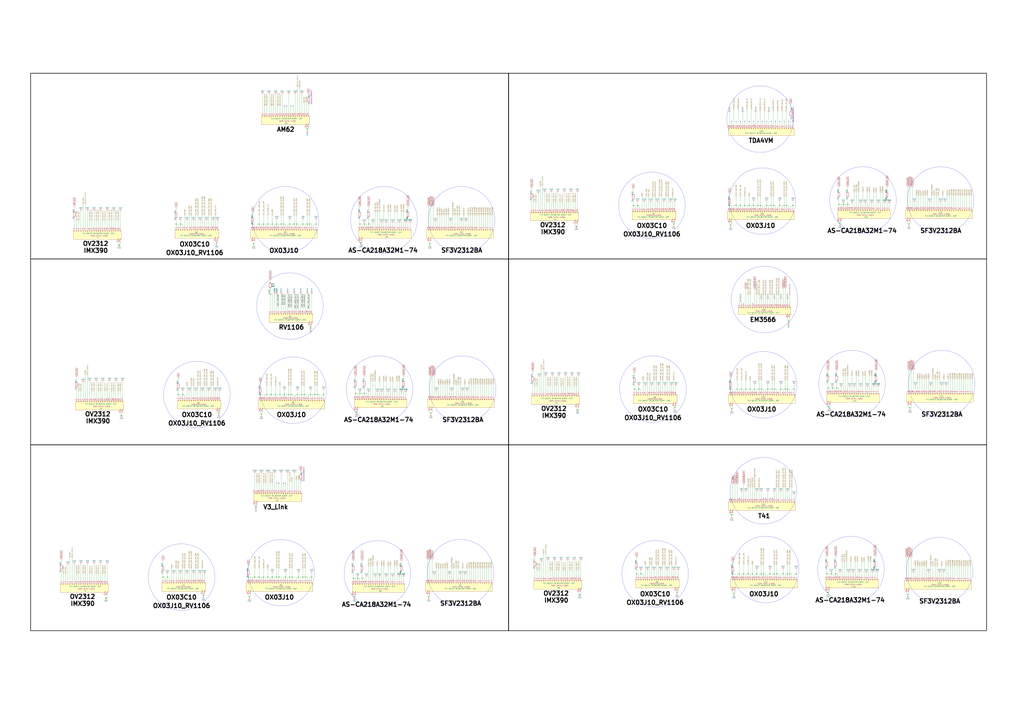
<source format=kicad_sch>
(kicad_sch (version 20250114) (generator "eeschema") (generator_version "9.0")
  (paper "A0")
  (rectangle (start 35.56 516.89) (end 590.55 732.79) (stroke (width 0.635) (color 0 0 0 1)))
  (circle (center 1092.2 232.41) (radius 38.6255))
  (circle (center 340.36 453.39) (radius 38.6255))
  (circle (center 885.19 233.68) (radius 38.6255))
  (circle (center 882.65 138.43) (radius 38.6255))
  (rectangle (start 35.56 85.09) (end 590.55 300.99) (stroke (width 0.635) (color 0 0 0 1)))
  (circle (center 331.47 255.27) (radius 38.6255))
  (circle (center 989.33 445.77) (radius 38.6255))
  (circle (center 988.06 661.67) (radius 38.6255))
  (circle (center 326.39 665.48) (radius 38.6255))
  (circle (center 535.94 255.27) (radius 38.6255))
  (circle (center 758.19 452.12) (radius 38.6255))
  (circle (center 336.55 355.6) (radius 38.6255))
  (rectangle (start 590.55 516.89) (end 1145.54 732.79) (stroke (width 0.635) (color 0 0 0 1)))
  (circle (center 887.73 347.98) (radius 38.6255))
  (circle (center 440.69 452.12) (radius 38.6255))
  (circle (center 1093.47 445.77) (radius 38.6255))
  (circle (center 886.46 570.23) (radius 38.6255))
  (circle (center 445.77 255.27) (radius 38.6255))
  (circle (center 1090.93 662.94) (radius 38.6255))
  (rectangle (start 590.55 85.09) (end 1145.54 300.99) (stroke (width 0.635) (color 0 0 0 1)))
  (circle (center 1002.03 232.41) (radius 38.6255))
  (circle (center 534.67 665.48) (radius 38.6255))
  (rectangle (start 590.55 300.99) (end 1145.54 516.89) (stroke (width 0.635) (color 0 0 0 1)))
  (circle (center 886.46 447.04) (radius 38.6255))
  (circle (center 756.92 238.76) (radius 38.6255))
  (circle (center 889 661.67) (radius 38.6255))
  (circle (center 438.15 666.75) (radius 38.6255))
  (circle (center 760.73 666.75) (radius 38.6255))
  (circle (center 537.21 452.12) (radius 38.6255))
  (rectangle (start 35.56 300.99) (end 590.55 516.89) (stroke (width 0.635) (color 0 0 0 1)))
  (circle (center 210.82 670.56) (radius 38.6255))
  (circle (center 228.6 458.47) (radius 38.6255))
  (text "OX03C10" (at 756.92 262.382 0) (effects (font (size 5.08 5.08) (bold yes))))
  (text "OX03C10" (at 758.19 475.742 0) (effects (font (size 5.08 5.08) (bold yes))))
  (text "AS-CA218A32M1-74" (at 444.754 291.084 0) (effects (font (size 5.08 5.08) (bold yes))))
  (text "SF3V2312BA" (at 537.464 487.934 0) (effects (font (size 5.08 5.08) (bold yes))))
  (text "OX03J10_RV1106\n" (at 760.73 700.278 0) (effects (font (size 5.08 5.08) (bold yes))))
  (text "IMX390\n" (at 645.922 697.738 0) (effects (font (size 5.08 5.08) (bold yes))))
  (text "OV2312" (at 645.668 689.61 0) (effects (font (size 5.08 5.08) (bold yes))))
  (text "OX03J10\n" (at 324.358 694.182 0) (effects (font (size 5.08 5.08) (bold yes))))
  (text "AS-CA218A32M1-74" (at 987.044 697.484 0) (effects (font (size 5.08 5.08) (bold yes))))
  (text "SF3V2312BA" (at 536.194 291.084 0) (effects (font (size 5.08 5.08) (bold yes))))
  (text "SF3V2312BA" (at 1093.724 481.584 0) (effects (font (size 5.08 5.08) (bold yes))))
  (text "OX03J10\n" (at 883.158 262.382 0) (effects (font (size 5.08 5.08) (bold yes))))
  (text "OX03J10_RV1106\n" (at 756.92 272.288 0) (effects (font (size 5.08 5.08) (bold yes))))
  (text "V3_Link" (at 320.04 589.28 0) (effects (font (size 5.08 5.08) (bold yes))))
  (text "OV2312" (at 643.128 474.98 0) (effects (font (size 5.08 5.08) (bold yes))))
  (text "OX03J10_RV1106\n" (at 226.06 293.878 0) (effects (font (size 5.08 5.08) (bold yes))))
  (text "AS-CA218A32M1-74" (at 988.314 481.584 0) (effects (font (size 5.08 5.08) (bold yes))))
  (text "AM62" (at 331.724 150.622 0) (effects (font (size 5.08 5.08) (bold yes))))
  (text "T41" (at 887.222 599.694 0) (effects (font (size 5.08 5.08) (bold yes))))
  (text "OV2312" (at 95.758 693.42 0) (effects (font (size 5.08 5.08) (bold yes))))
  (text "IMX390\n" (at 643.382 483.108 0) (effects (font (size 5.08 5.08) (bold yes))))
  (text "OX03J10_RV1106\n" (at 210.82 704.088 0) (effects (font (size 5.08 5.08) (bold yes))))
  (text "OX03C10" (at 226.06 283.972 0) (effects (font (size 5.08 5.08) (bold yes))))
  (text "OV2312" (at 110.998 283.21 0) (effects (font (size 5.08 5.08) (bold yes))))
  (text "OX03J10_RV1106\n" (at 758.19 485.648 0) (effects (font (size 5.08 5.08) (bold yes))))
  (text "OX03J10\n" (at 329.692 291.338 0) (effects (font (size 5.08 5.08) (bold yes))))
  (text "OX03J10\n" (at 886.968 690.372 0) (effects (font (size 5.08 5.08) (bold yes))))
  (text "OX03C10" (at 228.6 482.092 0) (effects (font (size 5.08 5.08) (bold yes))))
  (text "OX03C10" (at 210.82 694.182 0) (effects (font (size 5.08 5.08) (bold yes))))
  (text "RV1106" (at 338.328 380.492 0) (effects (font (size 5.08 5.08) (bold yes))))
  (text "SF3V2312BA" (at 1091.184 698.754 0) (effects (font (size 5.08 5.08) (bold yes))))
  (text "IMX390\n" (at 113.792 489.458 0) (effects (font (size 5.08 5.08) (bold yes))))
  (text "OX03C10" (at 760.73 690.372 0) (effects (font (size 5.08 5.08) (bold yes))))
  (text "OV2312" (at 641.858 261.62 0) (effects (font (size 5.08 5.08) (bold yes))))
  (text "AS-CA218A32M1-74" (at 437.134 702.564 0) (effects (font (size 5.08 5.08) (bold yes))))
  (text "OV2312" (at 113.538 481.33 0) (effects (font (size 5.08 5.08) (bold yes))))
  (text "AS-CA218A32M1-74" (at 1001.014 268.224 0) (effects (font (size 5.08 5.08) (bold yes))))
  (text "SF3V2312BA" (at 1092.454 268.224 0) (effects (font (size 5.08 5.08) (bold yes))))
  (text "TDA4VM\n" (at 883.666 163.576 0) (effects (font (size 5.08 5.08) (bold yes))))
  (text "OX03J10_RV1106\n" (at 228.6 491.998 0) (effects (font (size 5.08 5.08) (bold yes))))
  (text "IMX390\n" (at 111.252 291.338 0) (effects (font (size 5.08 5.08) (bold yes))))
  (text "AS-CA218A32M1-74" (at 439.674 487.934 0) (effects (font (size 5.08 5.08) (bold yes))))
  (text "EM3566" (at 885.952 371.602 0) (effects (font (size 5.08 5.08) (bold yes))))
  (text "OX03J10\n" (at 338.328 482.092 0) (effects (font (size 5.08 5.08) (bold yes))))
  (text "IMX390\n" (at 96.012 701.548 0) (effects (font (size 5.08 5.08) (bold yes))))
  (text "IMX390\n" (at 642.112 269.748 0) (effects (font (size 5.08 5.08) (bold yes))))
  (text "SF3V2312BA" (at 534.924 701.294 0) (effects (font (size 5.08 5.08) (bold yes))))
  (text "OX03J10\n" (at 884.428 475.742 0) (effects (font (size 5.08 5.08) (bold yes))))
  (junction (at 913.13 238.76))
  (junction (at 293.37 260.35))
  (junction (at 300.99 670.56))
  (junction (at 861.06 452.12))
  (junction (at 739.14 666.75))
  (junction (at 782.32 260.35))
  (junction (at 961.39 688.34))
  (junction (at 911.86 452.12))
  (junction (at 670.56 476.25))
  (junction (at 368.3 458.47))
  (junction (at 855.98 452.12))
  (junction (at 850.9 666.75))
  (junction (at 849.63 474.98))
  (junction (at 910.59 238.76))
  (junction (at 905.51 238.76))
  (junction (at 876.3 452.12))
  (junction (at 302.26 458.47))
  (junction (at 331.47 670.56))
  (junction (at 140.97 482.6))
  (junction (at 297.18 588.01))
  (junction (at 303.53 481.33))
  (junction (at 965.2 666.75))
  (junction (at 323.85 670.56))
  (junction (at 321.31 260.35))
  (junction (at 914.4 452.12))
  (junction (at 419.1 281.94))
  (junction (at 1055.37 260.35))
  (junction (at 966.47 450.85))
  (junction (at 894.08 666.75))
  (junction (at 306.07 670.56))
  (junction (at 325.12 458.47))
  (junction (at 736.6 452.12))
  (junction (at 313.69 341.63))
  (junction (at 320.04 458.47))
  (junction (at 669.29 262.89))
  (junction (at 336.55 260.35))
  (junction (at 288.29 670.56))
  (junction (at 875.03 238.76))
  (junction (at 335.28 458.47))
  (junction (at 351.79 670.56))
  (junction (at 365.76 458.47))
  (junction (at 922.02 452.12))
  (junction (at 847.09 238.76))
  (junction (at 311.15 670.56))
  (junction (at 735.33 238.76))
  (junction (at 881.38 452.12))
  (junction (at 314.96 458.47))
  (junction (at 422.91 457.2))
  (junction (at 899.16 666.75))
  (junction (at 326.39 260.35))
  (junction (at 341.63 260.35))
  (junction (at 356.87 260.35))
  (junction (at 971.55 450.85))
  (junction (at 353.06 458.47))
  (junction (at 344.17 260.35))
  (junction (at 906.78 452.12))
  (junction (at 411.48 693.42))
  (junction (at 895.35 238.76))
  (junction (at 880.11 238.76))
  (junction (at 289.56 693.42))
  (junction (at 859.79 349.25))
  (junction (at 868.68 666.75))
  (junction (at 295.91 670.56))
  (junction (at 345.44 458.47))
  (junction (at 417.83 260.35))
  (junction (at 499.11 283.21))
  (junction (at 897.89 238.76))
  (junction (at 316.23 260.35))
  (junction (at 848.36 452.12))
  (junction (at 321.31 670.56))
  (junction (at 415.29 671.83))
  (junction (at 351.79 260.35))
  (junction (at 254 480.06))
  (junction (at 1054.1 690.88))
  (junction (at 924.56 666.75))
  (junction (at 356.87 149.86))
  (junction (at 420.37 671.83))
  (junction (at 783.59 473.71))
  (junction (at 236.22 692.15))
  (junction (at 896.62 452.12))
  (junction (at 873.76 666.75))
  (junction (at 194.31 670.56))
  (junction (at 740.41 238.76))
  (junction (at 916.94 666.75))
  (junction (at 300.99 260.35))
  (junction (at 422.91 260.35))
  (junction (at 786.13 688.34))
  (junction (at 328.93 260.35))
  (junction (at 207.01 458.47))
  (junction (at 189.23 670.56))
  (junction (at 960.12 666.75))
  (junction (at 209.55 260.35))
  (junction (at 123.19 694.69))
  (junction (at 864.87 238.76))
  (junction (at 744.22 666.75))
  (junction (at 979.17 237.49))
  (junction (at 852.17 689.61))
  (junction (at 354.33 670.56))
  (junction (at 909.32 666.75))
  (junction (at 346.71 670.56))
  (junction (at 367.03 260.35))
  (junction (at 361.95 670.56))
  (junction (at 251.46 281.94))
  (junction (at 974.09 237.49))
  (junction (at 350.52 458.47))
  (junction (at 337.82 458.47))
  (junction (at 866.14 452.12))
  (junction (at 848.36 261.62))
  (junction (at 360.68 379.73))
  (junction (at 914.4 666.75))
  (junction (at 1056.64 473.71))
  (junction (at 410.21 671.83))
  (junction (at 899.16 452.12))
  (junction (at 414.02 478.79))
  (junction (at 863.6 666.75))
  (junction (at 360.68 458.47))
  (junction (at 204.47 260.35))
  (junction (at 915.67 373.38))
  (junction (at 309.88 458.47))
  (junction (at 871.22 452.12))
  (junction (at 920.75 238.76))
  (junction (at 882.65 238.76))
  (junction (at 858.52 666.75))
  (junction (at 886.46 666.75))
  (junction (at 294.64 283.21))
  (junction (at 961.39 450.85))
  (junction (at 859.79 238.76))
  (junction (at 497.84 693.42))
  (junction (at 138.43 284.48))
  (junction (at 962.66 472.44))
  (junction (at 306.07 260.35))
  (junction (at 883.92 666.75))
  (junction (at 311.15 260.35))
  (junction (at 316.23 670.56))
  (junction (at 330.2 458.47))
  (junction (at 673.1 690.88))
  (junction (at 849.63 598.17))
  (junction (at 984.25 237.49))
  (junction (at 417.83 457.2))
  (junction (at 878.84 666.75))
  (junction (at 500.38 480.06))
  (junction (at 854.71 238.76))
  (junction (at 339.09 670.56))
  (junction (at 427.99 260.35))
  (junction (at 975.36 259.08))
  (junction (at 359.41 260.35))
  (junction (at 212.09 458.47))
  (junction (at 890.27 238.76))
  (junction (at 375.92 458.47))
  (junction (at 869.95 238.76))
  (junction (at 412.75 457.2))
  (junction (at 901.7 666.75))
  (junction (at 741.68 452.12))
  (junction (at 970.28 666.75))
  (junction (at 891.54 452.12))
  (junction (at 336.55 670.56))
  (junction (at 883.92 452.12))
  (no_connect (at 886.46 579.12))
  (no_connect (at 880.11 140.97))
  (no_connect (at 896.62 579.12))
  (no_connect (at 873.76 353.06))
  (no_connect (at 858.52 579.12))
  (no_connect (at 900.43 140.97))
  (no_connect (at 905.51 140.97))
  (no_connect (at 889 579.12))
  (no_connect (at 910.59 140.97))
  (no_connect (at 323.85 561.34))
  (no_connect (at 894.08 579.12))
  (no_connect (at 331.47 561.34))
  (no_connect (at 863.6 353.06))
  (no_connect (at 890.27 140.97))
  (no_connect (at 337.82 123.19))
  (no_connect (at 885.19 140.97))
  (no_connect (at 920.75 140.97))
  (no_connect (at 340.36 123.19))
  (no_connect (at 849.63 140.97))
  (no_connect (at 328.93 561.34))
  (no_connect (at 864.87 140.97))
  (no_connect (at 854.71 140.97))
  (no_connect (at 895.35 140.97))
  (no_connect (at 330.2 123.19))
  (no_connect (at 859.79 140.97))
  (no_connect (at 332.74 123.19))
  (no_connect (at 915.67 140.97))
  (no_connect (at 321.31 561.34))
  (no_connect (at 875.03 140.97))
  (no_connect (at 848.36 579.12))
  (no_connect (at 869.95 140.97))
  (wire (pts (xy 853.44 562.61) (xy 853.44 579.12)))
  (wire (pts (xy 960.12 688.34) (xy 961.39 688.34)))
  (wire (pts (xy 883.92 656.59) (xy 883.92 666.75)))
  (wire (pts (xy 641.35 436.88) (xy 641.35 455.93)))
  (wire (pts (xy 863.6 452.12) (xy 863.6 454.66)))
  (wire (pts (xy 554.99 660.4) (xy 554.99 673.1)))
  (wire (pts (xy 365.76 448.31) (xy 365.76 458.47)))
  (wire (pts (xy 468.63 670.56) (xy 468.63 674.37)))
  (wire (pts (xy 648.97 436.88) (xy 648.97 455.93)))
  (wire (pts (xy 417.83 457.2) (xy 417.83 459.74)))
  (wire (pts (xy 309.88 123.19) (xy 309.88 130.81)))
  (wire (pts (xy 971.55 430.53) (xy 971.55 435.61)))
  (wire (pts (xy 500.38 240.03) (xy 500.38 262.89)))
  (wire (pts (xy 430.53 443.23) (xy 430.53 459.74)))
  (wire (pts (xy 636.27 448.31) (xy 636.27 455.93)))
  (wire (pts (xy 1085.85 440.69) (xy 1085.85 453.39)))
  (wire (pts (xy 1017.27 443.23) (xy 1017.27 453.39)))
  (wire (pts (xy 894.08 666.75) (xy 894.08 669.29)))
  (wire (pts (xy 323.85 561.34) (xy 323.85 568.96)))
  (wire (pts (xy 1016 646.43) (xy 1016 651.51)))
  (wire (pts (xy 325.12 448.31) (xy 325.12 458.47)))
  (wire (pts (xy 321.31 561.34) (xy 321.31 568.96)))
  (wire (pts (xy 298.45 260.35) (xy 298.45 262.89)))
  (wire (pts (xy 414.02 478.79) (xy 415.29 478.79)))
  (wire (pts (xy 735.33 219.71) (xy 735.33 224.79)))
  (wire (pts (xy 323.85 670.56) (xy 326.39 670.56)))
  (wire (pts (xy 300.99 250.19) (xy 300.99 260.35)))
  (wire (pts (xy 924.56 666.75) (xy 923.29 666.75)))
  (wire (pts (xy 314.96 123.19) (xy 314.96 130.81)))
  (wire (pts (xy 850.9 666.75) (xy 850.9 669.29)))
  (wire (pts (xy 1054.1 690.88) (xy 1052.83 689.61)))
  (wire (pts (xy 770.89 234.95) (xy 770.89 241.3)))
  (wire (pts (xy 496.57 650.24) (xy 496.57 673.1)))
  (wire (pts (xy 881.38 441.96) (xy 881.38 452.12)))
  (wire (pts (xy 1090.93 665.48) (xy 1090.93 670.56)))
  (wire (pts (xy 961.39 688.34) (xy 962.66 688.34)))
  (wire (pts (xy 104.14 666.75) (xy 104.14 674.37)))
  (wire (pts (xy 104.14 443.23) (xy 104.14 462.28)))
  (wire (pts (xy 139.7 245.11) (xy 139.7 264.16)))
  (wire (pts (xy 189.23 670.56) (xy 189.23 673.1)))
  (wire (pts (xy 450.85 246.38) (xy 450.85 262.89)))
  (wire (pts (xy 642.62 234.95) (xy 642.62 242.57)))
  (wire (pts (xy 316.23 341.63) (xy 316.23 360.68)))
  (wire (pts (xy 504.19 436.88) (xy 504.19 459.74)))
  (wire (pts (xy 1108.71 657.86) (xy 1108.71 670.56)))
  (wire (pts (xy 360.68 379.73) (xy 359.41 378.46)))
  (wire (pts (xy 374.65 458.47) (xy 373.38 459.74)))
  (wire (pts (xy 890.27 238.76) (xy 889 238.76)))
  (wire (pts (xy 358.14 109.22) (xy 358.14 111.76)))
  (wire (pts (xy 1088.39 657.86) (xy 1088.39 670.56)))
  (wire (pts (xy 313.69 671.83) (xy 313.69 673.1)))
  (wire (pts (xy 1098.55 657.86) (xy 1098.55 670.56)))
  (wire (pts (xy 344.17 557.53) (xy 344.17 568.96)))
  (wire (pts (xy 850.9 666.75) (xy 853.44 666.75)))
  (wire (pts (xy 195.58 670.56) (xy 196.85 671.83)))
  (wire (pts (xy 119.38 666.75) (xy 119.38 674.37)))
  (wire (pts (xy 142.24 443.23) (xy 142.24 462.28)))
  (wire (pts (xy 892.81 238.76) (xy 895.35 238.76)))
  (wire (pts (xy 889 342.9) (xy 889 353.06)))
  (wire (pts (xy 327.66 109.22) (xy 327.66 130.81)))
  (wire (pts (xy 109.22 655.32) (xy 109.22 674.37)))
  (wire (pts (xy 355.6 149.86) (xy 355.6 148.59)))
  (wire (pts (xy 323.85 341.63) (xy 323.85 360.68)))
  (wire (pts (xy 500.38 480.06) (xy 501.65 478.79)))
  (wire (pts (xy 214.63 250.19) (xy 214.63 262.89)))
  (wire (pts (xy 883.92 441.96) (xy 883.92 452.12)))
  (wire (pts (xy 412.75 478.79) (xy 414.02 478.79)))
  (wire (pts (xy 335.28 448.31) (xy 335.28 458.47)))
  (wire (pts (xy 224.79 666.75) (xy 224.79 673.1)))
  (wire (pts (xy 986.79 237.49) (xy 986.79 240.03)))
  (wire (pts (xy 354.33 260.35) (xy 354.33 262.89)))
  (wire (pts (xy 1070.61 657.86) (xy 1070.61 670.56)))
  (wire (pts (xy 764.54 448.31) (xy 764.54 454.66)))
  (wire (pts (xy 251.46 283.21) (xy 251.46 281.94)))
  (wire (pts (xy 368.3 458.47) (xy 368.3 461.01)))
  (wire (pts (xy 78.74 656.59) (xy 78.74 674.37)))
  (wire (pts (xy 899.16 441.96) (xy 899.16 452.12)))
  (wire (pts (xy 139.7 482.6) (xy 140.97 482.6)))
  (wire (pts (xy 864.87 238.76) (xy 864.87 241.3)))
  (wire (pts (xy 976.63 449.58) (xy 976.63 453.39)))
  (wire (pts (xy 861.06 666.75) (xy 861.06 669.29)))
  (wire (pts (xy 1089.66 227.33) (xy 1089.66 240.03)))
  (wire (pts (xy 961.39 443.23) (xy 961.39 450.85)))
  (wire (pts (xy 516.89 447.04) (xy 516.89 459.74)))
  (wire (pts (xy 787.4 662.94) (xy 787.4 669.29)))
  (wire (pts (xy 873.76 656.59) (xy 873.76 666.75)))
  (wire (pts (xy 759.46 662.94) (xy 759.46 669.29)))
  (wire (pts (xy 1098.55 448.31) (xy 1098.55 453.39)))
  (wire (pts (xy 670.56 223.52) (xy 670.56 242.57)))
  (wire (pts (xy 307.34 123.19) (xy 307.34 130.81)))
  (wire (pts (xy 504.19 668.02) (xy 504.19 673.1)))
  (wire (pts (xy 1000.76 652.78) (xy 1000.76 669.29)))
  (wire (pts (xy 209.55 260.35) (xy 209.55 262.89)))
  (wire (pts (xy 908.05 238.76) (xy 910.59 238.76)))
  (wire (pts (xy 1032.51 236.22) (xy 1032.51 240.03)))
  (wire (pts (xy 868.68 452.12) (xy 871.22 452.12)))
  (wire (pts (xy 767.08 441.96) (xy 767.08 454.66)))
  (wire (pts (xy 557.53 660.4) (xy 557.53 673.1)))
  (wire (pts (xy 331.47 670.56) (xy 330.2 670.56)))
  (wire (pts (xy 513.08 250.19) (xy 513.08 262.89)))
  (wire (pts (xy 336.55 255.27) (xy 336.55 260.35)))
  (wire (pts (xy 1007.11 449.58) (xy 1007.11 453.39)))
  (wire (pts (xy 905.51 238.76) (xy 904.24 238.76)))
  (wire (pts (xy 877.57 238.76) (xy 877.57 241.3)))
  (wire (pts (xy 651.51 651.51) (xy 651.51 670.56)))
  (wire (pts (xy 502.92 240.03) (xy 502.92 262.89)))
  (wire (pts (xy 995.68 652.78) (xy 995.68 669.29)))
  (wire (pts (xy 345.44 101.6) (xy 345.44 130.81)))
  (wire (pts (xy 961.39 689.61) (xy 961.39 688.34)))
  (wire (pts (xy 754.38 441.96) (xy 754.38 454.66)))
  (wire (pts (xy 350.52 260.35) (xy 349.25 261.62)))
  (wire (pts (xy 656.59 436.88) (xy 656.59 455.93)))
  (wire (pts (xy 425.45 670.56) (xy 425.45 674.37)))
  (wire (pts (xy 448.31 443.23) (xy 448.31 459.74)))
  (wire (pts (xy 890.27 238.76) (xy 890.27 241.3)))
  (wire (pts (xy 542.29 454.66) (xy 542.29 459.74)))
  (wire (pts (xy 433.07 657.86) (xy 433.07 674.37)))
  (wire (pts (xy 331.47 341.63) (xy 331.47 360.68)))
  (wire (pts (xy 210.82 260.35) (xy 212.09 261.62)))
  (wire (pts (xy 520.7 250.19) (xy 520.7 262.89)))
  (wire (pts (xy 242.57 454.66) (xy 242.57 461.01)))
  (wire (pts (xy 889 453.39) (xy 889 454.66)))
  (wire (pts (xy 420.37 457.2) (xy 420.37 459.74)))
  (wire (pts (xy 510.54 250.19) (xy 510.54 262.89)))
  (wire (pts (xy 847.09 238.76) (xy 849.63 238.76)))
  (wire (pts (xy 876.3 447.04) (xy 876.3 452.12)))
  (wire (pts (xy 448.31 259.08) (xy 448.31 262.89)))
  (wire (pts (xy 1118.87 657.86) (xy 1118.87 670.56)))
  (wire (pts (xy 977.9 652.78) (xy 977.9 669.29)))
  (wire (pts (xy 468.63 436.88) (xy 468.63 441.96)))
  (wire (pts (xy 306.07 670.56) (xy 306.07 673.1)))
  (wire (pts (xy 251.46 281.94) (xy 250.19 280.67)))
  (wire (pts (xy 1029.97 217.17) (xy 1029.97 222.25)))
  (wire (pts (xy 288.29 670.56) (xy 288.29 673.1)))
  (wire (pts (xy 859.79 238.76) (xy 859.79 241.3)))
  (wire (pts (xy 876.3 566.42) (xy 876.3 579.12)))
  (wire (pts (xy 427.99 240.03) (xy 427.99 245.11)))
  (wire (pts (xy 435.61 246.38) (xy 435.61 262.89)))
  (wire (pts (xy 303.53 549.91) (xy 303.53 568.96)))
  (wire (pts (xy 1097.28 234.95) (xy 1097.28 240.03)))
  (wire (pts (xy 657.86 234.95) (xy 657.86 242.57)))
  (wire (pts (xy 772.16 448.31) (xy 772.16 454.66)))
  (wire (pts (xy 876.3 452.12) (xy 876.3 454.66)))
  (wire (pts (xy 204.47 660.4) (xy 204.47 673.1)))
  (wire (pts (xy 137.16 284.48) (xy 137.16 281.94)))
  (wire (pts (xy 920.75 233.68) (xy 920.75 238.76)))
  (wire (pts (xy 328.93 260.35) (xy 331.47 260.35)))
  (wire (pts (xy 739.14 647.7) (xy 739.14 652.78)))
  (wire (pts (xy 848.36 452.12) (xy 848.36 454.66)))
  (wire (pts (xy 219.71 250.19) (xy 219.71 262.89)))
  (wire (pts (xy 347.98 458.47) (xy 350.52 458.47)))
  (wire (pts (xy 896.62 452.12) (xy 896.62 454.66)))
  (wire (pts (xy 349.25 557.53) (xy 349.25 568.96)))
  (wire (pts (xy 212.09 458.47) (xy 212.09 461.01)))
  (wire (pts (xy 417.83 457.2) (xy 420.37 457.2)))
  (wire (pts (xy 914.4 452.12) (xy 914.4 454.66)))
  (wire (pts (xy 868.68 452.12) (xy 868.68 454.66)))
  (wire (pts (xy 427.99 260.35) (xy 427.99 262.89)))
  (wire (pts (xy 760.73 228.6) (xy 760.73 241.3)))
  (wire (pts (xy 334.01 670.56) (xy 336.55 670.56)))
  (wire (pts (xy 1113.79 657.86) (xy 1113.79 670.56)))
  (wire (pts (xy 300.99 660.4) (xy 300.99 670.56)))
  (wire (pts (xy 240.03 448.31) (xy 240.03 461.01)))
  (wire (pts (xy 915.67 374.65) (xy 915.67 373.38)))
  (wire (pts (xy 530.86 250.19) (xy 530.86 262.89)))
  (wire (pts (xy 740.41 238.76) (xy 741.68 238.76)))
  (wire (pts (xy 538.48 250.19) (xy 538.48 262.89)))
  (wire (pts (xy 763.27 234.95) (xy 763.27 241.3)))
  (wire (pts (xy 353.06 119.38) (xy 353.06 130.81)))
  (wire (pts (xy 920.75 238.76) (xy 919.48 238.76)))
  (wire (pts (xy 779.78 448.31) (xy 779.78 454.66)))
  (wire (pts (xy 740.41 238.76) (xy 740.41 241.3)))
  (wire (pts (xy 911.86 666.75) (xy 911.86 669.29)))
  (wire (pts (xy 848.36 450.85) (xy 848.36 452.12)))
  (wire (pts (xy 541.02 257.81) (xy 541.02 262.89)))
  (wire (pts (xy 863.6 562.61) (xy 863.6 579.12)))
  (wire (pts (xy 302.26 480.06) (xy 302.26 478.79)))
  (wire (pts (xy 367.03 260.35) (xy 365.76 260.35)))
  (wire (pts (xy 190.5 670.56) (xy 191.77 671.83)))
  (wire (pts (xy 499.11 478.79) (xy 499.11 477.52)))
  (wire (pts (xy 1102.36 227.33) (xy 1102.36 240.03)))
  (wire (pts (xy 295.91 670.56) (xy 295.91 673.1)))
  (wire (pts (xy 302.26 458.47) (xy 304.8 458.47)))
  (wire (pts (xy 337.82 123.19) (xy 337.82 130.81)))
  (wire (pts (xy 989.33 436.88) (xy 989.33 453.39)))
  (wire (pts (xy 850.9 473.71) (xy 850.9 472.44)))
  (wire (pts (xy 91.44 256.54) (xy 91.44 264.16)))
  (wire (pts (xy 646.43 662.94) (xy 646.43 670.56)))
  (wire (pts (xy 894.08 342.9) (xy 894.08 353.06)))
  (wire (pts (xy 420.37 651.51) (xy 420.37 656.59)))
  (wire (pts (xy 358.14 149.86) (xy 358.14 148.59)))
  (wire (pts (xy 881.38 666.75) (xy 883.92 666.75)))
  (wire (pts (xy 669.29 476.25) (xy 670.56 476.25)))
  (wire (pts (xy 237.49 250.19) (xy 237.49 262.89)))
  (wire (pts (xy 556.26 250.19) (xy 556.26 262.89)))
  (wire (pts (xy 909.32 335.28) (xy 909.32 353.06)))
  (wire (pts (xy 671.83 436.88) (xy 671.83 455.93)))
  (wire (pts (xy 344.17 341.63) (xy 344.17 360.68)))
  (wire (pts (xy 849.63 474.98) (xy 848.36 473.71)))
  (wire (pts (xy 897.89 238.76) (xy 900.43 238.76)))
  (wire (pts (xy 878.84 452.12) (xy 881.38 452.12)))
  (wire (pts (xy 204.47 260.35) (xy 205.74 260.35)))
  (wire (pts (xy 1113.79 440.69) (xy 1113.79 453.39)))
  (wire (pts (xy 965.2 665.48) (xy 965.2 666.75)))
  (wire (pts (xy 356.87 151.13) (xy 356.87 149.86)))
  (wire (pts (xy 453.39 246.38) (xy 453.39 262.89)))
  (wire (pts (xy 121.92 666.75) (xy 121.92 674.37)))
  (wire (pts (xy 323.85 660.4) (xy 323.85 670.56)))
  (wire (pts (xy 422.91 449.58) (xy 422.91 457.2)))
  (wire (pts (xy 1111.25 440.69) (xy 1111.25 453.39)))
  (wire (pts (xy 1121.41 657.86) (xy 1121.41 670.56)))
  (wire (pts (xy 288.29 669.29) (xy 288.29 670.56)))
  (wire (pts (xy 524.51 454.66) (xy 524.51 459.74)))
  (wire (pts (xy 229.87 448.31) (xy 229.87 461.01)))
  (wire (pts (xy 915.67 238.76) (xy 915.67 241.3)))
  (wire (pts (xy 746.76 668.02) (xy 746.76 669.29)))
  (wire (pts (xy 638.81 662.94) (xy 638.81 670.56)))
  (wire (pts (xy 471.17 455.93) (xy 471.17 459.74)))
  (wire (pts (xy 974.09 217.17) (xy 974.09 222.25)))
  (wire (pts (xy 204.47 241.3) (xy 204.47 246.38)))
  (wire (pts (xy 207.01 452.12) (xy 207.01 458.47)))
  (wire (pts (xy 288.29 670.56) (xy 290.83 670.56)))
  (wire (pts (xy 887.73 129.54) (xy 887.73 144.78)))
  (wire (pts (xy 326.39 260.35) (xy 326.39 262.89)))
  (wire (pts (xy 1112.52 227.33) (xy 1112.52 240.03)))
  (wire (pts (xy 549.91 447.04) (xy 549.91 459.74)))
  (wire (pts (xy 913.13 228.6) (xy 913.13 238.76)))
  (wire (pts (xy 288.29 692.15) (xy 288.29 690.88)))
  (wire (pts (xy 868.68 342.9) (xy 868.68 353.06)))
  (wire (pts (xy 975.36 260.35) (xy 975.36 259.08)))
  (wire (pts (xy 86.36 252.73) (xy 86.36 264.16)))
  (wire (pts (xy 626.11 438.15) (xy 626.11 455.93)))
  (wire (pts (xy 1052.83 689.61) (xy 1052.83 688.34)))
  (wire (pts (xy 847.09 238.76) (xy 847.09 241.3)))
  (wire (pts (xy 1056.64 473.71) (xy 1055.37 472.44)))
  (wire (pts (xy 635 234.95) (xy 635 242.57)))
  (wire (pts (xy 1012.19 236.22) (xy 1012.19 240.03)))
  (wire (pts (xy 910.59 228.6) (xy 910.59 238.76)))
  (wire (pts (xy 455.93 259.08) (xy 455.93 262.89)))
  (wire (pts (xy 412.75 671.83) (xy 412.75 674.37)))
  (wire (pts (xy 858.52 350.52) (xy 858.52 353.06)))
  (wire (pts (xy 996.95 223.52) (xy 996.95 240.03)))
  (wire (pts (xy 124.46 454.66) (xy 124.46 462.28)))
  (wire (pts (xy 363.22 458.47) (xy 365.76 458.47)))
  (wire (pts (xy 906.78 452.12) (xy 905.51 452.12)))
  (wire (pts (xy 922.02 452.12) (xy 920.75 452.12)))
  (wire (pts (xy 852.17 127) (xy 852.17 144.78)))
  (wire (pts (xy 849.63 140.97) (xy 849.63 144.78)))
  (wire (pts (xy 318.77 670.56) (xy 318.77 673.1)))
  (wire (pts (xy 99.06 462.28) (xy 99.06 435.61)))
  (wire (pts (xy 501.65 650.24) (xy 501.65 673.1)))
  (wire (pts (xy 497.84 281.94) (xy 497.84 280.67)))
  (wire (pts (xy 741.68 452.12) (xy 742.95 452.12)))
  (wire (pts (xy 848.36 473.71) (xy 848.36 472.44)))
  (wire (pts (xy 654.05 662.94) (xy 654.05 670.56)))
  (wire (pts (xy 224.79 256.54) (xy 224.79 262.89)))
  (wire (pts (xy 1127.76 227.33) (xy 1127.76 240.03)))
  (wire (pts (xy 1024.89 223.52) (xy 1024.89 240.03)))
  (wire (pts (xy 521.97 668.02) (xy 521.97 673.1)))
  (wire (pts (xy 194.31 670.56) (xy 195.58 670.56)))
  (wire (pts (xy 847.09 260.35) (xy 847.09 259.08)))
  (wire (pts (xy 311.15 670.56) (xy 311.15 673.1)))
  (wire (pts (xy 303.53 670.56) (xy 306.07 670.56)))
  (wire (pts (xy 741.68 238.76) (xy 742.95 240.03)))
  (wire (pts (xy 422.91 457.2) (xy 422.91 459.74)))
  (wire (pts (xy 234.95 454.66) (xy 234.95 461.01)))
  (wire (pts (xy 880.11 228.6) (xy 880.11 238.76)))
  (wire (pts (xy 1068.07 657.86) (xy 1068.07 670.56)))
  (wire (pts (xy 862.33 238.76) (xy 864.87 238.76)))
  (wire (pts (xy 1096.01 440.69) (xy 1096.01 453.39)))
  (wire (pts (xy 551.18 250.19) (xy 551.18 262.89)))
  (wire (pts (xy 509.27 660.4) (xy 509.27 673.1)))
  (wire (pts (xy 331.47 561.34) (xy 331.47 568.96)))
  (wire (pts (xy 207.01 458.47) (xy 208.28 458.47)))
  (wire (pts (xy 881.38 666.75) (xy 881.38 669.29)))
  (wire (pts (xy 411.48 693.42) (xy 412.75 693.42)))
  (wire (pts (xy 889 666.75) (xy 889 669.29)))
  (wire (pts (xy 855.98 666.75) (xy 858.52 666.75)))
  (wire (pts (xy 1116.33 440.69) (xy 1116.33 453.39)))
  (wire (pts (xy 632.46 223.52) (xy 632.46 242.57)))
  (wire (pts (xy 471.17 259.08) (xy 471.17 262.89)))
  (wire (pts (xy 869.95 228.6) (xy 869.95 238.76)))
  (wire (pts (xy 302.26 444.5) (xy 302.26 449.58)))
  (wire (pts (xy 497.84 693.42) (xy 496.57 692.15)))
  (wire (pts (xy 422.91 457.2) (xy 425.45 457.2)))
  (wire (pts (xy 415.29 671.83) (xy 417.83 671.83)))
  (wire (pts (xy 340.36 458.47) (xy 340.36 461.01)))
  (wire (pts (xy 361.95 670.56) (xy 361.95 673.1)))
  (wire (pts (xy 877.57 238.76) (xy 880.11 238.76)))
  (wire (pts (xy 336.55 660.4) (xy 336.55 670.56)))
  (wire (pts (xy 914.4 666.75) (xy 914.4 669.29)))
  (wire (pts (xy 201.93 666.75) (xy 201.93 673.1)))
  (wire (pts (xy 1018.54 665.48) (xy 1018.54 669.29)))
  (wire (pts (xy 971.55 443.23) (xy 971.55 450.85)))
  (wire (pts (xy 984.25 436.88) (xy 984.25 453.39)))
  (wire (pts (xy 298.45 561.34) (xy 298.45 568.96)))
  (wire (pts (xy 318.77 549.91) (xy 318.77 568.96)))
  (wire (pts (xy 894.08 661.67) (xy 894.08 666.75)))
  (wire (pts (xy 1009.65 223.52) (xy 1009.65 240.03)))
  (wire (pts (xy 217.17 666.75) (xy 217.17 673.1)))
  (wire (pts (xy 875.03 238.76) (xy 875.03 241.3)))
  (wire (pts (xy 506.73 660.4) (xy 506.73 673.1)))
  (wire (pts (xy 93.98 245.11) (xy 93.98 264.16)))
  (wire (pts (xy 140.97 482.6) (xy 142.24 482.6)))
  (wire (pts (xy 196.85 671.83) (xy 196.85 673.1)))
  (wire (pts (xy 887.73 240.03) (xy 887.73 241.3)))
  (wire (pts (xy 1019.81 449.58) (xy 1019.81 453.39)))
  (wire (pts (xy 358.14 459.74) (xy 358.14 461.01)))
  (wire (pts (xy 883.92 666.75) (xy 883.92 669.29)))
  (wire (pts (xy 638.81 448.31) (xy 638.81 455.93)))
  (wire (pts (xy 417.83 281.94) (xy 419.1 281.94)))
  (wire (pts (xy 758.19 228.6) (xy 758.19 241.3)))
  (wire (pts (xy 419.1 281.94) (xy 420.37 281.94)))
  (wire (pts (xy 355.6 149.86) (xy 356.87 149.86)))
  (wire (pts (xy 974.09 229.87) (xy 974.09 237.49)))
  (wire (pts (xy 330.2 123.19) (xy 330.2 130.81)))
  (wire (pts (xy 461.01 657.86) (xy 461.01 674.37)))
  (wire (pts (xy 528.32 250.19) (xy 528.32 262.89)))
  (wire (pts (xy 1083.31 657.86) (xy 1083.31 670.56)))
  (wire (pts (xy 668.02 234.95) (xy 668.02 242.57)))
  (wire (pts (xy 511.81 447.04) (xy 511.81 459.74)))
  (wire (pts (xy 914.4 369.57) (xy 914.4 372.11)))
  (wire (pts (xy 327.66 459.74) (xy 327.66 461.01)))
  (wire (pts (xy 527.05 660.4) (xy 527.05 673.1)))
  (wire (pts (xy 782.32 260.35) (xy 783.59 259.08)))
  (wire (pts (xy 354.33 260.35) (xy 356.87 260.35)))
  (wire (pts (xy 303.53 260.35) (xy 306.07 260.35)))
  (wire (pts (xy 745.49 666.75) (xy 746.76 668.02)))
  (wire (pts (xy 346.71 665.48) (xy 346.71 670.56)))
  (wire (pts (xy 412.75 449.58) (xy 412.75 457.2)))
  (wire (pts (xy 1117.6 227.33) (xy 1117.6 240.03)))
  (wire (pts (xy 96.52 264.16) (xy 96.52 237.49)))
  (wire (pts (xy 351.79 255.27) (xy 351.79 260.35)))
  (wire (pts (xy 847.09 130.81) (xy 847.09 144.78)))
  (wire (pts (xy 294.64 283.21) (xy 293.37 281.94)))
  (wire (pts (xy 339.09 670.56) (xy 339.09 673.1)))
  (wire (pts (xy 336.55 260.35) (xy 335.28 260.35)))
  (wire (pts (xy 872.49 240.03) (xy 872.49 241.3)))
  (wire (pts (xy 209.55 260.35) (xy 210.82 260.35)))
  (wire (pts (xy 289.56 694.69) (xy 289.56 693.42)))
  (wire (pts (xy 960.12 666.75) (xy 962.66 666.75)))
  (wire (pts (xy 659.13 651.51) (xy 659.13 670.56)))
  (wire (pts (xy 330.2 458.47) (xy 330.2 461.01)))
  (wire (pts (xy 873.76 566.42) (xy 873.76 579.12)))
  (wire (pts (xy 316.23 341.63) (xy 313.69 341.63)))
  (wire (pts (xy 317.5 123.19) (xy 317.5 130.81)))
  (wire (pts (xy 862.33 130.81) (xy 862.33 144.78)))
  (wire (pts (xy 1082.04 227.33) (xy 1082.04 240.03)))
  (wire (pts (xy 570.23 447.04) (xy 570.23 459.74)))
  (wire (pts (xy 626.11 662.94) (xy 626.11 670.56)))
  (wire (pts (xy 229.87 250.19) (xy 229.87 262.89)))
  (wire (pts (xy 288.29 656.59) (xy 288.29 661.67)))
  (wire (pts (xy 330.2 453.39) (xy 330.2 458.47)))
  (wire (pts (xy 346.71 670.56) (xy 346.71 673.1)))
  (wire (pts (xy 547.37 447.04) (xy 547.37 459.74)))
  (wire (pts (xy 320.04 260.35) (xy 318.77 261.62)))
  (wire (pts (xy 461.01 443.23) (xy 461.01 459.74)))
  (wire (pts (xy 308.61 670.56) (xy 311.15 670.56)))
  (wire (pts (xy 1073.15 440.69) (xy 1073.15 453.39)))
  (wire (pts (xy 294.64 283.21) (xy 295.91 281.94)))
  (wire (pts (xy 463.55 259.08) (xy 463.55 262.89)))
  (wire (pts (xy 308.61 561.34) (xy 308.61 568.96)))
  (wire (pts (xy 298.45 586.74) (xy 297.18 588.01)))
  (wire (pts (xy 993.14 652.78) (xy 993.14 669.29)))
  (wire (pts (xy 544.83 447.04) (xy 544.83 459.74)))
  (wire (pts (xy 782.32 441.96) (xy 782.32 454.66)))
  (wire (pts (xy 670.56 262.89) (xy 670.56 260.35)))
  (wire (pts (xy 882.65 129.54) (xy 882.65 144.78)))
  (wire (pts (xy 916.94 342.9) (xy 916.94 353.06)))
  (wire (pts (xy 652.78 234.95) (xy 652.78 242.57)))
  (wire (pts (xy 209.55 256.54) (xy 209.55 260.35)))
  (wire (pts (xy 886.46 666.75) (xy 889 666.75)))
  (wire (pts (xy 353.06 448.31) (xy 353.06 458.47)))
  (wire (pts (xy 621.03 659.13) (xy 621.03 670.56)))
  (wire (pts (xy 563.88 250.19) (xy 563.88 262.89)))
  (wire (pts (xy 858.52 452.12) (xy 861.06 452.12)))
  (wire (pts (xy 876.3 668.02) (xy 876.3 669.29)))
  (wire (pts (xy 124.46 245.11) (xy 124.46 264.16)))
  (wire (pts (xy 295.91 260.35) (xy 295.91 262.89)))
  (wire (pts (xy 440.69 443.23) (xy 440.69 459.74)))
  (wire (pts (xy 759.46 441.96) (xy 759.46 454.66)))
  (wire (pts (xy 880.11 238.76) (xy 880.11 241.3)))
  (wire (pts (xy 900.43 238.76) (xy 900.43 241.3)))
  (wire (pts (xy 303.53 481.33) (xy 302.26 480.06)))
  (wire (pts (xy 852.17 238.76) (xy 852.17 241.3)))
  (wire (pts (xy 784.86 656.59) (xy 784.86 669.29)))
  (wire (pts (xy 1126.49 657.86) (xy 1126.49 670.56)))
  (wire (pts (xy 217.17 256.54) (xy 217.17 262.89)))
  (wire (pts (xy 779.78 656.59) (xy 779.78 669.29)))
  (wire (pts (xy 901.7 666.75) (xy 901.7 669.29)))
  (wire (pts (xy 909.32 566.42) (xy 909.32 579.12)))
  (wire (pts (xy 360.68 458.47) (xy 360.68 461.01)))
  (wire (pts (xy 121.92 694.69) (xy 121.92 692.15)))
  (wire (pts (xy 742.95 452.12) (xy 744.22 453.39)))
  (wire (pts (xy 355.6 458.47) (xy 355.6 461.01)))
  (wire (pts (xy 455.93 443.23) (xy 455.93 459.74)))
  (wire (pts (xy 543.56 250.19) (xy 543.56 262.89)))
  (wire (pts (xy 213.36 458.47) (xy 214.63 459.74)))
  (wire (pts (xy 227.33 250.19) (xy 227.33 262.89)))
  (wire (pts (xy 252.73 256.54) (xy 252.73 262.89)))
  (wire (pts (xy 864.87 228.6) (xy 864.87 238.76)))
  (wire (pts (xy 924.56 666.75) (xy 924.56 669.29)))
  (wire (pts (xy 889 238.76) (xy 887.73 240.03)))
  (wire (pts (xy 1054.1 690.88) (xy 1055.37 689.61)))
  (wire (pts (xy 321.31 660.4) (xy 321.31 670.56)))
  (wire (pts (xy 293.37 670.56) (xy 295.91 670.56)))
  (wire (pts (xy 891.54 668.02) (xy 891.54 669.29)))
  (wire (pts (xy 849.63 238.76) (xy 849.63 241.3)))
  (wire (pts (xy 119.38 256.54) (xy 119.38 264.16)))
  (wire (pts (xy 1054.1 259.08) (xy 1054.1 257.81)))
  (wire (pts (xy 1017.27 223.52) (xy 1017.27 240.03)))
  (wire (pts (xy 918.21 120.65) (xy 918.21 128.27)))
  (wire (pts (xy 636.27 651.51) (xy 636.27 670.56)))
  (wire (pts (xy 438.15 657.86) (xy 438.15 674.37)))
  (wire (pts (xy 673.1 690.88) (xy 674.37 690.88)))
  (wire (pts (xy 641.35 662.94) (xy 641.35 670.56)))
  (wire (pts (xy 254 481.33) (xy 254 480.06)))
  (wire (pts (xy 989.33 236.22) (xy 989.33 240.03)))
  (wire (pts (xy 303.53 481.33) (xy 304.8 480.06)))
  (wire (pts (xy 232.41 256.54) (xy 232.41 262.89)))
  (wire (pts (xy 736.6 445.77) (xy 736.6 452.12)))
  (wire (pts (xy 339.09 670.56) (xy 341.63 670.56)))
  (wire (pts (xy 618.49 444.5) (xy 618.49 455.93)))
  (wire (pts (xy 214.63 459.74) (xy 214.63 461.01)))
  (wire (pts (xy 876.3 336.55) (xy 876.3 353.06)))
  (wire (pts (xy 417.83 240.03) (xy 417.83 245.11)))
  (wire (pts (xy 911.86 666.75) (xy 914.4 666.75)))
  (wire (pts (xy 207.01 261.62) (xy 207.01 262.89)))
  (wire (pts (xy 364.49 261.62) (xy 364.49 262.89)))
  (wire (pts (xy 914.4 347.98) (xy 914.4 353.06)))
  (wire (pts (xy 448.31 670.56) (xy 448.31 674.37)))
  (wire (pts (xy 994.41 223.52) (xy 994.41 240.03)))
  (wire (pts (xy 245.11 250.19) (xy 245.11 262.89)))
  (wire (pts (xy 662.94 223.52) (xy 662.94 242.57)))
  (wire (pts (xy 895.35 140.97) (xy 895.35 144.78)))
  (wire (pts (xy 129.54 454.66) (xy 129.54 462.28)))
  (wire (pts (xy 911.86 452.12) (xy 911.86 454.66)))
  (wire (pts (xy 359.41 260.35) (xy 359.41 262.89)))
  (wire (pts (xy 919.48 238.76) (xy 918.21 240.03)))
  (wire (pts (xy 142.24 482.6) (xy 142.24 480.06)))
  (wire (pts (xy 916.94 666.75) (xy 916.94 669.29)))
  (wire (pts (xy 109.22 454.66) (xy 109.22 462.28)))
  (wire (pts (xy 335.28 260.35) (xy 334.01 261.62)))
  (wire (pts (xy 222.25 660.4) (xy 222.25 673.1)))
  (wire (pts (xy 896.62 666.75) (xy 896.62 669.29)))
  (wire (pts (xy 499.11 283.21) (xy 497.84 281.94)))
  (wire (pts (xy 539.75 447.04) (xy 539.75 459.74)))
  (wire (pts (xy 321.31 255.27) (xy 321.31 260.35)))
  (wire (pts (xy 293.37 281.94) (xy 293.37 280.67)))
  (wire (pts (xy 850.9 562.61) (xy 850.9 579.12)))
  (wire (pts (xy 661.67 662.94) (xy 661.67 670.56)))
  (wire (pts (xy 850.9 452.12) (xy 850.9 454.66)))
  (wire (pts (xy 326.39 549.91) (xy 326.39 568.96)))
  (wire (pts (xy 302.26 457.2) (xy 302.26 458.47)))
  (wire (pts (xy 417.83 260.35) (xy 420.37 260.35)))
  (wire (pts (xy 740.41 666.75) (xy 741.68 668.02)))
  (wire (pts (xy 308.61 260.35) (xy 311.15 260.35)))
  (wire (pts (xy 858.52 452.12) (xy 858.52 454.66)))
  (wire (pts (xy 849.63 598.17) (xy 850.9 598.17)))
  (wire (pts (xy 666.75 651.51) (xy 666.75 670.56)))
  (wire (pts (xy 1090.93 440.69) (xy 1090.93 453.39)))
  (wire (pts (xy 320.04 458.47) (xy 320.04 461.01)))
  (wire (pts (xy 736.6 433.07) (xy 736.6 438.15)))
  (wire (pts (xy 965.2 666.75) (xy 967.74 666.75)))
  (wire (pts (xy 415.29 457.2) (xy 415.29 459.74)))
  (wire (pts (xy 308.61 260.35) (xy 308.61 262.89)))
  (wire (pts (xy 306.07 561.34) (xy 306.07 568.96)))
  (wire (pts (xy 905.51 140.97) (xy 905.51 144.78)))
  (wire (pts (xy 440.69 670.56) (xy 440.69 674.37)))
  (wire (pts (xy 974.09 450.85) (xy 974.09 453.39)))
  (wire (pts (xy 312.42 458.47) (xy 314.96 458.47)))
  (wire (pts (xy 756.92 656.59) (xy 756.92 669.29)))
  (wire (pts (xy 869.95 140.97) (xy 869.95 144.78)))
  (wire (pts (xy 410.21 664.21) (xy 410.21 671.83)))
  (wire (pts (xy 466.09 455.93) (xy 466.09 459.74)))
  (wire (pts (xy 910.59 140.97) (xy 910.59 144.78)))
  (wire (pts (xy 852.17 689.61) (xy 850.9 688.34)))
  (wire (pts (xy 850.9 688.34) (xy 850.9 687.07)))
  (wire (pts (xy 991.87 223.52) (xy 991.87 240.03)))
  (wire (pts (xy 328.93 341.63) (xy 328.93 360.68)))
  (wire (pts (xy 866.14 666.75) (xy 868.68 666.75)))
  (wire (pts (xy 360.68 670.56) (xy 359.41 671.83)))
  (wire (pts (xy 990.6 665.48) (xy 990.6 669.29)))
  (wire (pts (xy 219.71 454.66) (xy 219.71 461.01)))
  (wire (pts (xy 1010.92 652.78) (xy 1010.92 669.29)))
  (wire (pts (xy 751.84 662.94) (xy 751.84 669.29)))
  (wire (pts (xy 414.02 480.06) (xy 414.02 478.79)))
  (wire (pts (xy 859.79 347.98) (xy 859.79 349.25)))
  (wire (pts (xy 189.23 664.21) (xy 189.23 670.56)))
  (wire (pts (xy 923.29 666.75) (xy 922.02 668.02)))
  (wire (pts (xy 410.21 671.83) (xy 410.21 674.37)))
  (wire (pts (xy 222.25 250.19) (xy 222.25 262.89)))
  (wire (pts (xy 509.27 447.04) (xy 509.27 459.74)))
  (wire (pts (xy 848.36 598.17) (xy 848.36 596.9)))
  (wire (pts (xy 762 441.96) (xy 762 454.66)))
  (wire (pts (xy 892.81 666.75) (xy 891.54 668.02)))
  (wire (pts (xy 783.59 234.95) (xy 783.59 241.3)))
  (wire (pts (xy 849.63 260.35) (xy 849.63 259.08)))
  (wire (pts (xy 99.06 264.16) (xy 99.06 237.49)))
  (wire (pts (xy 476.25 259.08) (xy 476.25 262.89)))
  (wire (pts (xy 621.03 646.43) (xy 621.03 651.51)))
  (wire (pts (xy 764.54 656.59) (xy 764.54 669.29)))
  (wire (pts (xy 345.44 458.47) (xy 345.44 461.01)))
  (wire (pts (xy 236.22 692.15) (xy 234.95 690.88)))
  (wire (pts (xy 514.35 660.4) (xy 514.35 673.1)))
  (wire (pts (xy 346.71 557.53) (xy 346.71 568.96)))
  (wire (pts (xy 473.71 252.73) (xy 473.71 262.89)))
  (wire (pts (xy 339.09 341.63) (xy 339.09 360.68)))
  (wire (pts (xy 920.75 140.97) (xy 920.75 144.78)))
  (wire (pts (xy 873.76 453.39) (xy 873.76 454.66)))
  (wire (pts (xy 669.29 262.89) (xy 670.56 262.89)))
  (wire (pts (xy 1069.34 227.33) (xy 1069.34 240.03)))
  (wire (pts (xy 303.53 260.35) (xy 303.53 262.89)))
  (wire (pts (xy 320.04 448.31) (xy 320.04 458.47)))
  (wire (pts (xy 1029.97 229.87) (xy 1029.97 240.03)))
  (wire (pts (xy 412.75 477.52) (xy 412.75 478.79)))
  (wire (pts (xy 300.99 561.34) (xy 300.99 568.96)))
  (wire (pts (xy 250.19 454.66) (xy 250.19 461.01)))
  (wire (pts (xy 664.21 436.88) (xy 664.21 455.93)))
  (wire (pts (xy 1062.99 448.31) (xy 1062.99 453.39)))
  (wire (pts (xy 304.8 480.06) (xy 304.8 478.79)))
  (wire (pts (xy 298.45 260.35) (xy 300.99 260.35)))
  (wire (pts (xy 981.71 436.88) (xy 981.71 453.39)))
  (wire (pts (xy 769.62 441.96) (xy 769.62 454.66)))
  (wire (pts (xy 897.89 129.54) (xy 897.89 144.78)))
  (wire (pts (xy 975.36 259.08) (xy 976.63 259.08)))
  (wire (pts (xy 906.78 447.04) (xy 906.78 452.12)))
  (wire (pts (xy 901.7 342.9) (xy 901.7 353.06)))
  (wire (pts (xy 518.16 250.19) (xy 518.16 262.89)))
  (wire (pts (xy 746.76 441.96) (xy 746.76 454.66)))
  (wire (pts (xy 1071.88 227.33) (xy 1071.88 240.03)))
  (wire (pts (xy 984.25 237.49) (xy 984.25 240.03)))
  (wire (pts (xy 848.36 261.62) (xy 849.63 260.35)))
  (wire (pts (xy 985.52 665.48) (xy 985.52 669.29)))
  (wire (pts (xy 960.12 646.43) (xy 960.12 651.51)))
  (wire (pts (xy 974.09 259.08) (xy 975.36 259.08)))
  (wire (pts (xy 916.94 372.11) (xy 916.94 369.57)))
  (wire (pts (xy 313.69 260.35) (xy 316.23 260.35)))
  (wire (pts (xy 905.51 452.12) (xy 904.24 453.39)))
  (wire (pts (xy 412.75 457.2) (xy 412.75 459.74)))
  (wire (pts (xy 567.69 447.04) (xy 567.69 459.74)))
  (wire (pts (xy 321.31 260.35) (xy 320.04 260.35)))
  (wire (pts (xy 500.38 480.06) (xy 499.11 478.79)))
  (wire (pts (xy 88.9 666.75) (xy 88.9 674.37)))
  (wire (pts (xy 665.48 234.95) (xy 665.48 242.57)))
  (wire (pts (xy 438.15 455.93) (xy 438.15 459.74)))
  (wire (pts (xy 895.35 228.6) (xy 895.35 238.76)))
  (wire (pts (xy 463.55 670.56) (xy 463.55 674.37)))
  (wire (pts (xy 334.01 549.91) (xy 334.01 568.96)))
  (wire (pts (xy 313.69 325.12) (xy 313.69 327.66)))
  (wire (pts (xy 570.23 660.4) (xy 570.23 673.1)))
  (wire (pts (xy 894.08 452.12) (xy 894.08 454.66)))
  (wire (pts (xy 427.99 252.73) (xy 427.99 260.35)))
  (wire (pts (xy 289.56 693.42) (xy 288.29 692.15)))
  (wire (pts (xy 861.06 353.06) (xy 861.06 350.52)))
  (wire (pts (xy 1075.69 657.86) (xy 1075.69 670.56)))
  (wire (pts (xy 971.55 450.85) (xy 971.55 453.39)))
  (wire (pts (xy 300.99 670.56) (xy 300.99 673.1)))
  (wire (pts (xy 659.13 448.31) (xy 659.13 455.93)))
  (wire (pts (xy 744.22 453.39) (xy 744.22 454.66)))
  (wire (pts (xy 850.9 665.48) (xy 850.9 666.75)))
  (wire (pts (xy 350.52 458.47) (xy 350.52 461.01)))
  (wire (pts (xy 877.57 130.81) (xy 877.57 144.78)))
  (wire (pts (xy 875.03 233.68) (xy 875.03 238.76)))
  (wire (pts (xy 411.48 694.69) (xy 411.48 693.42)))
  (wire (pts (xy 774.7 441.96) (xy 774.7 454.66)))
  (wire (pts (xy 735.33 238.76) (xy 735.33 241.3)))
  (wire (pts (xy 71.12 650.24) (xy 71.12 655.32)))
  (wire (pts (xy 335.28 458.47) (xy 335.28 461.01)))
  (wire (pts (xy 767.08 662.94) (xy 767.08 669.29)))
  (wire (pts (xy 116.84 245.11) (xy 116.84 264.16)))
  (wire (pts (xy 519.43 447.04) (xy 519.43 459.74)))
  (wire (pts (xy 878.84 666.75) (xy 877.57 666.75)))
  (wire (pts (xy 351.79 260.35) (xy 350.52 260.35)))
  (wire (pts (xy 1087.12 227.33) (xy 1087.12 240.03)))
  (wire (pts (xy 904.24 566.42) (xy 904.24 579.12)))
  (wire (pts (xy 99.06 666.75) (xy 99.06 674.37)))
  (wire (pts (xy 861.06 571.5) (xy 861.06 579.12)))
  (wire (pts (xy 367.03 260.35) (xy 367.03 262.89)))
  (wire (pts (xy 1080.77 448.31) (xy 1080.77 453.39)))
  (wire (pts (xy 499.11 692.15) (xy 499.11 690.88)))
  (wire (pts (xy 1062.99 657.86) (xy 1062.99 670.56)))
  (wire (pts (xy 323.85 260.35) (xy 323.85 262.89)))
  (wire (pts (xy 194.31 666.75) (xy 194.31 670.56)))
  (wire (pts (xy 345.44 453.39) (xy 345.44 458.47)))
  (wire (pts (xy 217.17 448.31) (xy 217.17 461.01)))
  (wire (pts (xy 375.92 453.39) (xy 375.92 458.47)))
  (wire (pts (xy 552.45 660.4) (xy 552.45 673.1)))
  (wire (pts (xy 1103.63 657.86) (xy 1103.63 670.56)))
  (wire (pts (xy 207.01 660.4) (xy 207.01 673.1)))
  (wire (pts (xy 123.19 694.69) (xy 124.46 694.69)))
  (wire (pts (xy 633.73 670.56) (xy 633.73 643.89)))
  (wire (pts (xy 1080.77 657.86) (xy 1080.77 670.56)))
  (wire (pts (xy 322.58 458.47) (xy 325.12 458.47)))
  (wire (pts (xy 1078.23 665.48) (xy 1078.23 670.56)))
  (wire (pts (xy 859.79 228.6) (xy 859.79 238.76)))
  (wire (pts (xy 970.28 666.75) (xy 972.82 666.75)))
  (wire (pts (xy 552.45 447.04) (xy 552.45 459.74)))
  (wire (pts (xy 322.58 123.19) (xy 322.58 130.81)))
  (wire (pts (xy 671.83 662.94) (xy 671.83 670.56)))
  (wire (pts (xy 506.73 454.66) (xy 506.73 459.74)))
  (wire (pts (xy 962.66 472.44) (xy 963.93 472.44)))
  (wire (pts (xy 340.36 123.19) (xy 340.36 130.81)))
  (wire (pts (xy 311.15 250.19) (xy 311.15 260.35)))
  (wire (pts (xy 852.17 689.61) (xy 853.44 688.34)))
  (wire (pts (xy 853.44 688.34) (xy 853.44 687.07)))
  (wire (pts (xy 737.87 240.03) (xy 737.87 241.3)))
  (wire (pts (xy 882.65 238.76) (xy 882.65 241.3)))
  (wire (pts (xy 349.25 547.37) (xy 349.25 549.91)))
  (wire (pts (xy 450.85 455.93) (xy 450.85 459.74)))
  (wire (pts (xy 899.16 656.59) (xy 899.16 666.75)))
  (wire (pts (xy 445.77 443.23) (xy 445.77 459.74)))
  (wire (pts (xy 121.92 454.66) (xy 121.92 462.28)))
  (wire (pts (xy 458.47 455.93) (xy 458.47 459.74)))
  (wire (pts (xy 645.16 234.95) (xy 645.16 242.57)))
  (wire (pts (xy 501.65 436.88) (xy 501.65 459.74)))
  (wire (pts (xy 1079.5 234.95) (xy 1079.5 240.03)))
  (wire (pts (xy 736.6 452.12) (xy 737.87 452.12)))
  (wire (pts (xy 514.35 447.04) (xy 514.35 459.74)))
  (wire (pts (xy 412.75 457.2) (xy 415.29 457.2)))
  (wire (pts (xy 318.77 670.56) (xy 321.31 670.56)))
  (wire (pts (xy 422.91 260.35) (xy 422.91 262.89)))
  (wire (pts (xy 902.97 129.54) (xy 902.97 144.78)))
  (wire (pts (xy 848.36 452.12) (xy 850.9 452.12)))
  (wire (pts (xy 1008.38 652.78) (xy 1008.38 669.29)))
  (wire (pts (xy 516.89 660.4) (xy 516.89 673.1)))
  (wire (pts (xy 368.3 458.47) (xy 370.84 458.47)))
  (wire (pts (xy 876.3 452.12) (xy 875.03 452.12)))
  (wire (pts (xy 236.22 692.15) (xy 237.49 690.88)))
  (wire (pts (xy 775.97 228.6) (xy 775.97 241.3)))
  (wire (pts (xy 236.22 693.42) (xy 236.22 692.15)))
  (wire (pts (xy 875.03 452.12) (xy 873.76 453.39)))
  (wire (pts (xy 83.82 674.37) (xy 83.82 647.7)))
  (wire (pts (xy 863.6 452.12) (xy 866.14 452.12)))
  (wire (pts (xy 980.44 652.78) (xy 980.44 669.29)))
  (wire (pts (xy 316.23 260.35) (xy 316.23 262.89)))
  (wire (pts (xy 861.06 452.12) (xy 861.06 454.66)))
  (wire (pts (xy 339.09 560.07) (xy 339.09 568.96)))
  (wire (pts (xy 422.91 671.83) (xy 422.91 674.37)))
  (wire (pts (xy 354.33 341.63) (xy 354.33 360.68)))
  (wire (pts (xy 312.42 109.22) (xy 312.42 130.81)))
  (wire (pts (xy 189.23 651.51) (xy 189.23 656.59)))
  (wire (pts (xy 739.14 660.4) (xy 739.14 666.75)))
  (wire (pts (xy 358.14 119.38) (xy 358.14 130.81)))
  (wire (pts (xy 909.32 452.12) (xy 911.86 452.12)))
  (wire (pts (xy 435.61 443.23) (xy 435.61 459.74)))
  (wire (pts (xy 417.83 260.35) (xy 417.83 262.89)))
  (wire (pts (xy 1107.44 227.33) (xy 1107.44 240.03)))
  (wire (pts (xy 515.62 250.19) (xy 515.62 262.89)))
  (wire (pts (xy 858.52 656.59) (xy 858.52 666.75)))
  (wire (pts (xy 355.6 119.38) (xy 355.6 130.81)))
  (wire (pts (xy 741.68 448.31) (xy 741.68 452.12)))
  (wire (pts (xy 918.21 135.89) (xy 918.21 144.78)))
  (wire (pts (xy 753.11 228.6) (xy 753.11 241.3)))
  (wire (pts (xy 773.43 228.6) (xy 773.43 241.3)))
  (wire (pts (xy 1054.1 692.15) (xy 1054.1 690.88)))
  (wire (pts (xy 1096.01 665.48) (xy 1096.01 670.56)))
  (wire (pts (xy 326.39 341.63) (xy 326.39 360.68)))
  (wire (pts (xy 346.71 341.63) (xy 346.71 360.68)))
  (wire (pts (xy 294.64 284.48) (xy 294.64 283.21)))
  (wire (pts (xy 222.25 448.31) (xy 222.25 461.01)))
  (wire (pts (xy 963.93 450.85) (xy 963.93 453.39)))
  (wire (pts (xy 627.38 242.57) (xy 627.38 215.9)))
  (wire (pts (xy 849.63 476.25) (xy 849.63 474.98)))
  (wire (pts (xy 565.15 660.4) (xy 565.15 673.1)))
  (wire (pts (xy 311.15 549.91) (xy 311.15 568.96)))
  (wire (pts (xy 850.9 598.17) (xy 850.9 596.9)))
  (wire (pts (xy 666.75 448.31) (xy 666.75 455.93)))
  (wire (pts (xy 1074.42 227.33) (xy 1074.42 240.03)))
  (wire (pts (xy 782.32 662.94) (xy 782.32 669.29)))
  (wire (pts (xy 883.92 452.12) (xy 886.46 452.12)))
  (wire (pts (xy 350.52 109.22) (xy 350.52 130.81)))
  (wire (pts (xy 755.65 234.95) (xy 755.65 241.3)))
  (wire (pts (xy 363.22 458.47) (xy 363.22 461.01)))
  (wire (pts (xy 341.63 670.56) (xy 341.63 673.1)))
  (wire (pts (xy 994.41 436.88) (xy 994.41 453.39)))
  (wire (pts (xy 293.37 260.35) (xy 295.91 260.35)))
  (wire (pts (xy 96.52 666.75) (xy 96.52 674.37)))
  (wire (pts (xy 106.68 454.66) (xy 106.68 462.28)))
  (wire (pts (xy 899.16 347.98) (xy 899.16 353.06)))
  (wire (pts (xy 129.54 256.54) (xy 129.54 264.16)))
  (wire (pts (xy 137.16 454.66) (xy 137.16 462.28)))
  (wire (pts (xy 76.2 666.75) (xy 76.2 674.37)))
  (wire (pts (xy 422.91 260.35) (xy 425.45 260.35)))
  (wire (pts (xy 339.09 260.35) (xy 341.63 260.35)))
  (wire (pts (xy 422.91 436.88) (xy 422.91 441.96)))
  (wire (pts (xy 855.98 666.75) (xy 855.98 669.29)))
  (wire (pts (xy 655.32 223.52) (xy 655.32 242.57)))
  (wire (pts (xy 88.9 256.54) (xy 88.9 264.16)))
  (wire (pts (xy 970.28 659.13) (xy 970.28 666.75)))
  (wire (pts (xy 317.5 458.47) (xy 320.04 458.47)))
  (wire (pts (xy 344.17 671.83) (xy 344.17 673.1)))
  (wire (pts (xy 328.93 561.34) (xy 328.93 568.96)))
  (wire (pts (xy 346.71 670.56) (xy 345.44 670.56)))
  (wire (pts (xy 656.59 662.94) (xy 656.59 670.56)))
  (wire (pts (xy 660.4 234.95) (xy 660.4 242.57)))
  (wire (pts (xy 224.79 448.31) (xy 224.79 461.01)))
  (wire (pts (xy 466.09 246.38) (xy 466.09 262.89)))
  (wire (pts (xy 871.22 566.42) (xy 871.22 579.12)))
  (wire (pts (xy 351.79 670.56) (xy 351.79 673.1)))
  (wire (pts (xy 901.7 566.42) (xy 901.7 579.12)))
  (wire (pts (xy 328.93 260.35) (xy 328.93 262.89)))
  (wire (pts (xy 848.36 598.17) (xy 849.63 598.17)))
  (wire (pts (xy 497.84 693.42) (xy 499.11 692.15)))
  (wire (pts (xy 534.67 447.04) (xy 534.67 459.74)))
  (wire (pts (xy 356.87 670.56) (xy 356.87 673.1)))
  (wire (pts (xy 410.21 692.15) (xy 410.21 693.42)))
  (wire (pts (xy 532.13 447.04) (xy 532.13 459.74)))
  (wire (pts (xy 499.11 436.88) (xy 499.11 459.74)))
  (wire (pts (xy 904.24 666.75) (xy 904.24 669.29)))
  (wire (pts (xy 650.24 234.95) (xy 650.24 242.57)))
  (wire (pts (xy 468.63 246.38) (xy 468.63 262.89)))
  (wire (pts (xy 637.54 234.95) (xy 637.54 242.57)))
  (wire (pts (xy 847.09 224.79) (xy 847.09 229.87)))
  (wire (pts (xy 1057.91 430.53) (xy 1057.91 453.39)))
  (wire (pts (xy 999.49 236.22) (xy 999.49 240.03)))
  (wire (pts (xy 891.54 447.04) (xy 891.54 452.12)))
  (wire (pts (xy 417.83 280.67) (xy 417.83 281.94)))
  (wire (pts (xy 293.37 246.38) (xy 293.37 251.46)))
  (wire (pts (xy 974.09 257.81) (xy 974.09 259.08)))
  (wire (pts (xy 331.47 670.56) (xy 331.47 673.1)))
  (wire (pts (xy 337.82 448.31) (xy 337.82 458.47)))
  (wire (pts (xy 914.4 452.12) (xy 916.94 452.12)))
  (wire (pts (xy 873.76 238.76) (xy 872.49 240.03)))
  (wire (pts (xy 1017.27 430.53) (xy 1017.27 435.61)))
  (wire (pts (xy 741.68 452.12) (xy 741.68 454.66)))
  (wire (pts (xy 890.27 452.12) (xy 889 453.39)))
  (wire (pts (xy 298.45 670.56) (xy 298.45 673.1)))
  (wire (pts (xy 631.19 670.56) (xy 631.19 643.89)))
  (wire (pts (xy 303.53 670.56) (xy 303.53 673.1)))
  (wire (pts (xy 71.12 662.94) (xy 71.12 674.37)))
  (wire (pts (xy 744.22 662.94) (xy 744.22 666.75)))
  (wire (pts (xy 572.77 447.04) (xy 572.77 459.74)))
  (wire (pts (xy 356.87 250.19) (xy 356.87 260.35)))
  (wire (pts (xy 974.09 237.49) (xy 974.09 240.03)))
  (wire (pts (xy 361.95 665.48) (xy 361.95 670.56)))
  (wire (pts (xy 553.72 250.19) (xy 553.72 262.89)))
  (wire (pts (xy 913.13 238.76) (xy 913.13 241.3)))
  (wire (pts (xy 568.96 250.19) (xy 568.96 262.89)))
  (wire (pts (xy 427.99 455.93) (xy 427.99 459.74)))
  (wire (pts (xy 1101.09 657.86) (xy 1101.09 670.56)))
  (wire (pts (xy 1103.63 440.69) (xy 1103.63 453.39)))
  (wire (pts (xy 906.78 571.5) (xy 906.78 579.12)))
  (wire (pts (xy 525.78 250.19) (xy 525.78 262.89)))
  (wire (pts (xy 735.33 232.41) (xy 735.33 238.76)))
  (wire (pts (xy 908.05 129.54) (xy 908.05 144.78)))
  (wire (pts (xy 318.77 261.62) (xy 318.77 262.89)))
  (wire (pts (xy 350.52 448.31) (xy 350.52 458.47)))
  (wire (pts (xy 855.98 562.61) (xy 855.98 579.12)))
  (wire (pts (xy 427.99 260.35) (xy 430.53 260.35)))
  (wire (pts (xy 252.73 448.31) (xy 252.73 461.01)))
  (wire (pts (xy 339.09 660.4) (xy 339.09 670.56)))
  (wire (pts (xy 567.69 660.4) (xy 567.69 673.1)))
  (wire (pts (xy 868.68 566.42) (xy 868.68 579.12)))
  (wire (pts (xy 332.74 458.47) (xy 335.28 458.47)))
  (wire (pts (xy 875.03 140.97) (xy 875.03 144.78)))
  (wire (pts (xy 908.05 666.75) (xy 906.78 668.02)))
  (wire (pts (xy 328.93 250.19) (xy 328.93 260.35)))
  (wire (pts (xy 878.84 661.67) (xy 878.84 666.75)))
  (wire (pts (xy 191.77 671.83) (xy 191.77 673.1)))
  (wire (pts (xy 654.05 448.31) (xy 654.05 455.93)))
  (wire (pts (xy 961.39 450.85) (xy 961.39 453.39)))
  (wire (pts (xy 671.83 476.25) (xy 671.83 473.71)))
  (wire (pts (xy 781.05 228.6) (xy 781.05 241.3)))
  (wire (pts (xy 859.79 349.25) (xy 858.52 350.52)))
  (wire (pts (xy 962.66 473.71) (xy 962.66 472.44)))
  (wire (pts (xy 914.4 372.11) (xy 915.67 373.38)))
  (wire (pts (xy 453.39 657.86) (xy 453.39 674.37)))
  (wire (pts (xy 132.08 245.11) (xy 132.08 264.16)))
  (wire (pts (xy 500.38 481.33) (xy 500.38 480.06)))
  (wire (pts (xy 765.81 228.6) (xy 765.81 241.3)))
  (wire (pts (xy 425.45 260.35) (xy 425.45 262.89)))
  (wire (pts (xy 854.71 228.6) (xy 854.71 238.76)))
  (wire (pts (xy 1055.37 260.35) (xy 1056.64 259.08)))
  (wire (pts (xy 962.66 687.07) (xy 962.66 688.34)))
  (wire (pts (xy 919.48 666.75) (xy 919.48 669.29)))
  (wire (pts (xy 861.06 666.75) (xy 863.6 666.75)))
  (wire (pts (xy 674.37 651.51) (xy 674.37 670.56)))
  (wire (pts (xy 861.06 350.52) (xy 859.79 349.25)))
  (wire (pts (xy 532.13 660.4) (xy 532.13 673.1)))
  (wire (pts (xy 647.7 223.52) (xy 647.7 242.57)))
  (wire (pts (xy 909.32 661.67) (xy 909.32 666.75)))
  (wire (pts (xy 453.39 443.23) (xy 453.39 459.74)))
  (wire (pts (xy 134.62 443.23) (xy 134.62 462.28)))
  (wire (pts (xy 234.95 660.4) (xy 234.95 673.1)))
  (wire (pts (xy 375.92 458.47) (xy 374.65 458.47)))
  (wire (pts (xy 334.01 261.62) (xy 334.01 262.89)))
  (wire (pts (xy 651.51 448.31) (xy 651.51 455.93)))
  (wire (pts (xy 864.87 140.97) (xy 864.87 144.78)))
  (wire (pts (xy 445.77 657.86) (xy 445.77 674.37)))
  (wire (pts (xy 1116.33 657.86) (xy 1116.33 670.56)))
  (wire (pts (xy 420.37 280.67) (xy 420.37 281.94)))
  (wire (pts (xy 309.88 458.47) (xy 309.88 461.01)))
  (wire (pts (xy 425.45 457.2) (xy 425.45 459.74)))
  (wire (pts (xy 420.37 671.83) (xy 422.91 671.83)))
  (wire (pts (xy 342.9 459.74) (xy 342.9 461.01)))
  (wire (pts (xy 341.63 250.19) (xy 341.63 260.35)))
  (wire (pts (xy 412.75 436.88) (xy 412.75 441.96)))
  (wire (pts (xy 349.25 670.56) (xy 351.79 670.56)))
  (wire (pts (xy 916.94 666.75) (xy 919.48 666.75)))
  (wire (pts (xy 1005.84 665.48) (xy 1005.84 669.29)))
  (wire (pts (xy 1129.03 440.69) (xy 1129.03 453.39)))
  (wire (pts (xy 972.82 666.75) (xy 972.82 669.29)))
  (wire (pts (xy 293.37 259.08) (xy 293.37 260.35)))
  (wire (pts (xy 1065.53 440.69) (xy 1065.53 453.39)))
  (wire (pts (xy 749.3 448.31) (xy 749.3 454.66)))
  (wire (pts (xy 331.47 260.35) (xy 331.47 262.89)))
  (wire (pts (xy 1004.57 236.22) (xy 1004.57 240.03)))
  (wire (pts (xy 1002.03 436.88) (xy 1002.03 453.39)))
  (wire (pts (xy 883.92 452.12) (xy 883.92 454.66)))
  (wire (pts (xy 782.32 261.62) (xy 782.32 260.35)))
  (wire (pts (xy 974.09 237.49) (xy 976.63 237.49)))
  (wire (pts (xy 867.41 238.76) (xy 867.41 241.3)))
  (wire (pts (xy 1004.57 436.88) (xy 1004.57 453.39)))
  (wire (pts (xy 562.61 447.04) (xy 562.61 459.74)))
  (wire (pts (xy 335.28 109.22) (xy 335.28 130.81)))
  (wire (pts (xy 762 656.59) (xy 762 669.29)))
  (wire (pts (xy 858.52 666.75) (xy 858.52 669.29)))
  (wire (pts (xy 751.84 441.96) (xy 751.84 454.66)))
  (wire (pts (xy 317.5 458.47) (xy 317.5 461.01)))
  (wire (pts (xy 116.84 655.32) (xy 116.84 674.37)))
  (wire (pts (xy 646.43 448.31) (xy 646.43 455.93)))
  (wire (pts (xy 892.81 238.76) (xy 892.81 241.3)))
  (wire (pts (xy 205.74 260.35) (xy 207.01 261.62)))
  (wire (pts (xy 1009.65 436.88) (xy 1009.65 453.39)))
  (wire (pts (xy 359.41 250.19) (xy 359.41 260.35)))
  (wire (pts (xy 511.81 660.4) (xy 511.81 673.1)))
  (wire (pts (xy 1057.91 647.7) (xy 1057.91 670.56)))
  (wire (pts (xy 905.51 233.68) (xy 905.51 238.76)))
  (wire (pts (xy 430.53 657.86) (xy 430.53 674.37)))
  (wire (pts (xy 1092.2 234.95) (xy 1092.2 240.03)))
  (wire (pts (xy 901.7 666.75) (xy 904.24 666.75)))
  (wire (pts (xy 922.02 447.04) (xy 922.02 452.12)))
  (wire (pts (xy 895.35 238.76) (xy 895.35 241.3)))
  (wire (pts (xy 966.47 450.85) (xy 969.01 450.85)))
  (wire (pts (xy 960.12 687.07) (xy 960.12 688.34)))
  (wire (pts (xy 328.93 458.47) (xy 327.66 459.74)))
  (wire (pts (xy 119.38 443.23) (xy 119.38 462.28)))
  (wire (pts (xy 341.63 549.91) (xy 341.63 568.96)))
  (wire (pts (xy 345.44 458.47) (xy 344.17 458.47)))
  (wire (pts (xy 904.24 238.76) (xy 902.97 240.03)))
  (wire (pts (xy 116.84 454.66) (xy 116.84 462.28)))
  (wire (pts (xy 786.13 688.34) (xy 784.86 687.07)))
  (wire (pts (xy 643.89 448.31) (xy 643.89 455.93)))
  (wire (pts (xy 440.69 246.38) (xy 440.69 262.89)))
  (wire (pts (xy 209.55 459.74) (xy 209.55 461.01)))
  (wire (pts (xy 527.05 447.04) (xy 527.05 459.74)))
  (wire (pts (xy 361.95 341.63) (xy 361.95 360.68)))
  (wire (pts (xy 908.05 238.76) (xy 908.05 241.3)))
  (wire (pts (xy 565.15 447.04) (xy 565.15 459.74)))
  (wire (pts (xy 466.09 664.21) (xy 466.09 674.37)))
  (wire (pts (xy 899.16 571.5) (xy 899.16 579.12)))
  (wire (pts (xy 199.39 660.4) (xy 199.39 673.1)))
  (wire (pts (xy 237.49 666.75) (xy 237.49 673.1)))
  (wire (pts (xy 920.75 238.76) (xy 920.75 241.3)))
  (wire (pts (xy 674.37 690.88) (xy 674.37 688.34)))
  (wire (pts (xy 323.85 260.35) (xy 326.39 260.35)))
  (wire (pts (xy 359.41 671.83) (xy 359.41 673.1)))
  (wire (pts (xy 853.44 452.12) (xy 855.98 452.12)))
  (wire (pts (xy 420.37 671.83) (xy 420.37 674.37)))
  (wire (pts (xy 741.68 668.02) (xy 741.68 669.29)))
  (wire (pts (xy 254 480.06) (xy 255.27 478.79)))
  (wire (pts (xy 1055.37 472.44) (xy 1055.37 471.17)))
  (wire (pts (xy 976.63 237.49) (xy 976.63 240.03)))
  (wire (pts (xy 359.41 458.47) (xy 358.14 459.74)))
  (wire (pts (xy 979.17 436.88) (xy 979.17 453.39)))
  (wire (pts (xy 867.41 127) (xy 867.41 144.78)))
  (wire (pts (xy 345.44 670.56) (xy 344.17 671.83)))
  (wire (pts (xy 960.12 659.13) (xy 960.12 666.75)))
  (wire (pts (xy 850.9 652.78) (xy 850.9 657.86)))
  (wire (pts (xy 916.94 566.42) (xy 916.94 579.12)))
  (wire (pts (xy 321.31 670.56) (xy 321.31 673.1)))
  (wire (pts (xy 219.71 660.4) (xy 219.71 673.1)))
  (wire (pts (xy 744.22 666.75) (xy 745.49 666.75)))
  (wire (pts (xy 1121.41 440.69) (xy 1121.41 453.39)))
  (wire (pts (xy 1014.73 449.58) (xy 1014.73 453.39)))
  (wire (pts (xy 916.94 656.59) (xy 916.94 666.75)))
  (wire (pts (xy 138.43 284.48) (xy 139.7 284.48)))
  (wire (pts (xy 857.25 127) (xy 857.25 144.78)))
  (wire (pts (xy 896.62 666.75) (xy 899.16 666.75)))
  (wire (pts (xy 1093.47 657.86) (xy 1093.47 670.56)))
  (wire (pts (xy 1111.25 657.86) (xy 1111.25 670.56)))
  (wire (pts (xy 351.79 660.4) (xy 351.79 670.56)))
  (wire (pts (xy 304.8 458.47) (xy 304.8 461.01)))
  (wire (pts (xy 73.66 666.75) (xy 73.66 674.37)))
  (wire (pts (xy 919.48 453.39) (xy 919.48 454.66)))
  (wire (pts (xy 871.22 441.96) (xy 871.22 452.12)))
  (wire (pts (xy 370.84 458.47) (xy 370.84 461.01)))
  (wire (pts (xy 560.07 660.4) (xy 560.07 673.1)))
  (wire (pts (xy 671.83 690.88) (xy 671.83 688.34)))
  (wire (pts (xy 360.68 458.47) (xy 359.41 458.47)))
  (wire (pts (xy 298.45 670.56) (xy 300.99 670.56)))
  (wire (pts (xy 976.63 257.81) (xy 976.63 259.08)))
  (wire (pts (xy 911.86 566.42) (xy 911.86 579.12)))
  (wire (pts (xy 735.33 238.76) (xy 736.6 238.76)))
  (wire (pts (xy 309.88 448.31) (xy 309.88 458.47)))
  (wire (pts (xy 547.37 660.4) (xy 547.37 673.1)))
  (wire (pts (xy 857.25 238.76) (xy 857.25 241.3)))
  (wire (pts (xy 739.14 666.75) (xy 739.14 669.29)))
  (wire (pts (xy 861.06 441.96) (xy 861.06 452.12)))
  (wire (pts (xy 736.6 238.76) (xy 737.87 240.03)))
  (wire (pts (xy 745.49 228.6) (xy 745.49 241.3)))
  (wire (pts (xy 354.33 670.56) (xy 354.33 673.1)))
  (wire (pts (xy 311.15 260.35) (xy 311.15 262.89)))
  (wire (pts (xy 313.69 561.34) (xy 313.69 568.96)))
  (wire (pts (xy 1060.45 665.48) (xy 1060.45 670.56)))
  (wire (pts (xy 1101.09 440.69) (xy 1101.09 453.39)))
  (wire (pts (xy 897.89 238.76) (xy 897.89 241.3)))
  (wire (pts (xy 445.77 246.38) (xy 445.77 262.89)))
  (wire (pts (xy 737.87 452.12) (xy 739.14 453.39)))
  (wire (pts (xy 648.97 662.94) (xy 648.97 670.56)))
  (wire (pts (xy 561.34 250.19) (xy 561.34 262.89)))
  (wire (pts (xy 1123.95 657.86) (xy 1123.95 670.56)))
  (wire (pts (xy 922.02 668.02) (xy 922.02 669.29)))
  (wire (pts (xy 866.14 452.12) (xy 866.14 454.66)))
  (wire (pts (xy 848.36 262.89) (xy 848.36 261.62)))
  (wire (pts (xy 622.3 234.95) (xy 622.3 242.57)))
  (wire (pts (xy 336.55 670.56) (xy 336.55 673.1)))
  (wire (pts (xy 784.86 448.31) (xy 784.86 454.66)))
  (wire (pts (xy 1012.19 436.88) (xy 1012.19 453.39)))
  (wire (pts (xy 361.95 378.46) (xy 360.68 379.73)))
  (wire (pts (xy 316.23 250.19) (xy 316.23 260.35)))
  (wire (pts (xy 548.64 250.19) (xy 548.64 262.89)))
  (wire (pts (xy 227.33 660.4) (xy 227.33 673.1)))
  (wire (pts (xy 295.91 281.94) (xy 295.91 280.67)))
  (wire (pts (xy 913.13 129.54) (xy 913.13 144.78)))
  (wire (pts (xy 924.56 661.67) (xy 924.56 666.75)))
  (wire (pts (xy 375.92 458.47) (xy 375.92 461.01)))
  (wire (pts (xy 207.01 458.47) (xy 207.01 461.01)))
  (wire (pts (xy 1056.64 259.08) (xy 1056.64 257.81)))
  (wire (pts (xy 852.17 238.76) (xy 854.71 238.76)))
  (wire (pts (xy 988.06 652.78) (xy 988.06 669.29)))
  (wire (pts (xy 619.76 234.95) (xy 619.76 242.57)))
  (wire (pts (xy 890.27 140.97) (xy 890.27 144.78)))
  (wire (pts (xy 1060.45 430.53) (xy 1060.45 453.39)))
  (wire (pts (xy 739.14 666.75) (xy 740.41 666.75)))
  (wire (pts (xy 915.67 140.97) (xy 915.67 144.78)))
  (wire (pts (xy 318.77 341.63) (xy 318.77 360.68)))
  (wire (pts (xy 349.25 670.56) (xy 349.25 673.1)))
  (wire (pts (xy 1122.68 227.33) (xy 1122.68 240.03)))
  (wire (pts (xy 623.57 448.31) (xy 623.57 455.93)))
  (wire (pts (xy 618.49 431.8) (xy 618.49 436.88)))
  (wire (pts (xy 914.4 441.96) (xy 914.4 452.12)))
  (wire (pts (xy 316.23 561.34) (xy 316.23 568.96)))
  (wire (pts (xy 1078.23 440.69) (xy 1078.23 453.39)))
  (wire (pts (xy 848.36 438.15) (xy 848.36 443.23)))
  (wire (pts (xy 566.42 250.19) (xy 566.42 262.89)))
  (wire (pts (xy 670.56 476.25) (xy 671.83 476.25)))
  (wire (pts (xy 415.29 670.56) (xy 415.29 671.83)))
  (wire (pts (xy 961.39 430.53) (xy 961.39 435.61)))
  (wire (pts (xy 189.23 670.56) (xy 190.5 670.56)))
  (wire (pts (xy 902.97 240.03) (xy 902.97 241.3)))
  (wire (pts (xy 229.87 660.4) (xy 229.87 673.1)))
  (wire (pts (xy 356.87 260.35) (xy 356.87 262.89)))
  (wire (pts (xy 422.91 259.08) (xy 422.91 260.35)))
  (wire (pts (xy 640.08 223.52) (xy 640.08 242.57)))
  (wire (pts (xy 984.25 217.17) (xy 984.25 222.25)))
  (wire (pts (xy 427.99 657.86) (xy 427.99 674.37)))
  (wire (pts (xy 132.08 454.66) (xy 132.08 462.28)))
  (wire (pts (xy 293.37 260.35) (xy 293.37 262.89)))
  (wire (pts (xy 621.03 448.31) (xy 621.03 455.93)))
  (wire (pts (xy 420.37 664.21) (xy 420.37 671.83)))
  (wire (pts (xy 668.02 262.89) (xy 668.02 260.35)))
  (wire (pts (xy 967.74 666.75) (xy 967.74 669.29)))
  (wire (pts (xy 339.09 260.35) (xy 339.09 262.89)))
  (wire (pts (xy 365.76 458.47) (xy 365.76 461.01)))
  (wire (pts (xy 1073.15 657.86) (xy 1073.15 670.56)))
  (wire (pts (xy 313.69 260.35) (xy 313.69 262.89)))
  (wire (pts (xy 1059.18 217.17) (xy 1059.18 240.03)))
  (wire (pts (xy 623.57 662.94) (xy 623.57 670.56)))
  (wire (pts (xy 1099.82 227.33) (xy 1099.82 240.03)))
  (wire (pts (xy 344.17 250.19) (xy 344.17 260.35)))
  (wire (pts (xy 443.23 455.93) (xy 443.23 459.74)))
  (wire (pts (xy 740.41 234.95) (xy 740.41 238.76)))
  (wire (pts (xy 351.79 341.63) (xy 351.79 360.68)))
  (wire (pts (xy 297.18 588.01) (xy 295.91 586.74)))
  (wire (pts (xy 617.22 218.44) (xy 617.22 223.52)))
  (wire (pts (xy 1125.22 227.33) (xy 1125.22 240.03)))
  (wire (pts (xy 106.68 666.75) (xy 106.68 674.37)))
  (wire (pts (xy 896.62 441.96) (xy 896.62 452.12)))
  (wire (pts (xy 756.92 448.31) (xy 756.92 454.66)))
  (wire (pts (xy 410.21 693.42) (xy 411.48 693.42)))
  (wire (pts (xy 1115.06 227.33) (xy 1115.06 240.03)))
  (wire (pts (xy 326.39 670.56) (xy 326.39 673.1)))
  (wire (pts (xy 529.59 660.4) (xy 529.59 673.1)))
  (wire (pts (xy 1056.64 474.98) (xy 1056.64 473.71)))
  (wire (pts (xy 911.86 441.96) (xy 911.86 452.12)))
  (wire (pts (xy 368.3 448.31) (xy 368.3 458.47)))
  (wire (pts (xy 412.75 692.15) (xy 412.75 693.42)))
  (wire (pts (xy 86.36 240.03) (xy 86.36 245.11)))
  (wire (pts (xy 232.41 448.31) (xy 232.41 461.01)))
  (wire (pts (xy 628.65 455.93) (xy 628.65 429.26)))
  (wire (pts (xy 354.33 670.56) (xy 356.87 670.56)))
  (wire (pts (xy 749.3 656.59) (xy 749.3 669.29)))
  (wire (pts (xy 1093.47 448.31) (xy 1093.47 453.39)))
  (wire (pts (xy 922.02 575.31) (xy 922.02 579.12)))
  (wire (pts (xy 778.51 234.95) (xy 778.51 241.3)))
  (wire (pts (xy 777.24 441.96) (xy 777.24 454.66)))
  (wire (pts (xy 497.84 240.03) (xy 497.84 262.89)))
  (wire (pts (xy 866.14 571.5) (xy 866.14 579.12)))
  (wire (pts (xy 240.03 256.54) (xy 240.03 262.89)))
  (wire (pts (xy 499.11 283.21) (xy 500.38 281.94)))
  (wire (pts (xy 629.92 242.57) (xy 629.92 215.9)))
  (wire (pts (xy 307.34 458.47) (xy 309.88 458.47)))
  (wire (pts (xy 549.91 660.4) (xy 549.91 673.1)))
  (wire (pts (xy 966.47 449.58) (xy 966.47 450.85)))
  (wire (pts (xy 247.65 448.31) (xy 247.65 461.01)))
  (wire (pts (xy 208.28 458.47) (xy 209.55 459.74)))
  (wire (pts (xy 114.3 454.66) (xy 114.3 462.28)))
  (wire (pts (xy 1104.9 227.33) (xy 1104.9 240.03)))
  (wire (pts (xy 863.6 656.59) (xy 863.6 666.75)))
  (wire (pts (xy 894.08 666.75) (xy 892.81 666.75)))
  (wire (pts (xy 194.31 670.56) (xy 194.31 673.1)))
  (wire (pts (xy 353.06 458.47) (xy 353.06 461.01)))
  (wire (pts (xy 966.47 450.85) (xy 966.47 453.39)))
  (wire (pts (xy 859.79 140.97) (xy 859.79 144.78)))
  (wire (pts (xy 557.53 447.04) (xy 557.53 459.74)))
  (wire (pts (xy 748.03 234.95) (xy 748.03 241.3)))
  (wire (pts (xy 88.9 450.85) (xy 88.9 462.28)))
  (wire (pts (xy 871.22 452.12) (xy 871.22 454.66)))
  (wire (pts (xy 316.23 665.48) (xy 316.23 670.56)))
  (wire (pts (xy 212.09 458.47) (xy 213.36 458.47)))
  (wire (pts (xy 669.29 448.31) (xy 669.29 455.93)))
  (wire (pts (xy 669.29 476.25) (xy 669.29 473.71)))
  (wire (pts (xy 960.12 666.75) (xy 960.12 669.29)))
  (wire (pts (xy 1055.37 430.53) (xy 1055.37 453.39)))
  (wire (pts (xy 417.83 671.83) (xy 417.83 674.37)))
  (wire (pts (xy 254 480.06) (xy 252.73 478.79)))
  (wire (pts (xy 922.02 452.12) (xy 922.02 454.66)))
  (wire (pts (xy 306.07 260.35) (xy 306.07 262.89)))
  (wire (pts (xy 461.01 246.38) (xy 461.01 262.89)))
  (wire (pts (xy 904.24 342.9) (xy 904.24 353.06)))
  (wire (pts (xy 1007.11 223.52) (xy 1007.11 240.03)))
  (wire (pts (xy 906.78 452.12) (xy 906.78 454.66)))
  (wire (pts (xy 855.98 452.12) (xy 855.98 454.66)))
  (wire (pts (xy 1014.73 223.52) (xy 1014.73 240.03)))
  (wire (pts (xy 883.92 347.98) (xy 883.92 353.06)))
  (wire (pts (xy 234.95 250.19) (xy 234.95 262.89)))
  (wire (pts (xy 334.01 670.56) (xy 334.01 673.1)))
  (wire (pts (xy 871.22 342.9) (xy 871.22 353.06)))
  (wire (pts (xy 777.24 656.59) (xy 777.24 669.29)))
  (wire (pts (xy 891.54 452.12) (xy 890.27 452.12)))
  (wire (pts (xy 1070.61 440.69) (xy 1070.61 453.39)))
  (wire (pts (xy 661.67 448.31) (xy 661.67 455.93)))
  (wire (pts (xy 497.84 694.69) (xy 497.84 693.42)))
  (wire (pts (xy 910.59 238.76) (xy 910.59 241.3)))
  (wire (pts (xy 289.56 693.42) (xy 290.83 692.15)))
  (wire (pts (xy 365.76 260.35) (xy 364.49 261.62)))
  (wire (pts (xy 868.68 656.59) (xy 868.68 666.75)))
  (wire (pts (xy 918.21 240.03) (xy 918.21 241.3)))
  (wire (pts (xy 438.15 246.38) (xy 438.15 262.89)))
  (wire (pts (xy 786.13 688.34) (xy 787.4 687.07)))
  (wire (pts (xy 458.47 657.86) (xy 458.47 674.37)))
  (wire (pts (xy 537.21 660.4) (xy 537.21 673.1)))
  (wire (pts (xy 455.93 670.56) (xy 455.93 674.37)))
  (wire (pts (xy 905.51 238.76) (xy 905.51 241.3)))
  (wire (pts (xy 786.13 689.61) (xy 786.13 688.34)))
  (wire (pts (xy 1106.17 657.86) (xy 1106.17 670.56)))
  (wire (pts (xy 251.46 281.94) (xy 252.73 280.67)))
  (wire (pts (xy 886.46 342.9) (xy 886.46 353.06)))
  (wire (pts (xy 1065.53 657.86) (xy 1065.53 670.56)))
  (wire (pts (xy 341.63 260.35) (xy 341.63 262.89)))
  (wire (pts (xy 854.71 140.97) (xy 854.71 144.78)))
  (wire (pts (xy 849.63 598.17) (xy 849.63 600.71)))
  (wire (pts (xy 562.61 660.4) (xy 562.61 673.1)))
  (wire (pts (xy 750.57 228.6) (xy 750.57 241.3)))
  (wire (pts (xy 668.02 262.89) (xy 669.29 262.89)))
  (wire (pts (xy 361.95 670.56) (xy 360.68 670.56)))
  (wire (pts (xy 443.23 657.86) (xy 443.23 674.37)))
  (wire (pts (xy 433.07 259.08) (xy 433.07 262.89)))
  (wire (pts (xy 499.11 284.48) (xy 499.11 283.21)))
  (wire (pts (xy 458.47 246.38) (xy 458.47 262.89)))
  (wire (pts (xy 909.32 666.75) (xy 909.32 669.29)))
  (wire (pts (xy 295.91 660.4) (xy 295.91 670.56)))
  (wire (pts (xy 754.38 656.59) (xy 754.38 669.29)))
  (wire (pts (xy 878.84 342.9) (xy 878.84 353.06)))
  (wire (pts (xy 417.83 455.93) (xy 417.83 457.2)))
  (wire (pts (xy 892.81 130.81) (xy 892.81 144.78)))
  (wire (pts (xy 361.95 260.35) (xy 361.95 262.89)))
  (wire (pts (xy 212.09 261.62) (xy 212.09 262.89)))
  (wire (pts (xy 1106.17 440.69) (xy 1106.17 453.39)))
  (wire (pts (xy 306.07 250.19) (xy 306.07 260.35)))
  (wire (pts (xy 873.76 666.75) (xy 873.76 669.29)))
  (wire (pts (xy 308.61 670.56) (xy 308.61 673.1)))
  (wire (pts (xy 139.7 454.66) (xy 139.7 462.28)))
  (wire (pts (xy 353.06 458.47) (xy 355.6 458.47)))
  (wire (pts (xy 1055.37 261.62) (xy 1055.37 260.35)))
  (wire (pts (xy 336.55 341.63) (xy 336.55 360.68)))
  (wire (pts (xy 643.89 651.51) (xy 643.89 670.56)))
  (wire (pts (xy 1094.74 227.33) (xy 1094.74 240.03)))
  (wire (pts (xy 970.28 646.43) (xy 970.28 651.51)))
  (wire (pts (xy 872.49 127) (xy 872.49 144.78)))
  (wire (pts (xy 81.28 674.37) (xy 81.28 647.7)))
  (wire (pts (xy 300.99 260.35) (xy 300.99 262.89)))
  (wire (pts (xy 1055.37 647.7) (xy 1055.37 670.56)))
  (wire (pts (xy 1002.03 223.52) (xy 1002.03 240.03)))
  (wire (pts (xy 311.15 660.4) (xy 311.15 670.56)))
  (wire (pts (xy 984.25 237.49) (xy 986.79 237.49)))
  (wire (pts (xy 93.98 454.66) (xy 93.98 462.28)))
  (wire (pts (xy 866.14 666.75) (xy 866.14 669.29)))
  (wire (pts (xy 410.21 671.83) (xy 412.75 671.83)))
  (wire (pts (xy 533.4 250.19) (xy 533.4 262.89)))
  (wire (pts (xy 207.01 439.42) (xy 207.01 444.5)))
  (wire (pts (xy 1083.31 440.69) (xy 1083.31 453.39)))
  (wire (pts (xy 332.74 458.47) (xy 332.74 461.01)))
  (wire (pts (xy 911.86 335.28) (xy 911.86 353.06)))
  (wire (pts (xy 332.74 123.19) (xy 332.74 130.81)))
  (wire (pts (xy 114.3 256.54) (xy 114.3 264.16)))
  (wire (pts (xy 998.22 665.48) (xy 998.22 669.29)))
  (wire (pts (xy 443.23 259.08) (xy 443.23 262.89)))
  (wire (pts (xy 323.85 670.56) (xy 323.85 673.1)))
  (wire (pts (xy 342.9 109.22) (xy 342.9 130.81)))
  (wire (pts (xy 886.46 656.59) (xy 886.46 666.75)))
  (wire (pts (xy 914.4 571.5) (xy 914.4 579.12)))
  (wire (pts (xy 334.01 341.63) (xy 334.01 360.68)))
  (wire (pts (xy 519.43 660.4) (xy 519.43 673.1)))
  (wire (pts (xy 916.94 452.12) (xy 916.94 454.66)))
  (wire (pts (xy 885.19 238.76) (xy 885.19 241.3)))
  (wire (pts (xy 1054.1 217.17) (xy 1054.1 240.03)))
  (wire (pts (xy 920.75 452.12) (xy 919.48 453.39)))
  (wire (pts (xy 137.16 256.54) (xy 137.16 264.16)))
  (wire (pts (xy 473.71 240.03) (xy 473.71 245.11)))
  (wire (pts (xy 1123.95 440.69) (xy 1123.95 453.39)))
  (wire (pts (xy 1003.3 652.78) (xy 1003.3 669.29)))
  (wire (pts (xy 866.14 441.96) (xy 866.14 452.12)))
  (wire (pts (xy 909.32 452.12) (xy 909.32 454.66)))
  (wire (pts (xy 969.01 450.85) (xy 969.01 453.39)))
  (wire (pts (xy 986.79 449.58) (xy 986.79 453.39)))
  (wire (pts (xy 314.96 670.56) (xy 313.69 671.83)))
  (wire (pts (xy 982.98 652.78) (xy 982.98 669.29)))
  (wire (pts (xy 868.68 666.75) (xy 868.68 669.29)))
  (wire (pts (xy 971.55 450.85) (xy 974.09 450.85)))
  (wire (pts (xy 970.28 666.75) (xy 970.28 669.29)))
  (wire (pts (xy 878.84 452.12) (xy 878.84 454.66)))
  (wire (pts (xy 1056.64 473.71) (xy 1057.91 472.44)))
  (wire (pts (xy 139.7 284.48) (xy 139.7 281.94)))
  (wire (pts (xy 891.54 347.98) (xy 891.54 353.06)))
  (wire (pts (xy 534.67 668.02) (xy 534.67 673.1)))
  (wire (pts (xy 871.22 666.75) (xy 873.76 666.75)))
  (wire (pts (xy 496.57 692.15) (xy 496.57 690.88)))
  (wire (pts (xy 869.95 238.76) (xy 869.95 241.3)))
  (wire (pts (xy 419.1 283.21) (xy 419.1 281.94)))
  (wire (pts (xy 571.5 250.19) (xy 571.5 262.89)))
  (wire (pts (xy 313.69 335.28) (xy 313.69 341.63)))
  (wire (pts (xy 961.39 472.44) (xy 962.66 472.44)))
  (wire (pts (xy 742.95 240.03) (xy 742.95 241.3)))
  (wire (pts (xy 328.93 671.83) (xy 328.93 673.1)))
  (wire (pts (xy 783.59 474.98) (xy 783.59 473.71)))
  (wire (pts (xy 554.99 447.04) (xy 554.99 459.74)))
  (wire (pts (xy 1052.83 647.7) (xy 1052.83 670.56)))
  (wire (pts (xy 962.66 666.75) (xy 962.66 669.29)))
  (wire (pts (xy 232.41 666.75) (xy 232.41 673.1)))
  (wire (pts (xy 772.16 656.59) (xy 772.16 669.29)))
  (wire (pts (xy 782.32 260.35) (xy 781.05 259.08)))
  (wire (pts (xy 93.98 655.32) (xy 93.98 674.37)))
  (wire (pts (xy 1064.26 227.33) (xy 1064.26 240.03)))
  (wire (pts (xy 878.84 666.75) (xy 878.84 669.29)))
  (wire (pts (xy 886.46 666.75) (xy 886.46 669.29)))
  (wire (pts (xy 306.07 660.4) (xy 306.07 670.56)))
  (wire (pts (xy 356.87 149.86) (xy 358.14 149.86)))
  (wire (pts (xy 1075.69 440.69) (xy 1075.69 453.39)))
  (wire (pts (xy 336.55 260.35) (xy 336.55 262.89)))
  (wire (pts (xy 847.09 237.49) (xy 847.09 238.76)))
  (wire (pts (xy 867.41 238.76) (xy 869.95 238.76)))
  (wire (pts (xy 523.24 257.81) (xy 523.24 262.89)))
  (wire (pts (xy 245.11 448.31) (xy 245.11 461.01)))
  (wire (pts (xy 330.2 458.47) (xy 328.93 458.47)))
  (wire (pts (xy 875.03 238.76) (xy 873.76 238.76)))
  (wire (pts (xy 91.44 454.66) (xy 91.44 462.28)))
  (wire (pts (xy 866.14 336.55) (xy 866.14 353.06)))
  (wire (pts (xy 336.55 560.07) (xy 336.55 568.96)))
  (wire (pts (xy 325.12 123.19) (xy 325.12 130.81)))
  (wire (pts (xy 891.54 452.12) (xy 891.54 454.66)))
  (wire (pts (xy 1088.39 440.69) (xy 1088.39 453.39)))
  (wire (pts (xy 290.83 670.56) (xy 290.83 673.1)))
  (wire (pts (xy 247.65 256.54) (xy 247.65 262.89)))
  (wire (pts (xy 897.89 228.6) (xy 897.89 238.76)))
  (wire (pts (xy 999.49 449.58) (xy 999.49 453.39)))
  (wire (pts (xy 242.57 250.19) (xy 242.57 262.89)))
  (wire (pts (xy 433.07 443.23) (xy 433.07 459.74)))
  (wire (pts (xy 739.14 453.39) (xy 739.14 454.66)))
  (wire (pts (xy 546.1 250.19) (xy 546.1 262.89)))
  (wire (pts (xy 909.32 666.75) (xy 908.05 666.75)))
  (wire (pts (xy 899.16 666.75) (xy 899.16 669.29)))
  (wire (pts (xy 1055.37 260.35) (xy 1054.1 259.08)))
  (wire (pts (xy 316.23 670.56) (xy 316.23 673.1)))
  (wire (pts (xy 524.51 660.4) (xy 524.51 673.1)))
  (wire (pts (xy 901.7 452.12) (xy 901.7 454.66)))
  (wire (pts (xy 303.53 482.6) (xy 303.53 481.33)))
  (wire (pts (xy 890.27 233.68) (xy 890.27 238.76)))
  (wire (pts (xy 1120.14 227.33) (xy 1120.14 240.03)))
  (wire (pts (xy 769.62 656.59) (xy 769.62 669.29)))
  (wire (pts (xy 417.83 252.73) (xy 417.83 260.35)))
  (wire (pts (xy 913.13 238.76) (xy 915.67 238.76)))
  (wire (pts (xy 106.68 256.54) (xy 106.68 264.16)))
  (wire (pts (xy 293.37 670.56) (xy 293.37 673.1)))
  (wire (pts (xy 111.76 256.54) (xy 111.76 264.16)))
  (wire (pts (xy 1057.91 472.44) (xy 1057.91 471.17)))
  (wire (pts (xy 500.38 281.94) (xy 500.38 280.67)))
  (wire (pts (xy 96.52 444.5) (xy 96.52 462.28)))
  (wire (pts (xy 101.6 245.11) (xy 101.6 264.16)))
  (wire (pts (xy 367.03 255.27) (xy 367.03 260.35)))
  (wire (pts (xy 996.95 436.88) (xy 996.95 453.39)))
  (wire (pts (xy 1068.07 440.69) (xy 1068.07 453.39)))
  (wire (pts (xy 321.31 260.35) (xy 321.31 262.89)))
  (wire (pts (xy 961.39 450.85) (xy 963.93 450.85)))
  (wire (pts (xy 1019.81 236.22) (xy 1019.81 240.03)))
  (wire (pts (xy 325.12 458.47) (xy 325.12 461.01)))
  (wire (pts (xy 853.44 452.12) (xy 853.44 454.66)))
  (wire (pts (xy 871.22 666.75) (xy 871.22 669.29)))
  (wire (pts (xy 857.25 238.76) (xy 859.79 238.76)))
  (wire (pts (xy 347.98 101.6) (xy 347.98 130.81)))
  (wire (pts (xy 965.2 666.75) (xy 965.2 669.29)))
  (wire (pts (xy 124.46 655.32) (xy 124.46 674.37)))
  (wire (pts (xy 349.25 341.63) (xy 349.25 360.68)))
  (wire (pts (xy 883.92 571.5) (xy 883.92 579.12)))
  (wire (pts (xy 877.57 666.75) (xy 876.3 668.02)))
  (wire (pts (xy 854.71 238.76) (xy 854.71 241.3)))
  (wire (pts (xy 435.61 670.56) (xy 435.61 674.37)))
  (wire (pts (xy 212.09 454.66) (xy 212.09 458.47)))
  (wire (pts (xy 542.29 660.4) (xy 542.29 673.1)))
  (wire (pts (xy 111.76 666.75) (xy 111.76 674.37)))
  (wire (pts (xy 227.33 454.66) (xy 227.33 461.01)))
  (wire (pts (xy 499.11 650.24) (xy 499.11 673.1)))
  (wire (pts (xy 991.87 449.58) (xy 991.87 453.39)))
  (wire (pts (xy 121.92 694.69) (xy 123.19 694.69)))
  (wire (pts (xy 111.76 443.23) (xy 111.76 462.28)))
  (wire (pts (xy 975.36 665.48) (xy 975.36 669.29)))
  (wire (pts (xy 768.35 228.6) (xy 768.35 241.3)))
  (wire (pts (xy 671.83 690.88) (xy 673.1 690.88)))
  (wire (pts (xy 633.73 436.88) (xy 633.73 455.93)))
  (wire (pts (xy 984.25 229.87) (xy 984.25 237.49)))
  (wire (pts (xy 420.37 260.35) (xy 420.37 262.89)))
  (wire (pts (xy 774.7 662.94) (xy 774.7 669.29)))
  (wire (pts (xy 915.67 373.38) (xy 916.94 372.11)))
  (wire (pts (xy 1109.98 227.33) (xy 1109.98 240.03)))
  (wire (pts (xy 212.09 660.4) (xy 212.09 673.1)))
  (wire (pts (xy 880.11 140.97) (xy 880.11 144.78)))
  (wire (pts (xy 344.17 260.35) (xy 346.71 260.35)))
  (wire (pts (xy 878.84 571.5) (xy 878.84 579.12)))
  (wire (pts (xy 783.59 473.71) (xy 782.32 472.44)))
  (wire (pts (xy 410.21 651.51) (xy 410.21 656.59)))
  (wire (pts (xy 849.63 474.98) (xy 850.9 473.71)))
  (wire (pts (xy 312.42 458.47) (xy 312.42 461.01)))
  (wire (pts (xy 450.85 657.86) (xy 450.85 674.37)))
  (wire (pts (xy 896.62 342.9) (xy 896.62 353.06)))
  (wire (pts (xy 349.25 261.62) (xy 349.25 262.89)))
  (wire (pts (xy 1061.72 234.95) (xy 1061.72 240.03)))
  (wire (pts (xy 463.55 443.23) (xy 463.55 459.74)))
  (wire (pts (xy 344.17 260.35) (xy 344.17 262.89)))
  (wire (pts (xy 914.4 656.59) (xy 914.4 666.75)))
  (wire (pts (xy 250.19 250.19) (xy 250.19 262.89)))
  (wire (pts (xy 919.48 566.42) (xy 919.48 579.12)))
  (wire (pts (xy 214.63 660.4) (xy 214.63 673.1)))
  (wire (pts (xy 1056.64 217.17) (xy 1056.64 240.03)))
  (wire (pts (xy 881.38 342.9) (xy 881.38 353.06)))
  (wire (pts (xy 101.6 462.28) (xy 101.6 435.61)))
  (wire (pts (xy 337.82 458.47) (xy 340.36 458.47)))
  (wire (pts (xy 882.65 228.6) (xy 882.65 238.76)))
  (wire (pts (xy 204.47 254) (xy 204.47 260.35)))
  (wire (pts (xy 1108.71 440.69) (xy 1108.71 453.39)))
  (wire (pts (xy 91.44 666.75) (xy 91.44 674.37)))
  (wire (pts (xy 344.17 458.47) (xy 342.9 459.74)))
  (wire (pts (xy 359.41 341.63) (xy 359.41 360.68)))
  (wire (pts (xy 1027.43 236.22) (xy 1027.43 240.03)))
  (wire (pts (xy 468.63 449.58) (xy 468.63 459.74)))
  (wire (pts (xy 560.07 447.04) (xy 560.07 459.74)))
  (wire (pts (xy 307.34 458.47) (xy 307.34 461.01)))
  (wire (pts (xy 320.04 109.22) (xy 320.04 130.81)))
  (wire (pts (xy 326.39 250.19) (xy 326.39 260.35)))
  (wire (pts (xy 415.29 477.52) (xy 415.29 478.79)))
  (wire (pts (xy 853.44 666.75) (xy 853.44 669.29)))
  (wire (pts (xy 86.36 655.32) (xy 86.36 674.37)))
  (wire (pts (xy 906.78 668.02) (xy 906.78 669.29)))
  (wire (pts (xy 137.16 284.48) (xy 138.43 284.48)))
  (wire (pts (xy 501.65 478.79) (xy 501.65 477.52)))
  (wire (pts (xy 304.8 109.22) (xy 304.8 130.81)))
  (wire (pts (xy 316.23 670.56) (xy 314.96 670.56)))
  (wire (pts (xy 359.41 260.35) (xy 361.95 260.35)))
  (wire (pts (xy 313.69 341.63) (xy 313.69 360.68)))
  (wire (pts (xy 624.84 224.79) (xy 624.84 242.57)))
  (wire (pts (xy 881.38 566.42) (xy 881.38 579.12)))
  (wire (pts (xy 1066.8 227.33) (xy 1066.8 240.03)))
  (wire (pts (xy 121.92 256.54) (xy 121.92 264.16)))
  (wire (pts (xy 314.96 458.47) (xy 314.96 461.01)))
  (wire (pts (xy 900.43 140.97) (xy 900.43 144.78)))
  (wire (pts (xy 337.82 458.47) (xy 337.82 461.01)))
  (wire (pts (xy 891.54 571.5) (xy 891.54 579.12)))
  (wire (pts (xy 322.58 458.47) (xy 322.58 461.01)))
  (wire (pts (xy 848.36 261.62) (xy 847.09 260.35)))
  (wire (pts (xy 617.22 231.14) (xy 617.22 242.57)))
  (wire (pts (xy 314.96 448.31) (xy 314.96 458.47)))
  (wire (pts (xy 209.55 666.75) (xy 209.55 673.1)))
  (wire (pts (xy 1022.35 223.52) (xy 1022.35 240.03)))
  (wire (pts (xy 127 443.23) (xy 127 462.28)))
  (wire (pts (xy 505.46 257.81) (xy 505.46 262.89)))
  (wire (pts (xy 535.94 257.81) (xy 535.94 262.89)))
  (wire (pts (xy 539.75 668.02) (xy 539.75 673.1)))
  (wire (pts (xy 1013.46 665.48) (xy 1013.46 669.29)))
  (wire (pts (xy 882.65 238.76) (xy 885.19 238.76)))
  (wire (pts (xy 354.33 660.4) (xy 354.33 670.56)))
  (wire (pts (xy 899.16 452.12) (xy 899.16 454.66)))
  (wire (pts (xy 346.71 260.35) (xy 346.71 262.89)))
  (wire (pts (xy 360.68 453.39) (xy 360.68 458.47)))
  (wire (pts (xy 331.47 665.48) (xy 331.47 670.56)))
  (wire (pts (xy 628.65 652.78) (xy 628.65 670.56)))
  (wire (pts (xy 124.46 694.69) (xy 124.46 692.15)))
  (wire (pts (xy 134.62 256.54) (xy 134.62 264.16)))
  (wire (pts (xy 855.98 441.96) (xy 855.98 452.12)))
  (wire (pts (xy 1076.96 227.33) (xy 1076.96 240.03)))
  (wire (pts (xy 863.6 666.75) (xy 863.6 669.29)))
  (wire (pts (xy 295.91 549.91) (xy 295.91 568.96)))
  (wire (pts (xy 1055.37 689.61) (xy 1055.37 688.34)))
  (wire (pts (xy 1084.58 227.33) (xy 1084.58 240.03)))
  (wire (pts (xy 894.08 452.12) (xy 896.62 452.12)))
  (wire (pts (xy 963.93 471.17) (xy 963.93 472.44)))
  (wire (pts (xy 114.3 666.75) (xy 114.3 674.37)))
  (wire (pts (xy 521.97 447.04) (xy 521.97 459.74)))
  (wire (pts (xy 537.21 454.66) (xy 537.21 459.74)))
  (wire (pts (xy 631.19 455.93) (xy 631.19 429.26)))
  (wire (pts (xy 101.6 655.32) (xy 101.6 674.37)))
  (wire (pts (xy 430.53 260.35) (xy 430.53 262.89)))
  (wire (pts (xy 529.59 447.04) (xy 529.59 459.74)))
  (wire (pts (xy 669.29 662.94) (xy 669.29 670.56)))
  (wire (pts (xy 736.6 452.12) (xy 736.6 454.66)))
  (wire (pts (xy 508 250.19) (xy 508 262.89)))
  (wire (pts (xy 744.22 666.75) (xy 744.22 669.29)))
  (wire (pts (xy 664.21 662.94) (xy 664.21 670.56)))
  (wire (pts (xy 1085.85 657.86) (xy 1085.85 670.56)))
  (wire (pts (xy 415.29 671.83) (xy 415.29 674.37)))
  (wire (pts (xy 237.49 448.31) (xy 237.49 461.01)))
  (wire (pts (xy 104.14 256.54) (xy 104.14 264.16)))
  (wire (pts (xy 351.79 260.35) (xy 351.79 262.89)))
  (wire (pts (xy 127 256.54) (xy 127 264.16)))
  (wire (pts (xy 321.31 341.63) (xy 321.31 360.68)))
  (wire (pts (xy 904.24 453.39) (xy 904.24 454.66)))
  (wire (pts (xy 886.46 452.12) (xy 886.46 454.66)))
  (wire (pts (xy 341.63 341.63) (xy 341.63 360.68)))
  (wire (pts (xy 885.19 140.97) (xy 885.19 144.78)))
  (wire (pts (xy 1118.87 440.69) (xy 1118.87 453.39)))
  (wire (pts (xy 544.83 660.4) (xy 544.83 673.1)))
  (wire (pts (xy 901.7 656.59) (xy 901.7 666.75)))
  (wire (pts (xy 204.47 260.35) (xy 204.47 262.89)))
  (wire (pts (xy 330.2 670.56) (xy 328.93 671.83)))
  (wire (pts (xy 906.78 347.98) (xy 906.78 353.06)))
  (wire (pts (xy 862.33 238.76) (xy 862.33 241.3)))
  (wire (pts (xy 979.17 237.49) (xy 981.71 237.49)))
  (wire (pts (xy 88.9 438.15) (xy 88.9 443.23)))
  (wire (pts (xy 290.83 692.15) (xy 290.83 690.88)))
  (wire (pts (xy 1126.49 440.69) (xy 1126.49 453.39)))
  (wire (pts (xy 109.22 245.11) (xy 109.22 264.16)))
  (wire (pts (xy 356.87 341.63) (xy 356.87 360.68)))
  (wire (pts (xy 373.38 459.74) (xy 373.38 461.01)))
  (wire (pts (xy 302.26 458.47) (xy 302.26 461.01)))
  (wire (pts (xy 979.17 236.22) (xy 979.17 237.49)))
  (wire (pts (xy 347.98 458.47) (xy 347.98 461.01)))
  (wire (pts (xy 1016 659.13) (xy 1016 669.29)))
  (wire (pts (xy 255.27 454.66) (xy 255.27 461.01)))
  (wire (pts (xy 466.09 651.51) (xy 466.09 656.59)))
  (wire (pts (xy 881.38 452.12) (xy 881.38 454.66)))
  (wire (pts (xy 783.59 473.71) (xy 784.86 472.44)))
  (wire (pts (xy 961.39 471.17) (xy 961.39 472.44)))
  (wire (pts (xy 981.71 237.49) (xy 981.71 240.03)))
  (wire (pts (xy 899.16 452.12) (xy 901.7 452.12)))
  (wire (pts (xy 979.17 237.49) (xy 979.17 240.03)))
  (wire (pts (xy 852.17 690.88) (xy 852.17 689.61)))
  (wire (pts (xy 558.8 250.19) (xy 558.8 262.89)))
  (wire (pts (xy 139.7 482.6) (xy 139.7 480.06)))
  (label "MIPI_I2C_SDA" (at 328.93 341.63 270))
  (label "MIPI_LVDS_D0_N" (at 351.79 341.63 270))
  (label "MIPI_LVDS_CLK_N" (at 344.17 341.63 270))
  (label "MIPI_LVDS_D1_P" (at 339.09 341.63 270))
  (label "+3V3" (at 313.69 341.63 90))
  (label "MIPI_LVDS_CLK_P" (at 346.71 341.63 270))
  (label "MIPI_LVDS_RST" (at 323.85 341.63 270))
  (label "MIPI_LVDS_MCLK0" (at 359.41 341.63 270))
  (label "MIPI_LVDS_D0_P" (at 354.33 341.63 270))
  (label "MIPI_I2C_SCL" (at 331.47 341.63 270))
  (label "MIPI_LVDS_D1_N" (at 336.55 341.63 270))
  (global_label "DOVDD1V8" (shape input) (at 1056.64 217.17 90) (property "Intersheetrefs" "${INTERSHEET_REFS}" (effects (hide yes))))
  (global_label "3V3" (shape input) (at 349.25 547.37 90) (property "Intersheetrefs" "${INTERSHEET_REFS}" (effects (hide yes))))
  (global_label "AVDD_2V8" (shape input) (at 974.09 217.17 90) (property "Intersheetrefs" "${INTERSHEET_REFS}" (effects (hide yes))))
  (global_label "DVDD1V2" (shape input) (at 1057.91 647.7 90) (property "Intersheetrefs" "${INTERSHEET_REFS}" (effects (hide yes))))
  (global_label "DVDD_1V2" (shape input) (at 971.55 430.53 90) (property "Intersheetrefs" "${INTERSHEET_REFS}" (effects (hide yes))))
  (global_label "DOVDD_1V8" (shape input) (at 473.71 240.03 90) (property "Intersheetrefs" "${INTERSHEET_REFS}" (effects (hide yes))))
  (global_label "DOVDD1V8" (shape input) (at 501.65 436.88 90) (property "Intersheetrefs" "${INTERSHEET_REFS}" (effects (hide yes))))
  (global_label "AVDD2V8_DVP" (shape input) (at 876.3 336.55 90) (property "Intersheetrefs" "${INTERSHEET_REFS}" (effects (hide yes))))
  (global_label "AVDD_2V8" (shape input) (at 960.12 646.43 90) (property "Intersheetrefs" "${INTERSHEET_REFS}" (effects (hide yes))))
  (global_label "DOVDD_1V8" (shape input) (at 1029.97 217.17 90) (property "Intersheetrefs" "${INTERSHEET_REFS}" (effects (hide yes))))
  (global_label "VCC" (shape input) (at 850.9 652.78 90) (property "Intersheetrefs" "${INTERSHEET_REFS}" (effects (hide yes))))
  (global_label "DVDD1V2" (shape input) (at 1059.18 217.17 90) (property "Intersheetrefs" "${INTERSHEET_REFS}" (effects (hide yes))))
  (global_label "VCC1V8_DVP" (shape input) (at 855.98 562.61 90) (property "Intersheetrefs" "${INTERSHEET_REFS}" (effects (hide yes))))
  (global_label "DOVDD1V8" (shape input) (at 499.11 650.24 90) (property "Intersheetrefs" "${INTERSHEET_REFS}" (effects (hide yes))))
  (global_label "VDD_3V3" (shape input) (at 617.22 218.44 90) (property "Intersheetrefs" "${INTERSHEET_REFS}" (effects (hide yes))))
  (global_label "3V3" (shape input) (at 358.14 109.22 90) (property "Intersheetrefs" "${INTERSHEET_REFS}" (effects (hide yes))))
  (global_label "AVDD2V8" (shape input) (at 496.57 650.24 90) (property "Intersheetrefs" "${INTERSHEET_REFS}" (effects (hide yes))))
  (global_label "AVDD2V8" (shape input) (at 1052.83 647.7 90) (property "Intersheetrefs" "${INTERSHEET_REFS}" (effects (hide yes))))
  (global_label "DVDD1V2" (shape input) (at 501.65 650.24 90) (property "Intersheetrefs" "${INTERSHEET_REFS}" (effects (hide yes))))
  (global_label "DVDD_1V2" (shape input) (at 420.37 651.51 90) (property "Intersheetrefs" "${INTERSHEET_REFS}" (effects (hide yes))))
  (global_label "VCC" (shape input) (at 739.14 647.7 90) (property "Intersheetrefs" "${INTERSHEET_REFS}" (effects (hide yes))))
  (global_label "DOVDD_1V8" (shape input) (at 1016 646.43 90) (property "Intersheetrefs" "${INTERSHEET_REFS}" (effects (hide yes))))
  (global_label "DVDD_1V2" (shape input) (at 970.28 646.43 90) (property "Intersheetrefs" "${INTERSHEET_REFS}" (effects (hide yes))))
  (global_label "DVDD1V2" (shape input) (at 909.32 335.28 90) (property "Intersheetrefs" "${INTERSHEET_REFS}" (effects (hide yes))))
  (global_label "AF2V8" (shape input) (at 866.14 336.55 90) (property "Intersheetrefs" "${INTERSHEET_REFS}" (effects (hide yes))))
  (global_label "AVDD_2V8" (shape input) (at 961.39 430.53 90) (property "Intersheetrefs" "${INTERSHEET_REFS}" (effects (hide yes))))
  (global_label "AVDD_2V8" (shape input) (at 410.21 651.51 90) (property "Intersheetrefs" "${INTERSHEET_REFS}" (effects (hide yes))))
  (global_label "AVDD_2V8" (shape input) (at 412.75 436.88 90) (property "Intersheetrefs" "${INTERSHEET_REFS}" (effects (hide yes))))
  (global_label "VCC1V8_DVP" (shape input) (at 911.86 335.28 90) (property "Intersheetrefs" "${INTERSHEET_REFS}" (effects (hide yes))))
  (global_label "DOVDD1V8" (shape input) (at 1055.37 647.7 90) (property "Intersheetrefs" "${INTERSHEET_REFS}" (effects (hide yes))))
  (global_label "AVDD2V8" (shape input) (at 1055.37 430.53 90) (property "Intersheetrefs" "${INTERSHEET_REFS}" (effects (hide yes))))
  (global_label "VDD_3V3" (shape input) (at 86.36 240.03 90) (property "Intersheetrefs" "${INTERSHEET_REFS}" (effects (hide yes))))
  (global_label "AVDD2V8" (shape input) (at 497.84 240.03 90) (property "Intersheetrefs" "${INTERSHEET_REFS}" (effects (hide yes))))
  (global_label "VCC" (shape input) (at 736.6 433.07 90) (property "Intersheetrefs" "${INTERSHEET_REFS}" (effects (hide yes))))
  (global_label "AVDD2V8_DVP" (shape input) (at 863.6 562.61 90) (property "Intersheetrefs" "${INTERSHEET_REFS}" (effects (hide yes))))
  (global_label "DVDD1V2" (shape input) (at 502.92 240.03 90) (property "Intersheetrefs" "${INTERSHEET_REFS}" (effects (hide yes))))
  (global_label "DVDD1V2" (shape input) (at 853.44 562.61 90) (property "Intersheetrefs" "${INTERSHEET_REFS}" (effects (hide yes))))
  (global_label "AVDD2V8" (shape input) (at 1054.1 217.17 90) (property "Intersheetrefs" "${INTERSHEET_REFS}" (effects (hide yes))))
  (global_label "VCC" (shape input) (at 293.37 246.38 90) (property "Intersheetrefs" "${INTERSHEET_REFS}" (effects (hide yes))))
  (global_label "DVDD1V2" (shape input) (at 504.19 436.88 90) (property "Intersheetrefs" "${INTERSHEET_REFS}" (effects (hide yes))))
  (global_label "VDD_3V3" (shape input) (at 621.03 646.43 90) (property "Intersheetrefs" "${INTERSHEET_REFS}" (effects (hide yes))))
  (global_label "AF_2V8" (shape input) (at 850.9 562.61 90) (property "Intersheetrefs" "${INTERSHEET_REFS}" (effects (hide yes))))
  (global_label "VDD_3V3" (shape input) (at 88.9 438.15 90) (property "Intersheetrefs" "${INTERSHEET_REFS}" (effects (hide yes))))
  (global_label "DVDD_1V2" (shape input) (at 422.91 436.88 90) (property "Intersheetrefs" "${INTERSHEET_REFS}" (effects (hide yes))))
  (global_label "VCC" (shape input) (at 848.36 438.15 90) (property "Intersheetrefs" "${INTERSHEET_REFS}" (effects (hide yes))))
  (global_label "DOVDD_1V8" (shape input) (at 468.63 436.88 90) (property "Intersheetrefs" "${INTERSHEET_REFS}" (effects (hide yes))))
  (global_label "DVDD_1V2" (shape input) (at 427.99 240.03 90) (property "Intersheetrefs" "${INTERSHEET_REFS}" (effects (hide yes))))
  (global_label "VCC" (shape input) (at 204.47 241.3 90) (property "Intersheetrefs" "${INTERSHEET_REFS}" (effects (hide yes))))
  (global_label "DOVDD1V8" (shape input) (at 500.38 240.03 90) (property "Intersheetrefs" "${INTERSHEET_REFS}" (effects (hide yes))))
  (global_label "AVDD2V8" (shape input) (at 499.11 436.88 90) (property "Intersheetrefs" "${INTERSHEET_REFS}" (effects (hide yes))))
  (global_label "AVDD_2V8" (shape input) (at 417.83 240.03 90) (property "Intersheetrefs" "${INTERSHEET_REFS}" (effects (hide yes))))
  (global_label "DVDD_1V2" (shape input) (at 984.25 217.17 90) (property "Intersheetrefs" "${INTERSHEET_REFS}" (effects (hide yes))))
  (global_label "VCC" (shape input) (at 735.33 219.71 90) (property "Intersheetrefs" "${INTERSHEET_REFS}" (effects (hide yes))))
  (global_label "VCC" (shape input) (at 302.26 444.5 90) (property "Intersheetrefs" "${INTERSHEET_REFS}" (effects (hide yes))))
  (global_label "DOVDD_1V8" (shape input) (at 1017.27 430.53 90) (property "Intersheetrefs" "${INTERSHEET_REFS}" (effects (hide yes))))
  (global_label "DOVDD1V8" (shape input) (at 1057.91 430.53 90) (property "Intersheetrefs" "${INTERSHEET_REFS}" (effects (hide yes))))
  (global_label "DVDD1V2" (shape input) (at 1060.45 430.53 90) (property "Intersheetrefs" "${INTERSHEET_REFS}" (effects (hide yes))))
  (global_label "VCC_3V3" (shape input) (at 313.69 325.12 90) (property "Intersheetrefs" "${INTERSHEET_REFS}" (effects (hide yes))))
  (global_label "DOVDD_1V8" (shape input) (at 466.09 651.51 90) (property "Intersheetrefs" "${INTERSHEET_REFS}" (effects (hide yes))))
  (global_label "VCC" (shape input) (at 847.09 224.79 90) (property "Intersheetrefs" "${INTERSHEET_REFS}" (effects (hide yes))))
  (global_label "3V3" (shape input) (at 918.21 120.65 90) (property "Intersheetrefs" "${INTERSHEET_REFS}" (effects (hide yes))))
  (global_label "VCC" (shape input) (at 207.01 439.42 90) (property "Intersheetrefs" "${INTERSHEET_REFS}" (effects (hide yes))))
  (global_label "VDD_3V3" (shape input) (at 71.12 650.24 90) (property "Intersheetrefs" "${INTERSHEET_REFS}" (effects (hide yes))))
  (global_label "VCC" (shape input) (at 189.23 651.51 90) (property "Intersheetrefs" "${INTERSHEET_REFS}" (effects (hide yes))))
  (global_label "VCC" (shape input) (at 288.29 656.59 90) (property "Intersheetrefs" "${INTERSHEET_REFS}" (effects (hide yes))))
  (global_label "VDD_3V3" (shape input) (at 618.49 431.8 90) (property "Intersheetrefs" "${INTERSHEET_REFS}" (effects (hide yes))))
  (hierarchical_label "EXT_XVCLK" (shape input) (at 629.92 215.9 90))
  (hierarchical_label "CSI_D1_P" (shape input) (at 111.76 666.75 90))
  (hierarchical_label "8_CSI2_D0_P" (shape input) (at 309.88 123.19 90))
  (hierarchical_label "2_CSI_D3_N" (shape input) (at 106.68 256.54 90))
  (hierarchical_label "4_MIPI_CSI_RX_CLK0P" (shape input) (at 326.39 250.19 90))
  (hierarchical_label "MDP1" (shape input) (at 443.23 657.86 90))
  (hierarchical_label "MIPI_CSI_RX_CLK0P" (shape input) (at 772.16 656.59 90))
  (hierarchical_label "MIPI_CSI_RX_CLK0P" (shape input) (at 883.92 656.59 90))
  (hierarchical_label "CAM0_GPIO2" (shape input) (at 902.97 129.54 90))
  (hierarchical_label "I2C_SDA" (shape input) (at 204.47 660.4 90))
  (hierarchical_label "6_MCP" (shape input) (at 513.08 250.19 90))
  (hierarchical_label "VSYNC" (shape input) (at 544.83 660.4 90))
  (hierarchical_label "XSHUTDOWN" (shape input) (at 1083.31 440.69 90))
  (hierarchical_label "MDP2" (shape input) (at 1064.26 227.33 90))
  (hierarchical_label "XSHUTDOWN" (shape input) (at 433.07 657.86 90))
  (hierarchical_label "I2C_SDA" (shape input) (at 1088.39 440.69 90))
  (hierarchical_label "5_XSHUTDOWN" (shape input) (at 440.69 246.38 90))
  (hierarchical_label "8_CSI2_CLK_N" (shape input) (at 322.58 123.19 90))
  (hierarchical_label "6_MDN1" (shape input) (at 520.7 250.19 90))
  (hierarchical_label "HREF" (shape input) (at 527.05 660.4 90))
  (hierarchical_label "CSI_D2_N" (shape input) (at 99.06 666.75 90))
  (hierarchical_label "GPIO0" (shape input) (at 570.23 660.4 90))
  (hierarchical_label "4_RST" (shape input) (at 316.23 250.19 90))
  (hierarchical_label "MDN1" (shape input) (at 521.97 447.04 90))
  (hierarchical_label "MIPI_CSI_RX_D0P" (shape input) (at 910.59 228.6 90))
  (hierarchical_label "I2C_SDA" (shape input) (at 981.71 436.88 90))
  (hierarchical_label "MCLK" (shape input) (at 1094.74 227.33 90))
  (hierarchical_label "I2C_SDA" (shape input) (at 529.59 660.4 90))
  (hierarchical_label "RST" (shape input) (at 311.15 660.4 90))
  (hierarchical_label "CSI0_RXCLK_N" (shape input) (at 882.65 129.54 90))
  (hierarchical_label "MDN1" (shape input) (at 445.77 657.86 90))
  (hierarchical_label "GPIO2" (shape input) (at 1122.68 227.33 90))
  (hierarchical_label "GPIO6" (shape input) (at 1112.52 227.33 90))
  (hierarchical_label "MCLK" (shape input) (at 440.69 443.23 90))
  (hierarchical_label "MIPI_CSI_RX_D0N" (shape input) (at 777.24 656.59 90))
  (hierarchical_label "I2C_SDA" (shape input) (at 222.25 448.31 90))
  (hierarchical_label "2_I2C_SDA" (shape input) (at 88.9 256.54 90))
  (hierarchical_label "6_I2C_SDA" (shape input) (at 530.86 250.19 90))
  (hierarchical_label "I2C1_SCL_M0" (shape input) (at 859.79 228.6 90))
  (hierarchical_label "2_CSI_C_P" (shape input) (at 119.38 256.54 90))
  (hierarchical_label "CSI_C_P" (shape input) (at 104.14 666.75 90))
  (hierarchical_label "MIPI_CSI_RX_CLK0N" (shape input) (at 237.49 448.31 90))
  (hierarchical_label "6_GPIO6" (shape input) (at 556.26 250.19 90))
  (hierarchical_label "XSHUTDOWN" (shape input) (at 984.25 436.88 90))
  (hierarchical_label "I2C1_SDA_M0" (shape input) (at 855.98 441.96 90))
  (hierarchical_label "2_CSI_D2_N" (shape input) (at 114.3 256.54 90))
  (hierarchical_label "MCN" (shape input) (at 1070.61 657.86 90))
  (hierarchical_label "FSIN" (shape input) (at 631.19 643.89 90))
  (hierarchical_label "CAM0_CLK" (shape input) (at 864.87 228.6 90))
  (hierarchical_label "CSI_C_N" (shape input) (at 654.05 448.31 90))
  (hierarchical_label "MIPI_CSI_RX_CLK0N" (shape input) (at 883.92 441.96 90))
  (hierarchical_label "2_CSI_D0_P" (shape input) (at 134.62 256.54 90))
  (hierarchical_label "MIPI_CSI_RX_D1N" (shape input) (at 762 656.59 90))
  (hierarchical_label "XSHUTDOWN" (shape input) (at 996.95 223.52 90))
  (hierarchical_label "EXT_XVCLK" (shape input) (at 101.6 435.61 90))
  (hierarchical_label "CSI_D0_N" (shape input) (at 671.83 662.94 90))
  (hierarchical_label "I2C_SCL" (shape input) (at 532.13 660.4 90))
  (hierarchical_label "8_EXT_XVCLK" (shape input) (at 345.44 101.6 90))
  (hierarchical_label "MCP" (shape input) (at 1069.34 227.33 90))
  (hierarchical_label "I2C_SCL" (shape input) (at 224.79 448.31 90))
  (hierarchical_label "EXT_XVCLK" (shape input) (at 633.73 643.89 90))
  (hierarchical_label "I2C_SCL" (shape input) (at 756.92 656.59 90))
  (hierarchical_label "CSI_D2_P" (shape input) (at 642.62 234.95 90))
  (hierarchical_label "I2C1_SDA_M0" (shape input) (at 309.88 448.31 90))
  (hierarchical_label "CSI_D0_P" (shape input) (at 665.48 234.95 90))
  (hierarchical_label "MIPI_RX_2LANE_CLKN0" (shape input) (at 911.86 566.42 90))
  (hierarchical_label "RST" (shape input) (at 869.95 228.6 90))
  (hierarchical_label "GPIO3" (shape input) (at 1120.14 227.33 90))
  (hierarchical_label "MIPI_RX_2LANE_DN1" (shape input) (at 904.24 566.42 90))
  (hierarchical_label "MCN" (shape input) (at 1004.57 436.88 90))
  (hierarchical_label "MDP2" (shape input) (at 1062.99 657.86 90))
  (hierarchical_label "GPIO8" (shape input) (at 1108.71 440.69 90))
  (hierarchical_label "MIPI_CSI_RX_D1P" (shape input) (at 764.54 656.59 90))
  (hierarchical_label "RST" (shape input) (at 749.3 656.59 90))
  (hierarchical_label "MDN1" (shape input) (at 448.31 443.23 90))
  (hierarchical_label "GPIO4" (shape input) (at 1117.6 227.33 90))
  (hierarchical_label "CSI_D2_N" (shape input) (at 648.97 662.94 90))
  (hierarchical_label "6_MDP2" (shape input) (at 508 250.19 90))
  (hierarchical_label "GPIO2" (shape input) (at 565.15 660.4 90))
  (hierarchical_label "6_MCLK" (shape input) (at 538.48 250.19 90))
  (hierarchical_label "CAM_CLK" (shape input) (at 782.32 441.96 90))
  (hierarchical_label "I2C_SDA0" (shape input) (at 868.68 566.42 90))
  (hierarchical_label "MCP" (shape input) (at 511.81 660.4 90))
  (hierarchical_label "MIPI_CSI_RX_CLK0N" (shape input) (at 323.85 660.4 90))
  (hierarchical_label "FSIN" (shape input) (at 627.38 215.9 90))
  (hierarchical_label "I2C1_SCL_M0" (shape input) (at 300.99 660.4 90))
  (hierarchical_label "MDP1" (shape input) (at 1074.42 227.33 90))
  (hierarchical_label "GPIO7" (shape input) (at 554.99 447.04 90))
  (hierarchical_label "MDN0" (shape input) (at 1024.89 223.52 90))
  (hierarchical_label "2_CSI_C_N" (shape input) (at 121.92 256.54 90))
  (hierarchical_label "EXT_XVCLK" (shape input) (at 336.55 560.07 90))
  (hierarchical_label "CAM0_I2C_SCL" (shape input) (at 908.05 129.54 90))
  (hierarchical_label "I2C_SDA" (shape input) (at 532.13 447.04 90))
  (hierarchical_label "I2C_SCL" (shape input) (at 977.9 652.78 90))
  (hierarchical_label "CSI_D3_P" (shape input) (at 635 234.95 90))
  (hierarchical_label "MIPI_DVP_PWDN_PA19" (shape input) (at 876.3 566.42 90))
  (hierarchical_label "MCN" (shape input) (at 516.89 447.04 90))
  (hierarchical_label "I2C_SCL" (shape input) (at 93.98 454.66 90))
  (hierarchical_label "3_MIPI_CSI_RX_D0N" (shape input) (at 242.57 250.19 90))
  (hierarchical_label "PCLK" (shape input) (at 1101.09 440.69 90))
  (hierarchical_label "CSI_D0_P" (shape input) (at 119.38 666.75 90))
  (hierarchical_label "MCLK" (shape input) (at 1093.47 657.86 90))
  (hierarchical_label "MCLK" (shape input) (at 537.21 660.4 90))
  (hierarchical_label "6_I2C_SCL" (shape input) (at 533.4 250.19 90))
  (hierarchical_label "MDP1" (shape input) (at 445.77 443.23 90))
  (hierarchical_label "MIPI_CSI_RX_CLK0N" (shape input) (at 219.71 660.4 90))
  (hierarchical_label "GPIO4_B5_d_1V8" (shape input) (at 881.38 342.9 90))
  (hierarchical_label "GPIO1" (shape input) (at 570.23 447.04 90))
  (hierarchical_label "CAM_CLK" (shape input) (at 781.05 228.6 90))
  (hierarchical_label "I2C_SDA" (shape input) (at 980.44 652.78 90))
  (hierarchical_label "GPIO6" (shape input) (at 554.99 660.4 90))
  (hierarchical_label "MCLK" (shape input) (at 539.75 447.04 90))
  (hierarchical_label "MDP1" (shape input) (at 1075.69 440.69 90))
  (hierarchical_label "MIPI_CSI_RX_D0P" (shape input) (at 777.24 441.96 90))
  (hierarchical_label "GPIO9" (shape input) (at 547.37 660.4 90))
  (hierarchical_label "GPIO6" (shape input) (at 1113.79 440.69 90))
  (hierarchical_label "MIPI_CSI_RX_D1N" (shape input) (at 212.09 660.4 90))
  (hierarchical_label "GPIO0" (shape input) (at 1126.49 657.86 90))
  (hierarchical_label "MCN" (shape input) (at 1017.27 223.52 90))
  (hierarchical_label "MIPI_CSI_RX_D1N" (shape input) (at 353.06 448.31 90))
  (hierarchical_label "MDN2" (shape input) (at 509.27 660.4 90))
  (hierarchical_label "CSI_D0_P" (shape input) (at 137.16 454.66 90))
  (hierarchical_label "I2C_SDA" (shape input) (at 623.57 662.94 90))
  (hierarchical_label "CSI_C_N" (shape input) (at 106.68 666.75 90))
  (hierarchical_label "MCLK" (shape input) (at 1002.03 223.52 90))
  (hierarchical_label "6_HREF" (shape input) (at 528.32 250.19 90))
  (hierarchical_label "I2C_SDA" (shape input) (at 1087.12 227.33 90))
  (hierarchical_label "MIPI_CSI_RX_D0N" (shape input) (at 773.43 228.6 90))
  (hierarchical_label "MDN1" (shape input) (at 1078.23 440.69 90))
  (hierarchical_label "2_I2C_SCL" (shape input) (at 91.44 256.54 90))
  (hierarchical_label "EXT_XVCLK" (shape input) (at 83.82 647.7 90))
  (hierarchical_label "MIPI_CSI_RX_D1N" (shape input) (at 229.87 448.31 90))
  (hierarchical_label "XSHUTDOWN" (shape input) (at 527.05 447.04 90))
  (hierarchical_label "XSHUTDOWN" (shape input) (at 1080.77 657.86 90))
  (hierarchical_label "MIPI_CSI_RX_CLK0N" (shape input) (at 337.82 448.31 90))
  (hierarchical_label "CSI0_RX0_N" (shape input) (at 852.17 127 90))
  (hierarchical_label "GPIO7" (shape input) (at 1109.98 227.33 90))
  (hierarchical_label "MIPI_CSI_RX_CLK0P" (shape input) (at 901.7 342.9 90))
  (hierarchical_label "6_PCLK" (shape input) (at 543.56 250.19 90))
  (hierarchical_label "GPIO5" (shape input) (at 557.53 660.4 90))
  (hierarchical_label "CAM_CLK" (shape input) (at 234.95 660.4 90))
  (hierarchical_label "MDP1" (shape input) (at 1073.15 657.86 90))
  (hierarchical_label "CSI2_D0_N" (shape input) (at 298.45 561.34 90))
  (hierarchical_label "VSYNC" (shape input) (at 1101.09 657.86 90))
  (hierarchical_label "FSIN" (shape input) (at 339.09 560.07 90))
  (hierarchical_label "I2C1_SCL_M0" (shape input) (at 863.6 656.59 90))
  (hierarchical_label "MIPI_CSI_RX_D0P" (shape input) (at 365.76 448.31 90))
  (hierarchical_label "GPIO8" (shape input) (at 549.91 660.4 90))
  (hierarchical_label "MIPI_CSI_RX_D1N" (shape input) (at 339.09 660.4 90))
  (hierarchical_label "I2C_SCL" (shape input) (at 207.01 660.4 90))
  (hierarchical_label "I2C_SCL" (shape input) (at 1089.66 227.33 90))
  (hierarchical_label "RST" (shape input) (at 325.12 448.31 90))
  (hierarchical_label "MDN2" (shape input) (at 1066.8 227.33 90))
  (hierarchical_label "6_GPIO7" (shape input) (at 553.72 250.19 90))
  (hierarchical_label "MIPI_CSI_RX_D1P" (shape input) (at 232.41 448.31 90))
  (hierarchical_label "GPIO0" (shape input) (at 1127.76 227.33 90))
  (hierarchical_label "PCLK" (shape input) (at 1098.55 657.86 90))
  (hierarchical_label "I2C_SCL" (shape input) (at 534.67 447.04 90))
  (hierarchical_label "CSI_C_P" (shape input) (at 650.24 234.95 90))
  (hierarchical_label "4_MIPI_CSI_RX_D1P" (shape input) (at 341.63 250.19 90))
  (hierarchical_label "MCN" (shape input) (at 514.35 660.4 90))
  (hierarchical_label "CSI_D3_N" (shape input) (at 637.54 234.95 90))
  (hierarchical_label "MIPI_RESET" (shape input) (at 873.76 566.42 90))
  (hierarchical_label "MIPI_CSI_RX_D1N" (shape input) (at 759.46 441.96 90))
  (hierarchical_label "GPIO7" (shape input) (at 1111.25 440.69 90))
  (hierarchical_label "MIPI_CSI_RX_CLK0N" (shape input) (at 886.46 656.59 90))
  (hierarchical_label "MIPI_CSI_RX_CLK0P" (shape input) (at 880.11 228.6 90))
  (hierarchical_label "PCLK" (shape input) (at 542.29 660.4 90))
  (hierarchical_label "MCLK" (shape input) (at 438.15 657.86 90))
  (hierarchical_label "6_GPIO5" (shape input) (at 558.8 250.19 90))
  (hierarchical_label "MDN0" (shape input) (at 1010.92 652.78 90))
  (hierarchical_label "MDN1" (shape input) (at 996.95 436.88 90))
  (hierarchical_label "8_CSI2_D1_N" (shape input) (at 314.96 123.19 90))
  (hierarchical_label "CSI2_CLK_N" (shape input) (at 313.69 561.34 90))
  (hierarchical_label "RST" (shape input) (at 871.22 441.96 90))
  (hierarchical_label "SDA" (shape input) (at 346.71 557.53 90))
  (hierarchical_label "I2C_SCL" (shape input) (at 754.38 441.96 90))
  (hierarchical_label "MIPI_CSI_RX_CLK0N" (shape input) (at 765.81 228.6 90))
  (hierarchical_label "CSI_C_N" (shape input) (at 656.59 662.94 90))
  (hierarchical_label "RST" (shape input) (at 746.76 441.96 90))
  (hierarchical_label "CSI_D1_N" (shape input) (at 664.21 662.94 90))
  (hierarchical_label "SCL" (shape input) (at 344.17 557.53 90))
  (hierarchical_label "MIPI_CSI_RX_D1N" (shape input) (at 897.89 228.6 90))
  (hierarchical_label "MIPI_CSI_RX_D1P" (shape input) (at 896.62 441.96 90))
  (hierarchical_label "MDP0" (shape input) (at 458.47 657.86 90))
  (hierarchical_label "3_MIPI_CSI_RX_D1N" (shape input) (at 227.33 250.19 90))
  (hierarchical_label "2_CSI_D0_N" (shape input) (at 137.16 256.54 90))
  (hierarchical_label "8_CSI2_CLK_P" (shape input) (at 325.12 123.19 90))
  (hierarchical_label "XSHUTDOWN" (shape input) (at 524.51 660.4 90))
  (hierarchical_label "I2C_SCL" (shape input) (at 76.2 666.75 90))
  (hierarchical_label "6_GPIO2" (shape input) (at 566.42 250.19 90))
  (hierarchical_label "CSI0_RX0_P" (shape input) (at 857.25 127 90))
  (hierarchical_label "HREF" (shape input) (at 1084.58 227.33 90))
  (hierarchical_label "6_GPIO3" (shape input) (at 563.88 250.19 90))
  (hierarchical_label "CSI_D1_N" (shape input) (at 660.4 234.95 90))
  (hierarchical_label "8_CSI2_D1_P" (shape input) (at 317.5 123.19 90))
  (hierarchical_label "MIPI_CSI_RX_CLK0P" (shape input) (at 240.03 448.31 90))
  (hierarchical_label "GPIO3" (shape input) (at 1121.41 440.69 90))
  (hierarchical_label "3_MIPI_CSI_RX_D1P" (shape input) (at 229.87 250.19 90))
  (hierarchical_label "RST" (shape input) (at 199.39 660.4 90))
  (hierarchical_label "CSI0_RX1_P" (shape input) (at 872.49 127 90))
  (hierarchical_label "MIPI_CSI_RX_D1P" (shape input) (at 899.16 656.59 90))
  (hierarchical_label "PCLK" (shape input) (at 1099.82 227.33 90))
  (hierarchical_label "CSI_D1_P" (shape input) (at 129.54 454.66 90))
  (hierarchical_label "3_MIPI_CSI_RX_D0P" (shape input) (at 245.11 250.19 90))
  (hierarchical_label "I2C1_SDA_M0" (shape input) (at 858.52 656.59 90))
  (hierarchical_label "CSI0_RX1_N" (shape input) (at 867.41 127 90))
  (hierarchical_label "MDN0" (shape input) (at 1012.19 436.88 90))
  (hierarchical_label "MDP1" (shape input) (at 993.14 652.78 90))
  (hierarchical_label "CSI2_D1_N" (shape input) (at 306.07 561.34 90))
  (hierarchical_label "MIPI_CSI_RX_D1N" (shape input) (at 901.7 656.59 90))
  (hierarchical_label "GPIO8" (shape input) (at 1106.17 657.86 90))
  (hierarchical_label "6_MDN2" (shape input) (at 510.54 250.19 90))
  (hierarchical_label "CSI2_D1_P" (shape input) (at 308.61 561.34 90))
  (hierarchical_label "CSI_D3_P" (shape input) (at 106.68 454.66 90))
  (hierarchical_label "CSI_D0_P" (shape input) (at 669.29 662.94 90))
  (hierarchical_label "GPIO5" (shape input) (at 1115.06 227.33 90))
  (hierarchical_label "MIPI_CSI_RX_D1N" (shape input) (at 899.16 441.96 90))
  (hierarchical_label "I2C1_SDA_M0" (shape input) (at 854.71 228.6 90))
  (hierarchical_label "MIPI_CSI_RX_D0N" (shape input) (at 227.33 660.4 90))
  (hierarchical_label "VSYNC" (shape input) (at 547.37 447.04 90))
  (hierarchical_label "MIPI_CSI_RX_D1P" (shape input) (at 336.55 660.4 90))
  (hierarchical_label "4_I2C1_SCL_M0" (shape input) (at 306.07 250.19 90))
  (hierarchical_label "GPIO0" (shape input) (at 1129.03 440.69 90))
  (hierarchical_label "GPIO4" (shape input) (at 1118.87 440.69 90))
  (hierarchical_label "MDP0" (shape input) (at 1008.38 652.78 90))
  (hierarchical_label "I2C_SDA" (shape input) (at 1085.85 657.86 90))
  (hierarchical_label "GPIO1" (shape input) (at 1126.49 440.69 90))
  (hierarchical_label "3_I2C_SCL" (shape input) (at 222.25 250.19 90))
  (hierarchical_label "MDN2" (shape input) (at 1065.53 657.86 90))
  (hierarchical_label "4_I2C1_SDA_M0" (shape input) (at 300.99 250.19 90))
  (hierarchical_label "CSI_D0_N" (shape input) (at 669.29 448.31 90))
  (hierarchical_label "MDP1" (shape input) (at 516.89 660.4 90))
  (hierarchical_label "FSIN" (shape input) (at 99.06 435.61 90))
  (hierarchical_label "MIPI_CSI_RX_D0P" (shape input) (at 779.78 656.59 90))
  (hierarchical_label "6_GPIO8" (shape input) (at 551.18 250.19 90))
  (hierarchical_label "3_CAM_CLK" (shape input) (at 250.19 250.19 90))
  (hierarchical_label "MCP" (shape input) (at 1070.61 440.69 90))
  (hierarchical_label "CAMERAF_RST_L" (shape input) (at 878.84 342.9 90))
  (hierarchical_label "MCP" (shape input) (at 1014.73 223.52 90))
  (hierarchical_label "GPIO9" (shape input) (at 1106.17 440.69 90))
  (hierarchical_label "I2C_SDA" (shape input) (at 750.57 228.6 90))
  (hierarchical_label "MDN2" (shape input) (at 1068.07 440.69 90))
  (hierarchical_label "I2C_SCL" (shape input) (at 623.57 448.31 90))
  (hierarchical_label "MIPI_CSI_RX_CLK0N" (shape input) (at 904.24 342.9 90))
  (hierarchical_label "CAM_CLK" (shape input) (at 784.86 656.59 90))
  (hierarchical_label "GPIO2" (shape input) (at 1123.95 440.69 90))
  (hierarchical_label "6_GPIO1" (shape input) (at 568.96 250.19 90))
  (hierarchical_label "XSHUTDOWN" (shape input) (at 435.61 443.23 90))
  (hierarchical_label "I2C_SCL" (shape input) (at 991.87 223.52 90))
  (hierarchical_label "CSI_D2_P" (shape input) (at 646.43 662.94 90))
  (hierarchical_label "MIPI_CSI_RX_D0P" (shape input) (at 247.65 448.31 90))
  (hierarchical_label "5_MDP0" (shape input) (at 466.09 246.38 90))
  (hierarchical_label "MCN" (shape input) (at 453.39 657.86 90))
  (hierarchical_label "MIPI_CSI_RX_D0N" (shape input) (at 896.62 342.9 90))
  (hierarchical_label "CSI_D2_N" (shape input) (at 645.16 234.95 90))
  (hierarchical_label "CSI_D0_P" (shape input) (at 666.75 448.31 90))
  (hierarchical_label "CSI_D3_N" (shape input) (at 109.22 454.66 90))
  (hierarchical_label "PCLK" (shape input) (at 544.83 447.04 90))
  (hierarchical_label "MIPI_CSI_RX_D0N" (shape input) (at 245.11 448.31 90))
  (hierarchical_label "I2C_SDA" (shape input) (at 754.38 656.59 90))
  (hierarchical_label "MIPI_CSI_RX_CLK0N" (shape input) (at 882.65 228.6 90))
  (hierarchical_label "MIPI_CSI_RX_D0N" (shape input) (at 913.13 228.6 90))
  (hierarchical_label "4_CAM0_CLK" (shape input) (at 311.15 250.19 90))
  (hierarchical_label "5_MCN" (shape input) (at 461.01 246.38 90))
  (hierarchical_label "MIPI_CSI_RX_CLK0N" (shape input) (at 767.08 441.96 90))
  (hierarchical_label "CAM0_CLK" (shape input) (at 868.68 656.59 90))
  (hierarchical_label "6_GPIO9" (shape input) (at 548.64 250.19 90))
  (hierarchical_label "MIPI_CSI_RX_CLK0N" (shape input) (at 769.62 656.59 90))
  (hierarchical_label "I2C_SCL" (shape input) (at 1090.93 440.69 90))
  (hierarchical_label "MDN1" (shape input) (at 1076.96 227.33 90))
  (hierarchical_label "MIPI_CSI_RX_CLK0P" (shape input) (at 769.62 441.96 90))
  (hierarchical_label "CSI2_CLK_P" (shape input) (at 316.23 561.34 90))
  (hierarchical_label "MIPI_MCLK0" (shape input) (at 916.94 342.9 90))
  (hierarchical_label "CSI2_D0_P" (shape input) (at 300.99 561.34 90))
  (hierarchical_label "CSI_D0_N" (shape input) (at 668.02 234.95 90))
  (hierarchical_label "GPIO9" (shape input) (at 1104.9 227.33 90))
  (hierarchical_label "CSI_D3_P" (shape input) (at 638.81 662.94 90))
  (hierarchical_label "GPIO6" (shape input) (at 1111.25 657.86 90))
  (hierarchical_label "MIPI_CSI_RX_CLK0P" (shape input) (at 222.25 660.4 90))
  (hierarchical_label "6_GPIO0" (shape input) (at 571.5 250.19 90))
  (hierarchical_label "MIPI_CSI_RX_CLK0P" (shape input) (at 335.28 448.31 90))
  (hierarchical_label "GPIO0" (shape input) (at 572.77 447.04 90))
  (hierarchical_label "CSI_D0_N" (shape input) (at 121.92 666.75 90))
  (hierarchical_label "MDP0" (shape input) (at 1022.35 223.52 90))
  (hierarchical_label "MIPI_CSI_RX_D0P" (shape input) (at 229.87 660.4 90))
  (hierarchical_label "I2C_SDA" (shape input) (at 430.53 657.86 90))
  (hierarchical_label "CSI_D2_P" (shape input) (at 643.89 448.31 90))
  (hierarchical_label "GPIO5" (shape input) (at 1116.33 440.69 90))
  (hierarchical_label "MCN" (shape input) (at 455.93 443.23 90))
  (hierarchical_label "2_CSI_D3_P" (shape input) (at 104.14 256.54 90))
  (hierarchical_label "GPIO9" (shape input) (at 1103.63 657.86 90))
  (hierarchical_label "MCN" (shape input) (at 1073.15 440.69 90))
  (hierarchical_label "MDN1" (shape input) (at 1009.65 223.52 90))
  (hierarchical_label "GPIO8" (shape input) (at 1107.44 227.33 90))
  (hierarchical_label "CSI_D3_N" (shape input) (at 638.81 448.31 90))
  (hierarchical_label "CSI_C_P" (shape input) (at 654.05 662.94 90))
  (hierarchical_label "MDP2" (shape input) (at 1065.53 440.69 90))
  (hierarchical_label "MDP0" (shape input) (at 461.01 443.23 90))
  (hierarchical_label "2_CSI_D1_P" (shape input) (at 127 256.54 90))
  (hierarchical_label "CSI_C_P" (shape input) (at 651.51 448.31 90))
  (hierarchical_label "MCP" (shape input) (at 450.85 657.86 90))
  (hierarchical_label "I2C_SDA" (shape input) (at 91.44 454.66 90))
  (hierarchical_label "CSI_C_N" (shape input) (at 124.46 454.66 90))
  (hierarchical_label "I2C_SCL0" (shape input) (at 871.22 566.42 90))
  (hierarchical_label "MDP2" (shape input) (at 506.73 660.4 90))
  (hierarchical_label "MCP" (shape input) (at 1000.76 652.78 90))
  (hierarchical_label "FSIN" (shape input) (at 81.28 647.7 90))
  (hierarchical_label "8_SDA" (shape input) (at 355.6 119.38 90))
  (hierarchical_label "I2C_SCL" (shape input) (at 626.11 662.94 90))
  (hierarchical_label "I2C_SCL" (shape input) (at 753.11 228.6 90))
  (hierarchical_label "I2C_SDA" (shape input) (at 619.76 234.95 90))
  (hierarchical_label "GPIO5" (shape input) (at 560.07 447.04 90))
  (hierarchical_label "4_MIPI_CSI_RX_CLK0N" (shape input) (at 328.93 250.19 90))
  (hierarchical_label "MIPI_CSI_RX_CLK0P" (shape input) (at 881.38 441.96 90))
  (hierarchical_label "GPIO5" (shape input) (at 1113.79 657.86 90))
  (hierarchical_label "GPIO3" (shape input) (at 562.61 660.4 90))
  (hierarchical_label "I2C_SCL" (shape input) (at 622.3 234.95 90))
  (hierarchical_label "CAM0_CLK" (shape input) (at 306.07 660.4 90))
  (hierarchical_label "I2C1_SCL_M0" (shape input) (at 861.06 441.96 90))
  (hierarchical_label "GPIO4" (shape input) (at 1116.33 657.86 90))
  (hierarchical_label "VSYNC" (shape input) (at 1102.36 227.33 90))
  (hierarchical_label "6_VSYNC" (shape input) (at 546.1 250.19 90))
  (hierarchical_label "RST" (shape input) (at 745.49 228.6 90))
  (hierarchical_label "GPIO2" (shape input) (at 567.69 447.04 90))
  (hierarchical_label "CAM0_I2C_SDA" (shape input) (at 913.13 129.54 90))
  (hierarchical_label "5_I2C_SDA" (shape input) (at 438.15 246.38 90))
  (hierarchical_label "MIPI_CSI_RX_D1P" (shape input) (at 762 441.96 90))
  (hierarchical_label "CSI_D2_N" (shape input) (at 646.43 448.31 90))
  (hierarchical_label "VSYNC" (shape input) (at 1103.63 440.69 90))
  (hierarchical_label "MIPI_RX_2LANE_CLKP0" (shape input) (at 909.32 566.42 90))
  (hierarchical_label "MCLK" (shape input) (at 988.06 652.78 90))
  (hierarchical_label "I2C4_SCL_M0_1V8" (shape input) (at 871.22 342.9 90))
  (hierarchical_label "CAM0_CLK" (shape input) (at 866.14 441.96 90))
  (hierarchical_label "MDP0" (shape input) (at 1009.65 436.88 90))
  (hierarchical_label "MIPI_CSI_RX_D0N" (shape input) (at 368.3 448.31 90))
  (hierarchical_label "MDN1" (shape input) (at 1075.69 657.86 90))
  (hierarchical_label "CAM_CLK" (shape input) (at 252.73 448.31 90))
  (hierarchical_label "MIPI_CSI_RX_D1P" (shape input) (at 760.73 228.6 90))
  (hierarchical_label "3_MIPI_CSI_RX_CLK0N" (shape input) (at 234.95 250.19 90))
  (hierarchical_label "I2C_SCL" (shape input) (at 427.99 657.86 90))
  (hierarchical_label "CSI_C_P" (shape input) (at 121.92 454.66 90))
  (hierarchical_label "I2C_SDA" (shape input) (at 73.66 666.75 90))
  (hierarchical_label "MDP1" (shape input) (at 519.43 447.04 90))
  (hierarchical_label "I2C1_SDA_M0" (shape input) (at 295.91 660.4 90))
  (hierarchical_label "EXT_XVCLK" (shape input) (at 631.19 429.26 90))
  (hierarchical_label "5_MCLK" (shape input) (at 445.77 246.38 90))
  (hierarchical_label "CSI_D3_N" (shape input) (at 91.44 666.75 90))
  (hierarchical_label "MCN" (shape input) (at 1003.3 652.78 90))
  (hierarchical_label "I2C_SDA" (shape input) (at 433.07 443.23 90))
  (hierarchical_label "MIPI_MCLK" (shape input) (at 881.38 566.42 90))
  (hierarchical_label "MCLK" (shape input) (at 1096.01 440.69 90))
  (hierarchical_label "4_MIPI_CSI_RX_D1N" (shape input) (at 344.17 250.19 90))
  (hierarchical_label "CSI_D0_N" (shape input) (at 139.7 454.66 90))
  (hierarchical_label "MIPI_CSI_RX_CLK0P" (shape input) (at 768.35 228.6 90))
  (hierarchical_label "HREF" (shape input) (at 1085.85 440.69 90))
  (hierarchical_label "MCN" (shape input) (at 1071.88 227.33 90))
  (hierarchical_label "2_CSI_D2_P" (shape input) (at 111.76 256.54 90))
  (hierarchical_label "GPIO4" (shape input) (at 560.07 660.4 90))
  (hierarchical_label "MIPI_RX_2LANE_DP1" (shape input) (at 901.7 566.42 90))
  (hierarchical_label "GPIO8" (shape input) (at 552.45 447.04 90))
  (hierarchical_label "CAM0_CLK" (shape input) (at 320.04 448.31 90))
  (hierarchical_label "CSI_D1_P" (shape input) (at 661.67 662.94 90))
  (hierarchical_label "I2C_SDA" (shape input) (at 994.41 223.52 90))
  (hierarchical_label "I2C1_SCL_M0" (shape input) (at 314.96 448.31 90))
  (hierarchical_label "MIPI_CSI_RX_D0N" (shape input) (at 354.33 660.4 90))
  (hierarchical_label "CAM0_GPIO1" (shape input) (at 897.89 129.54 90))
  (hierarchical_label "CSI0_RXCLK_P" (shape input) (at 887.73 129.54 90))
  (hierarchical_label "MDP1" (shape input) (at 1007.11 223.52 90))
  (hierarchical_label "CSI_D3_N" (shape input) (at 641.35 662.94 90))
  (hierarchical_label "GPIO3" (shape input) (at 1118.87 657.86 90))
  (hierarchical_label "GPIO9" (shape input) (at 549.91 447.04 90))
  (hierarchical_label "6_XSHUTDOWN" (shape input) (at 525.78 250.19 90))
  (hierarchical_label "I2C_SCL" (shape input) (at 979.17 436.88 90))
  (hierarchical_label "GPIO1" (shape input) (at 1125.22 227.33 90))
  (hierarchical_label "2_CSI_D1_N" (shape input) (at 129.54 256.54 90))
  (hierarchical_label "MIPI_CSI_RX_CLK0P" (shape input) (at 321.31 660.4 90))
  (hierarchical_label "8_FSIN" (shape input) (at 347.98 101.6 90))
  (hierarchical_label "MIPI_CSI_RX_D0N" (shape input) (at 914.4 441.96 90))
  (hierarchical_label "MDN0" (shape input) (at 461.01 657.86 90))
  (hierarchical_label "GPIO3" (shape input) (at 565.15 447.04 90))
  (hierarchical_label "I2C_SCL" (shape input) (at 430.53 443.23 90))
  (hierarchical_label "MDN2" (shape input) (at 511.81 447.04 90))
  (hierarchical_label "CSI_C_N" (shape input) (at 652.78 234.95 90))
  (hierarchical_label "MIPI_CSI_RX_D0P" (shape input) (at 894.08 342.9 90))
  (hierarchical_label "MIPI_CSI_RX_D0P" (shape input) (at 351.79 660.4 90))
  (hierarchical_label "2_FSIN" (shape input) (at 96.52 237.49 90))
  (hierarchical_label "MDN0" (shape input) (at 463.55 443.23 90))
  (hierarchical_label "MDP2" (shape input) (at 509.27 447.04 90))
  (hierarchical_label "GPIO1" (shape input) (at 1123.95 657.86 90))
  (hierarchical_label "MIPI_CSI_RX_D0N" (shape input) (at 916.94 656.59 90))
  (hierarchical_label "GPIO4" (shape input) (at 562.61 447.04 90))
  (hierarchical_label "MIPI_RX_2LANE_DP0" (shape input) (at 916.94 566.42 90))
  (hierarchical_label "I2C_SDA" (shape input) (at 751.84 441.96 90))
  (hierarchical_label "MIPI_CSI_RX_D1P" (shape input) (at 350.52 448.31 90))
  (hierarchical_label "6_MDP1" (shape input) (at 518.16 250.19 90))
  (hierarchical_label "CSI_D2_P" (shape input) (at 114.3 454.66 90))
  (hierarchical_label "CSI_D1_N" (shape input) (at 132.08 454.66 90))
  (hierarchical_label "FSIN" (shape input) (at 628.65 429.26 90))
  (hierarchical_label "CSI_D3_P" (shape input) (at 88.9 666.75 90))
  (hierarchical_label "3_I2C_SDA" (shape input) (at 219.71 250.19 90))
  (hierarchical_label "MIPI_CSI_RX_D1N" (shape input) (at 889 342.9 90))
  (hierarchical_label "8_CSI2_D0_N" (shape input) (at 307.34 123.19 90))
  (hierarchical_label "I2C_SCL" (shape input) (at 1088.39 657.86 90))
  (hierarchical_label "MDN1" (shape input) (at 519.43 660.4 90))
  (hierarchical_label "5_MDP1" (shape input) (at 450.85 246.38 90))
  (hierarchical_label "GPIO2" (shape input) (at 1121.41 657.86 90))
  (hierarchical_label "5_I2C_SCL" (shape input) (at 435.61 246.38 90))
  (hierarchical_label "MDN1" (shape input) (at 995.68 652.78 90))
  (hierarchical_label "CSI_D2_N" (shape input) (at 116.84 454.66 90))
  (hierarchical_label "MIPI_CSI_RX_D0P" (shape input) (at 911.86 441.96 90))
  (hierarchical_label "8_SCL" (shape input) (at 353.06 119.38 90))
  (hierarchical_label "MCP" (shape input) (at 453.39 443.23 90))
  (hierarchical_label "2_EXT_XVCLK" (shape input) (at 99.06 237.49 90))
  (hierarchical_label "MIPI_RX_2LANE_DN0" (shape input) (at 919.48 566.42 90))
  (hierarchical_label "GPIO7" (shape input) (at 1108.71 657.86 90))
  (hierarchical_label "5_MDN1" (shape input) (at 453.39 246.38 90))
  (hierarchical_label "MIPI_CSI_RX_D1P" (shape input) (at 214.63 660.4 90))
  (hierarchical_label "MCP" (shape input) (at 1002.03 436.88 90))
  (hierarchical_label "HREF" (shape input) (at 529.59 447.04 90))
  (hierarchical_label "GPIO7" (shape input) (at 552.45 660.4 90))
  (hierarchical_label "MIPI_CSI_RX_D1N" (shape input) (at 758.19 228.6 90))
  (hierarchical_label "5_MCP" (shape input) (at 458.47 246.38 90))
  (hierarchical_label "XSHUTDOWN" (shape input) (at 1082.04 227.33 90))
  (hierarchical_label "4_MIPI_CSI_RX_D0P" (shape input) (at 356.87 250.19 90))
  (hierarchical_label "MCLK" (shape input) (at 989.33 436.88 90))
  (hierarchical_label "CSI_D1_P" (shape input) (at 657.86 234.95 90))
  (hierarchical_label "I2C4_SDA_M0_1V8" (shape input) (at 868.68 342.9 90))
  (hierarchical_label "CSI_D1_N" (shape input) (at 114.3 666.75 90))
  (hierarchical_label "MCP" (shape input) (at 514.35 447.04 90))
  (hierarchical_label "MCP" (shape input) (at 1068.07 657.86 90))
  (hierarchical_label "6_MCN" (shape input) (at 515.62 250.19 90))
  (hierarchical_label "CSI_D1_N" (shape input) (at 661.67 448.31 90))
  (hierarchical_label "RST" (shape input) (at 873.76 656.59 90))
  (hierarchical_label "MIPI_CSI_RX_D0N" (shape input) (at 774.7 441.96 90))
  (hierarchical_label "MIPI_CSI_RX_D0P" (shape input) (at 775.97 228.6 90))
  (hierarchical_label "GPIO6" (shape input) (at 557.53 447.04 90))
  (hierarchical_label "MIPI_CSI_RX_D1P" (shape input) (at 886.46 342.9 90))
  (hierarchical_label "I2C_SDA" (shape input) (at 621.03 448.31 90))
  (hierarchical_label "GPIO1" (shape input) (at 567.69 660.4 90))
  (hierarchical_label "MIPI_CSI_RX_D0P" (shape input) (at 914.4 656.59 90))
  (hierarchical_label "CSI_D1_P" (shape input) (at 659.13 448.31 90))
  (hierarchical_label "RST" (shape input) (at 217.17 448.31 90))
  (hierarchical_label "5_MDN0" (shape input) (at 468.63 246.38 90))
  (hierarchical_label "MDP1" (shape input) (at 994.41 436.88 90))
  (hierarchical_label "CSI_D3_P" (shape input) (at 636.27 448.31 90))
  (hierarchical_label "4_MIPI_CSI_RX_D0N" (shape input) (at 359.41 250.19 90))
  (hierarchical_label "3_RST" (shape input) (at 214.63 250.19 90))
  (hierarchical_label "XSHUTDOWN" (shape input) (at 982.98 652.78 90))
  (hierarchical_label "MIPI_CSI_RX_D1P" (shape input) (at 895.35 228.6 90))
  (hierarchical_label "3_MIPI_CSI_RX_CLK0P" (shape input) (at 237.49 250.19 90))
  (hierarchical_label "HREF" (shape input) (at 1083.31 657.86 90))
  (hierarchical_label "CSI_D2_P" (shape input) (at 96.52 666.75 90))
  (hierarchical_label "6_GPIO4" (shape input) (at 561.34 250.19 90))
  (symbol (lib_name "Conn_01x30_Pin_20") (lib_id "Connector:Conn_01x30_Pin") (at 886.46 584.2 270) (mirror x) (unit 1)
    (property "Reference" "J103" (at 886.206 585.978 90))
    (property "Value" "FFC SOCKET DR_BOTTOM 0.5MM -30P" (at 886.46 590.042 90))
    (property "Description" "Generic connector, single row, 01x30, script generated" (effects (hide yes)))
    (property "MPN" " F32R-1A7H1-11030" (at 886.46 588.01 90))
  )
  (symbol (lib_id "power:GND") (at 303.53 549.91 180) (unit 1)
    (property "Reference" "#PWR0377" (effects (hide yes)))
    (property "Value" "DGND" (at 303.53 546.608 0))
    (property "Description" "Power symbol creates a global label with name \"GND\" , ground" (effects (hide yes)))
  )
  (symbol (lib_id "power:GND") (at 419.1 283.21 0) (mirror y) (unit 1)
    (property "Reference" "#PWR0412" (effects (hide yes)))
    (property "Value" "GND" (at 419.1 286.766 0))
    (property "Description" "Power symbol creates a global label with name \"GND\" , ground" (effects (hide yes)))
  )
  (symbol (lib_name "Conn_01x30_Pin_20") (lib_id "Connector:Conn_01x30_Pin") (at 535.94 267.97 270) (mirror x) (unit 1)
    (property "Reference" "J92" (at 535.686 269.748 90))
    (property "Value" "FFC SOCKET DR_BOTTOM 0.5MM -30P" (at 535.94 273.812 90))
    (property "Description" "Generic connector, single row, 01x30, script generated" (effects (hide yes)))
    (property "MPN" " F32R-1A7H1-11030" (at 535.94 271.78 90))
  )
  (symbol (lib_id "power:GND") (at 232.41 256.54 0) (mirror x) (unit 1)
    (property "Reference" "#PWR0352" (effects (hide yes)))
    (property "Value" "GND" (at 232.41 252.984 0))
    (property "Description" "Power symbol creates a global label with name \"GND\" , ground" (effects (hide yes)))
  )
  (symbol (lib_id "power:GND") (at 455.93 259.08 180) (unit 1)
    (property "Reference" "#PWR0425" (effects (hide yes)))
    (property "Value" "GND" (at 455.93 255.524 0))
    (property "Description" "Power symbol creates a global label with name \"GND\" , ground" (effects (hide yes)))
  )
  (symbol (lib_id "Device:R") (at 313.69 331.47 0) (unit 1)
    (property "Reference" "R11" (at 314.96 330.2 0) (effects (justify left)))
    (property "Value" "DNP" (at 314.96 332.74 0) (effects (justify left)))
    (property "Footprint" "Resistor_SMD:R_0603_1608Metric" (effects (hide yes)))
    (property "Description" "Resistor" (effects (hide yes)))
  )
  (symbol (lib_id "power:GND") (at 859.79 347.98 0) (mirror x) (unit 1)
    (property "Reference" "#PWR0503" (effects (hide yes)))
    (property "Value" "GND" (at 859.79 343.408 90))
    (property "Description" "Power symbol creates a global label with name \"GND\" , ground" (effects (hide yes)))
  )
  (symbol (lib_id "power:GND") (at 341.63 341.63 0) (mirror x) (unit 1)
    (property "Reference" "#PWR0392" (effects (hide yes)))
    (property "Value" "GND" (at 341.63 337.058 90))
    (property "Description" "Power symbol creates a global label with name \"GND\" , ground" (effects (hide yes)))
  )
  (symbol (lib_id "power:GND") (at 304.8 109.22 180) (unit 1)
    (property "Reference" "#PWR0378" (effects (hide yes)))
    (property "Value" "GND" (at 304.8 105.918 0))
    (property "Description" "Power symbol creates a global label with name \"GND\" , ground" (effects (hide yes)))
  )
  (symbol (lib_id "power:GND") (at 78.74 656.59 0) (mirror x) (unit 1)
    (property "Reference" "#PWR0318" (effects (hide yes)))
    (property "Value" "GND" (at 78.74 653.034 0))
    (property "Description" "Power symbol creates a global label with name \"GND\" , ground" (effects (hide yes)))
  )
  (symbol (lib_id "power:GND") (at 367.03 255.27 0) (mirror x) (unit 1)
    (property "Reference" "#PWR0406" (effects (hide yes)))
    (property "Value" "GND" (at 367.03 251.714 0))
    (property "Description" "Power symbol creates a global label with name \"GND\" , ground" (effects (hide yes)))
  )
  (symbol (lib_id "power:GND") (at 783.59 234.95 0) (mirror x) (unit 1)
    (property "Reference" "#PWR0493" (effects (hide yes)))
    (property "Value" "GND" (at 783.59 231.394 0))
    (property "Description" "Power symbol creates a global label with name \"GND\" , ground" (effects (hide yes)))
  )
  (symbol (lib_id "power:GND") (at 356.87 341.63 0) (mirror x) (unit 1)
    (property "Reference" "#PWR0401" (effects (hide yes)))
    (property "Value" "GND" (at 356.87 337.058 90))
    (property "Description" "Power symbol creates a global label with name \"GND\" , ground" (effects (hide yes)))
  )
  (symbol (lib_id "power:GND") (at 674.37 651.51 0) (mirror x) (unit 1)
    (property "Reference" "#PWR0473" (effects (hide yes)))
    (property "Value" "GND" (at 674.37 647.954 0))
    (property "Description" "Power symbol creates a global label with name \"GND\" , ground" (effects (hide yes)))
  )
  (symbol (lib_name "Conn_01x30_Pin_24") (lib_id "Connector:Conn_01x30_Pin") (at 894.08 358.14 90) (unit 1)
    (property "Reference" "J105" (at 886.714 359.918 90))
    (property "Value" "FFC SOCKET DR_BOTTOM 0.5MM -24P" (at 886.46 363.728 90))
    (property "Description" "Generic connector, single row, 01x30, script generated" (effects (hide yes)))
    (property "MPN" " F32R-1A7H1-11024" (at 886.46 361.696 90))
  )
  (symbol (lib_id "power:GND") (at 326.39 341.63 0) (mirror x) (unit 1)
    (property "Reference" "#PWR056" (effects (hide yes)))
    (property "Value" "GND" (at 326.39 337.058 90))
    (property "Description" "Power symbol creates a global label with name \"GND\" , ground" (effects (hide yes)))
  )
  (symbol (lib_id "power:GND") (at 427.99 455.93 180) (unit 1)
    (property "Reference" "#PWR0415" (effects (hide yes)))
    (property "Value" "GND" (at 427.99 452.374 0))
    (property "Description" "Power symbol creates a global label with name \"GND\" , ground" (effects (hide yes)))
  )
  (symbol (lib_id "power:GND") (at 782.32 261.62 0) (mirror y) (unit 1)
    (property "Reference" "#PWR0491" (effects (hide yes)))
    (property "Value" "GND" (at 782.32 265.176 0))
    (property "Description" "Power symbol creates a global label with name \"GND\" , ground" (effects (hide yes)))
  )
  (symbol (lib_name "Conn_01x30_Pin_22") (lib_id "Connector:Conn_01x30_Pin") (at 121.92 269.24 90) (unit 1)
    (property "Reference" "J77" (at 113.792 276.606 90))
    (property "Value" "FFC SOCKET DR_BOTTOM 0.5MM -22P" (at 114.3 271.272 90))
    (property "Footprint" "Footprint Library:F32R1A7H111022" (effects (hide yes)))
    (property "Description" "Generic connector, single row, 01x30, script generated" (effects (hide yes)))
    (property "MPN" " F32R-1A7H1-11022" (at 114.808 274.066 90))
  )
  (symbol (lib_id "power:GND") (at 422.91 259.08 180) (unit 1)
    (property "Reference" "#PWR0413" (effects (hide yes)))
    (property "Value" "GND" (at 422.91 255.524 0))
    (property "Description" "Power symbol creates a global label with name \"GND\" , ground" (effects (hide yes)))
  )
  (symbol (lib_id "power:GND") (at 755.65 234.95 0) (mirror x) (unit 1)
    (property "Reference" "#PWR0480" (effects (hide yes)))
    (property "Value" "GND" (at 755.65 231.394 0))
    (property "Description" "Power symbol creates a global label with name \"GND\" , ground" (effects (hide yes)))
  )
  (symbol (lib_id "Device:R") (at 207.01 448.31 0) (mirror y) (unit 1)
    (property "Reference" "R60" (at 205.994 444.246 90))
    (property "Value" "0R" (at 205.994 452.628 90))
    (property "Footprint" "Resistor_SMD:R_0603_1608Metric" (effects (hide yes)))
    (property "Description" "Resistor" (effects (hide yes)))
  )
  (symbol (lib_name "Conn_01x30_Pin_25") (lib_id "Connector:Conn_01x30_Pin") (at 435.61 464.82 270) (mirror x) (unit 1)
    (property "Reference" "J89" (at 443.738 472.186 90))
    (property "Value" "FFC SOCKET DR_BOTTOM 0.5MM -24P" (at 443.23 466.852 90))
    (property "Description" "Generic connector, single row, 01x30, script generated" (effects (hide yes)))
    (property "MPN" " F32R-1A7H1-11024" (at 442.722 469.646 90))
  )
  (symbol (lib_id "power:GND") (at 349.25 341.63 0) (mirror x) (unit 1)
    (property "Reference" "#PWR0397" (effects (hide yes)))
    (property "Value" "GND" (at 349.25 337.058 90))
    (property "Description" "Power symbol creates a global label with name \"GND\" , ground" (effects (hide yes)))
  )
  (symbol (lib_id "power:GND") (at 651.51 651.51 0) (mirror x) (unit 1)
    (property "Reference" "#PWR0461" (effects (hide yes)))
    (property "Value" "GND" (at 651.51 647.954 0))
    (property "Description" "Power symbol creates a global label with name \"GND\" , ground" (effects (hide yes)))
  )
  (symbol (lib_id "power:GND") (at 443.23 259.08 180) (unit 1)
    (property "Reference" "#PWR0420" (effects (hide yes)))
    (property "Value" "GND" (at 443.23 255.524 0))
    (property "Description" "Power symbol creates a global label with name \"GND\" , ground" (effects (hide yes)))
  )
  (symbol (lib_id "power:GND") (at 499.11 284.48 0) (mirror y) (unit 1)
    (property "Reference" "#PWR0436" (effects (hide yes)))
    (property "Value" "GND" (at 499.11 288.036 0))
    (property "Description" "Power symbol creates a global label with name \"GND\" , ground" (effects (hide yes)))
  )
  (symbol (lib_id "power:GND") (at 1078.23 665.48 180) (unit 1)
    (property "Reference" "#PWR0567" (effects (hide yes)))
    (property "Value" "GND" (at 1078.23 661.924 0))
    (property "Description" "Power symbol creates a global label with name \"GND\" , ground" (effects (hide yes)))
  )
  (symbol (lib_id "power:GND") (at 906.78 447.04 0) (mirror x) (unit 1)
    (property "Reference" "#PWR0524" (effects (hide yes)))
    (property "Value" "GND" (at 906.78 443.484 0))
    (property "Description" "Power symbol creates a global label with name \"GND\" , ground" (effects (hide yes)))
  )
  (symbol (lib_id "power:GND") (at 1014.73 449.58 180) (unit 1)
    (property "Reference" "#PWR0555" (effects (hide yes)))
    (property "Value" "GND" (at 1014.73 446.024 0))
    (property "Description" "Power symbol creates a global label with name \"GND\" , ground" (effects (hide yes)))
  )
  (symbol (lib_id "power:GND") (at 101.6 245.11 0) (mirror x) (unit 1)
    (property "Reference" "#PWR029" (effects (hide yes)))
    (property "Value" "GND" (at 101.6 241.554 0))
    (property "Description" "Power symbol creates a global label with name \"GND\" , ground" (effects (hide yes)))
  )
  (symbol (lib_name "Conn_01x30_Pin_20") (lib_id "Connector:Conn_01x30_Pin") (at 331.47 267.97 270) (mirror x) (unit 1)
    (property "Reference" "J84" (at 331.216 269.748 90))
    (property "Value" "FFC SOCKET DR_BOTTOM 0.5MM -30P" (at 331.47 273.812 90))
    (property "Description" "Generic connector, single row, 01x30, script generated" (effects (hide yes)))
    (property "MPN" " F32R-1A7H1-11030" (at 331.47 271.78 90))
  )
  (symbol (lib_id "Device:R") (at 984.25 226.06 0) (mirror y) (unit 1)
    (property "Reference" "R90" (at 983.234 221.996 90))
    (property "Value" "0R" (at 983.234 230.378 90))
    (property "Footprint" "Resistor_SMD:R_0603_1608Metric" (effects (hide yes)))
    (property "Description" "Resistor" (effects (hide yes)))
  )
  (symbol (lib_name "Conn_01x30_Pin_23") (lib_id "Connector:Conn_01x30_Pin") (at 885.19 149.86 270) (mirror x) (unit 1)
    (property "Reference" "J100" (at 883.92 152.4 90))
    (property "Value" "FFC SOCKET DR_BOTTOM 0.5MM -30P" (at 883.92 154.94 90))
    (property "Description" "Generic connector, single row, 01x30, script generated" (effects (hide yes)))
    (property "MPN" " F32R-1A7H1-11030" (effects (hide yes)))
  )
  (symbol (lib_id "power:GND") (at 433.07 259.08 180) (unit 1)
    (property "Reference" "#PWR0416" (effects (hide yes)))
    (property "Value" "GND" (at 433.07 255.524 0))
    (property "Description" "Power symbol creates a global label with name \"GND\" , ground" (effects (hide yes)))
  )
  (symbol (lib_id "power:GND") (at 783.59 474.98 0) (mirror y) (unit 1)
    (property "Reference" "#PWR0494" (effects (hide yes)))
    (property "Value" "GND" (at 783.59 478.536 0))
    (property "Description" "Power symbol creates a global label with name \"GND\" , ground" (effects (hide yes)))
  )
  (symbol (lib_id "power:GND") (at 471.17 455.93 180) (unit 1)
    (property "Reference" "#PWR0433" (effects (hide yes)))
    (property "Value" "GND" (at 471.17 452.374 0))
    (property "Description" "Power symbol creates a global label with name \"GND\" , ground" (effects (hide yes)))
  )
  (symbol (lib_id "power:GND") (at 93.98 655.32 0) (mirror x) (unit 1)
    (property "Reference" "#PWR0321" (effects (hide yes)))
    (property "Value" "GND" (at 93.98 651.764 0))
    (property "Description" "Power symbol creates a global label with name \"GND\" , ground" (effects (hide yes)))
  )
  (symbol (lib_id "power:GND") (at 201.93 666.75 0) (mirror x) (unit 1)
    (property "Reference" "#PWR0342" (effects (hide yes)))
    (property "Value" "GND" (at 201.93 663.194 0))
    (property "Description" "Power symbol creates a global label with name \"GND\" , ground" (effects (hide yes)))
  )
  (symbol (lib_id "Device:R") (at 621.03 655.32 0) (mirror y) (unit 1)
    (property "Reference" "R77" (at 620.014 651.256 90))
    (property "Value" "0R" (at 620.014 659.638 90))
    (property "Footprint" "Resistor_SMD:R_0603_1608Metric" (effects (hide yes)))
    (property "Description" "Resistor" (effects (hide yes)))
  )
  (symbol (lib_id "Device:R") (at 466.09 660.4 0) (mirror y) (unit 1)
    (property "Reference" "R72" (at 465.074 656.336 90))
    (property "Value" "0R" (at 465.074 664.718 90))
    (property "Footprint" "Resistor_SMD:R_0603_1608Metric" (effects (hide yes)))
    (property "Description" "Resistor" (effects (hide yes)))
  )
  (symbol (lib_id "power:GND") (at 671.83 436.88 0) (mirror x) (unit 1)
    (property "Reference" "#PWR0471" (effects (hide yes)))
    (property "Value" "GND" (at 671.83 433.324 0))
    (property "Description" "Power symbol creates a global label with name \"GND\" , ground" (effects (hide yes)))
  )
  (symbol (lib_id "power:GND") (at 119.38 443.23 0) (mirror x) (unit 1)
    (property "Reference" "#PWR0330" (effects (hide yes)))
    (property "Value" "GND" (at 119.38 439.674 0))
    (property "Description" "Power symbol creates a global label with name \"GND\" , ground" (effects (hide yes)))
  )
  (symbol (lib_id "power:GND") (at 626.11 438.15 0) (mirror x) (unit 1)
    (property "Reference" "#PWR0451" (effects (hide yes)))
    (property "Value" "GND" (at 626.11 434.594 0))
    (property "Description" "Power symbol creates a global label with name \"GND\" , ground" (effects (hide yes)))
  )
  (symbol (lib_id "power:GND") (at 759.46 662.94 0) (mirror x) (unit 1)
    (property "Reference" "#PWR0482" (effects (hide yes)))
    (property "Value" "GND" (at 759.46 659.384 0))
    (property "Description" "Power symbol creates a global label with name \"GND\" , ground" (effects (hide yes)))
  )
  (symbol (lib_id "Device:R") (at 960.12 655.32 0) (mirror y) (unit 1)
    (property "Reference" "R85" (at 959.104 651.256 90))
    (property "Value" "0R" (at 959.104 659.638 90))
    (property "Footprint" "Resistor_SMD:R_0603_1608Metric" (effects (hide yes)))
    (property "Description" "Resistor" (effects (hide yes)))
  )
  (symbol (lib_id "power:GND") (at 139.7 245.11 0) (mirror x) (unit 1)
    (property "Reference" "#PWR0338" (effects (hide yes)))
    (property "Value" "GND" (at 139.7 241.554 0))
    (property "Description" "Power symbol creates a global label with name \"GND\" , ground" (effects (hide yes)))
  )
  (symbol (lib_id "power:GND") (at 922.02 575.31 0) (mirror x) (unit 1)
    (property "Reference" "#PWR0532" (effects (hide yes)))
    (property "Value" "GND" (at 922.02 571.754 0))
    (property "Description" "Power symbol creates a global label with name \"GND\" , ground" (effects (hide yes)))
  )
  (symbol (lib_id "power:GND") (at 782.32 662.94 0) (mirror x) (unit 1)
    (property "Reference" "#PWR0492" (effects (hide yes)))
    (property "Value" "GND" (at 782.32 659.384 0))
    (property "Description" "Power symbol creates a global label with name \"GND\" , ground" (effects (hide yes)))
  )
  (symbol (lib_id "power:GND") (at 523.24 257.81 180) (unit 1)
    (property "Reference" "#PWR0442" (effects (hide yes)))
    (property "Value" "GND" (at 523.24 254.254 0))
    (property "Description" "Power symbol creates a global label with name \"GND\" , ground" (effects (hide yes)))
  )
  (symbol (lib_name "Conn_01x30_Pin_20") (lib_id "Connector:Conn_01x30_Pin") (at 340.36 466.09 270) (mirror x) (unit 1)
    (property "Reference" "J86" (at 340.106 467.868 90))
    (property "Value" "FFC SOCKET DR_BOTTOM 0.5MM -30P" (at 340.36 471.932 90))
    (property "Description" "Generic connector, single row, 01x30, script generated" (effects (hide yes)))
    (property "MPN" " F32R-1A7H1-11030" (at 340.36 469.9 90))
  )
  (symbol (lib_id "power:GND") (at 673.1 690.88 0) (mirror y) (unit 1)
    (property "Reference" "#PWR0472" (effects (hide yes)))
    (property "Value" "GND" (at 673.1 694.436 0))
    (property "Description" "Power symbol creates a global label with name \"GND\" , ground" (effects (hide yes)))
  )
  (symbol (lib_id "power:GND") (at 254 481.33 0) (mirror y) (unit 1)
    (property "Reference" "#PWR0370" (effects (hide yes)))
    (property "Value" "GND" (at 254 484.886 0))
    (property "Description" "Power symbol creates a global label with name \"GND\" , ground" (effects (hide yes)))
  )
  (symbol (lib_id "power:GND") (at 217.17 256.54 0) (mirror x) (unit 1)
    (property "Reference" "#PWR0346" (effects (hide yes)))
    (property "Value" "GND" (at 217.17 252.984 0))
    (property "Description" "Power symbol creates a global label with name \"GND\" , ground" (effects (hide yes)))
  )
  (symbol (lib_id "power:GND") (at 861.06 571.5 0) (mirror x) (unit 1)
    (property "Reference" "#PWR0504" (effects (hide yes)))
    (property "Value" "GND" (at 861.06 567.944 0))
    (property "Description" "Power symbol creates a global label with name \"GND\" , ground" (effects (hide yes)))
  )
  (symbol (lib_id "power:GND") (at 656.59 436.88 0) (mirror x) (unit 1)
    (property "Reference" "#PWR0463" (effects (hide yes)))
    (property "Value" "GND" (at 656.59 433.324 0))
    (property "Description" "Power symbol creates a global label with name \"GND\" , ground" (effects (hide yes)))
  )
  (symbol (lib_name "Conn_01x30_Pin_20") (lib_id "Connector:Conn_01x30_Pin") (at 885.19 246.38 270) (mirror x) (unit 1)
    (property "Reference" "J101" (at 884.936 248.158 90))
    (property "Value" "FFC SOCKET DR_BOTTOM 0.5MM -30P" (at 885.19 252.222 90))
    (property "Description" "Generic connector, single row, 01x30, script generated" (effects (hide yes)))
    (property "MPN" " F32R-1A7H1-11030" (at 885.19 250.19 90))
  )
  (symbol (lib_id "Device:R") (at 349.25 553.72 0) (unit 1)
    (property "Reference" "R64" (at 350.266 549.656 90))
    (property "Value" "0R" (at 350.266 558.038 90))
    (property "Footprint" "Resistor_SMD:R_0402_1005Metric" (effects (hide yes)))
    (property "Description" "Resistor" (effects (hide yes)))
    (property "MPN" "0402WGF0000TCE" (at 352.806 550.672 90))
  )
  (symbol (lib_id "power:GND") (at 748.03 234.95 0) (mirror x) (unit 1)
    (property "Reference" "#PWR0477" (effects (hide yes)))
    (property "Value" "GND" (at 748.03 231.394 0))
    (property "Description" "Power symbol creates a global label with name \"GND\" , ground" (effects (hide yes)))
  )
  (symbol (lib_id "power:GND") (at 194.31 666.75 0) (mirror x) (unit 1)
    (property "Reference" "#PWR0341" (effects (hide yes)))
    (property "Value" "GND" (at 194.31 663.194 0))
    (property "Description" "Power symbol creates a global label with name \"GND\" , ground" (effects (hide yes)))
  )
  (symbol (lib_id "Device:R") (at 422.91 445.77 0) (mirror y) (unit 1)
    (property "Reference" "R70" (at 421.894 441.706 90))
    (property "Value" "0R" (at 421.894 450.088 90))
    (property "Footprint" "Resistor_SMD:R_0603_1608Metric" (effects (hide yes)))
    (property "Description" "Resistor" (effects (hide yes)))
  )
  (symbol (lib_id "Device:R") (at 1016 655.32 0) (mirror y) (unit 1)
    (property "Reference" "R91" (at 1014.984 651.256 90))
    (property "Value" "0R" (at 1014.984 659.638 90))
    (property "Footprint" "Resistor_SMD:R_0603_1608Metric" (effects (hide yes)))
    (property "Description" "Resistor" (effects (hide yes)))
  )
  (symbol (lib_id "power:GND") (at 448.31 259.08 180) (unit 1)
    (property "Reference" "#PWR0422" (effects (hide yes)))
    (property "Value" "GND" (at 448.31 255.524 0))
    (property "Description" "Power symbol creates a global label with name \"GND\" , ground" (effects (hide yes)))
  )
  (symbol (lib_id "power:GND") (at 640.08 223.52 0) (mirror x) (unit 1)
    (property "Reference" "#PWR0456" (effects (hide yes)))
    (property "Value" "GND" (at 640.08 219.964 0))
    (property "Description" "Power symbol creates a global label with name \"GND\" , ground" (effects (hide yes)))
  )
  (symbol (lib_id "power:GND") (at 891.54 447.04 0) (mirror x) (unit 1)
    (property "Reference" "#PWR0516" (effects (hide yes)))
    (property "Value" "GND" (at 891.54 443.484 0))
    (property "Description" "Power symbol creates a global label with name \"GND\" , ground" (effects (hide yes)))
  )
  (symbol (lib_id "power:GND") (at 899.16 347.98 0) (mirror x) (unit 1)
    (property "Reference" "#PWR0520" (effects (hide yes)))
    (property "Value" "GND" (at 899.16 343.408 90))
    (property "Description" "Power symbol creates a global label with name \"GND\" , ground" (effects (hide yes)))
  )
  (symbol (lib_id "power:GND") (at 906.78 347.98 0) (mirror x) (unit 1)
    (property "Reference" "#PWR0523" (effects (hide yes)))
    (property "Value" "GND" (at 906.78 343.408 90))
    (property "Description" "Power symbol creates a global label with name \"GND\" , ground" (effects (hide yes)))
  )
  (symbol (lib_id "power:GND") (at 914.4 347.98 0) (mirror x) (unit 1)
    (property "Reference" "#PWR0527" (effects (hide yes)))
    (property "Value" "GND" (at 914.4 343.408 90))
    (property "Description" "Power symbol creates a global label with name \"GND\" , ground" (effects (hide yes)))
  )
  (symbol (lib_id "power:GND") (at 537.21 454.66 180) (unit 1)
    (property "Reference" "#PWR0446" (effects (hide yes)))
    (property "Value" "GND" (at 537.21 451.104 0))
    (property "Description" "Power symbol creates a global label with name \"GND\" , ground" (effects (hide yes)))
  )
  (symbol (lib_id "power:GND") (at 1097.28 234.95 180) (unit 1)
    (property "Reference" "#PWR0574" (effects (hide yes)))
    (property "Value" "GND" (at 1097.28 231.394 0))
    (property "Description" "Power symbol creates a global label with name \"GND\" , ground" (effects (hide yes)))
  )
  (symbol (lib_id "power:GND") (at 641.35 436.88 0) (mirror x) (unit 1)
    (property "Reference" "#PWR0457" (effects (hide yes)))
    (property "Value" "GND" (at 641.35 433.324 0))
    (property "Description" "Power symbol creates a global label with name \"GND\" , ground" (effects (hide yes)))
  )
  (symbol (lib_id "power:GND") (at 134.62 443.23 0) (mirror x) (unit 1)
    (property "Reference" "#PWR0336" (effects (hide yes)))
    (property "Value" "GND" (at 134.62 439.674 0))
    (property "Description" "Power symbol creates a global label with name \"GND\" , ground" (effects (hide yes)))
  )
  (symbol (lib_id "power:GND") (at 311.15 549.91 180) (unit 1)
    (property "Reference" "#PWR0379" (effects (hide yes)))
    (property "Value" "DGND" (at 311.15 546.608 0))
    (property "Description" "Power symbol creates a global label with name \"GND\" , ground" (effects (hide yes)))
  )
  (symbol (lib_id "power:GND") (at 345.44 453.39 0) (mirror x) (unit 1)
    (property "Reference" "#PWR0395" (effects (hide yes)))
    (property "Value" "GND" (at 345.44 449.834 0))
    (property "Description" "Power symbol creates a global label with name \"GND\" , ground" (effects (hide yes)))
  )
  (symbol (lib_id "power:GND") (at 647.7 223.52 0) (mirror x) (unit 1)
    (property "Reference" "#PWR0459" (effects (hide yes)))
    (property "Value" "GND" (at 647.7 219.964 0))
    (property "Description" "Power symbol creates a global label with name \"GND\" , ground" (effects (hide yes)))
  )
  (symbol (lib_id "power:GND") (at 1080.77 448.31 180) (unit 1)
    (property "Reference" "#PWR0569" (effects (hide yes)))
    (property "Value" "GND" (at 1080.77 444.754 0))
    (property "Description" "Power symbol creates a global label with name \"GND\" , ground" (effects (hide yes)))
  )
  (symbol (lib_id "power:GND") (at 104.14 443.23 0) (mirror x) (unit 1)
    (property "Reference" "#PWR0324" (effects (hide yes)))
    (property "Value" "GND" (at 104.14 439.674 0))
    (property "Description" "Power symbol creates a global label with name \"GND\" , ground" (effects (hide yes)))
  )
  (symbol (lib_name "Conn_01x30_Pin_21") (lib_id "Connector:Conn_01x30_Pin") (at 772.16 459.74 90) (unit 1)
    (property "Reference" "J98" (at 759.968 461.772 90))
    (property "Value" "FFC SOCKET DR_BOTTOM 0.5MM -20P" (at 759.714 465.582 90))
    (property "Description" "Generic connector, single row, 01x30, script generated" (effects (hide yes)))
    (property "Field5" "F32R1A7H111020" (at 760.222 463.55 90))
  )
  (symbol (lib_id "power:GND") (at 875.03 233.68 0) (mirror x) (unit 1)
    (property "Reference" "#PWR0507" (effects (hide yes)))
    (property "Value" "GND" (at 875.03 230.124 0))
    (property "Description" "Power symbol creates a global label with name \"GND\" , ground" (effects (hide yes)))
  )
  (symbol (lib_id "power:GND") (at 217.17 666.75 0) (mirror x) (unit 1)
    (property "Reference" "#PWR0347" (effects (hide yes)))
    (property "Value" "GND" (at 217.17 663.194 0))
    (property "Description" "Power symbol creates a global label with name \"GND\" , ground" (effects (hide yes)))
  )
  (symbol (lib_id "Device:R") (at 358.14 115.57 0) (unit 1)
    (property "Reference" "R65" (at 359.156 111.506 90))
    (property "Value" "0R" (at 359.156 119.888 90))
    (property "Footprint" "Resistor_SMD:R_0402_1005Metric" (effects (hide yes)))
    (property "Description" "Resistor" (effects (hide yes)))
    (property "MPN" "0402WGF0000TCE" (at 361.696 112.522 90))
  )
  (symbol (lib_id "power:GND") (at 534.67 668.02 180) (unit 1)
    (property "Reference" "#PWR0444" (effects (hide yes)))
    (property "Value" "GND" (at 534.67 664.464 0))
    (property "Description" "Power symbol creates a global label with name \"GND\" , ground" (effects (hide yes)))
  )
  (symbol (lib_id "power:GND") (at 138.43 284.48 0) (mirror y) (unit 1)
    (property "Reference" "#PWR0337" (effects (hide yes)))
    (property "Value" "GND" (at 138.43 288.036 0))
    (property "Description" "Power symbol creates a global label with name \"GND\" , ground" (effects (hide yes)))
  )
  (symbol (lib_id "power:GND") (at 664.21 436.88 0) (mirror x) (unit 1)
    (property "Reference" "#PWR0466" (effects (hide yes)))
    (property "Value" "GND" (at 664.21 433.324 0))
    (property "Description" "Power symbol creates a global label with name \"GND\" , ground" (effects (hide yes)))
  )
  (symbol (lib_id "power:GND") (at 892.81 130.81 0) (mirror x) (unit 1)
    (property "Reference" "#PWR0518" (effects (hide yes)))
    (property "Value" "GND" (at 892.81 126.238 90))
    (property "Description" "Power symbol creates a global label with name \"GND\" , ground" (effects (hide yes)))
  )
  (symbol (lib_id "power:GND") (at 1090.93 665.48 180) (unit 1)
    (property "Reference" "#PWR0570" (effects (hide yes)))
    (property "Value" "GND" (at 1090.93 661.924 0))
    (property "Description" "Power symbol creates a global label with name \"GND\" , ground" (effects (hide yes)))
  )
  (symbol (lib_id "power:GND") (at 237.49 666.75 0) (mirror x) (unit 1)
    (property "Reference" "#PWR0363" (effects (hide yes)))
    (property "Value" "GND" (at 237.49 663.194 0))
    (property "Description" "Power symbol creates a global label with name \"GND\" , ground" (effects (hide yes)))
  )
  (symbol (lib_id "power:GND") (at 142.24 443.23 0) (mirror x) (unit 1)
    (property "Reference" "#PWR0340" (effects (hide yes)))
    (property "Value" "GND" (at 142.24 439.674 0))
    (property "Description" "Power symbol creates a global label with name \"GND\" , ground" (effects (hide yes)))
  )
  (symbol (lib_id "power:GND") (at 778.51 234.95 0) (mirror x) (unit 1)
    (property "Reference" "#PWR0489" (effects (hide yes)))
    (property "Value" "GND" (at 778.51 231.394 0))
    (property "Description" "Power symbol creates a global label with name \"GND\" , ground" (effects (hide yes)))
  )
  (symbol (lib_name "Conn_01x30_Pin_22") (lib_id "Connector:Conn_01x30_Pin") (at 652.78 247.65 90) (unit 1)
    (property "Reference" "J94" (at 644.652 255.016 90))
    (property "Value" "FFC SOCKET DR_BOTTOM 0.5MM -22P" (at 645.16 249.682 90))
    (property "Footprint" "Footprint Library:F32R1A7H111022" (effects (hide yes)))
    (property "Description" "Generic connector, single row, 01x30, script generated" (effects (hide yes)))
    (property "MPN" " F32R-1A7H1-11022" (at 645.668 252.476 90))
  )
  (symbol (lib_name "Conn_01x30_Pin_25") (lib_id "Connector:Conn_01x30_Pin") (at 984.25 458.47 270) (mirror x) (unit 1)
    (property "Reference" "J107" (at 992.378 465.836 90))
    (property "Value" "FFC SOCKET DR_BOTTOM 0.5MM -24P" (at 991.87 460.502 90))
    (property "Description" "Generic connector, single row, 01x30, script generated" (effects (hide yes)))
    (property "MPN" " F32R-1A7H1-11024" (at 991.362 463.296 90))
  )
  (symbol (lib_id "power:GND") (at 914.4 571.5 0) (mirror x) (unit 1)
    (property "Reference" "#PWR0528" (effects (hide yes)))
    (property "Value" "GND" (at 914.4 567.944 0))
    (property "Description" "Power symbol creates a global label with name \"GND\" , ground" (effects (hide yes)))
  )
  (symbol (lib_id "power:GND") (at 455.93 670.56 180) (unit 1)
    (property "Reference" "#PWR0426" (effects (hide yes)))
    (property "Value" "GND" (at 455.93 667.004 0))
    (property "Description" "Power symbol creates a global label with name \"GND\" , ground" (effects (hide yes)))
  )
  (symbol (lib_id "power:GND") (at 1093.47 448.31 180) (unit 1)
    (property "Reference" "#PWR0572" (effects (hide yes)))
    (property "Value" "GND" (at 1093.47 444.754 0))
    (property "Description" "Power symbol creates a global label with name \"GND\" , ground" (effects (hide yes)))
  )
  (symbol (lib_id "power:GND") (at 999.49 449.58 180) (unit 1)
    (property "Reference" "#PWR0549" (effects (hide yes)))
    (property "Value" "GND" (at 999.49 446.024 0))
    (property "Description" "Power symbol creates a global label with name \"GND\" , ground" (effects (hide yes)))
  )
  (symbol (lib_id "power:GND") (at 924.56 661.67 0) (mirror x) (unit 1)
    (property "Reference" "#PWR0533" (effects (hide yes)))
    (property "Value" "GND" (at 924.56 658.114 0))
    (property "Description" "Power symbol creates a global label with name \"GND\" , ground" (effects (hide yes)))
  )
  (symbol (lib_name "Conn_01x30_Pin_22") (lib_id "Connector:Conn_01x30_Pin") (at 313.69 574.04 270) (mirror x) (unit 1)
    (property "Reference" "J82" (at 321.818 581.406 90))
    (property "Value" "FFC SOCKET DR_BOTTOM 0.5MM -22P" (at 321.31 576.072 90))
    (property "Footprint" "Footprint Library:F32R1A7H111022" (effects (hide yes)))
    (property "Description" "Generic connector, single row, 01x30, script generated" (effects (hide yes)))
    (property "MPN" " F32R-1A7H1-11022" (at 320.802 578.866 90))
  )
  (symbol (lib_name "Conn_01x30_Pin_22") (lib_id "Connector:Conn_01x30_Pin") (at 124.46 467.36 90) (unit 1)
    (property "Reference" "J78" (at 116.332 474.726 90))
    (property "Value" "FFC SOCKET DR_BOTTOM 0.5MM -22P" (at 116.84 469.392 90))
    (property "Footprint" "Footprint Library:F32R1A7H111022" (effects (hide yes)))
    (property "Description" "Generic connector, single row, 01x30, script generated" (effects (hide yes)))
    (property "MPN" " F32R-1A7H1-11022" (at 117.348 472.186 90))
  )
  (symbol (lib_id "power:GND") (at 500.38 481.33 0) (mirror y) (unit 1)
    (property "Reference" "#PWR0437" (effects (hide yes)))
    (property "Value" "GND" (at 500.38 484.886 0))
    (property "Description" "Power symbol creates a global label with name \"GND\" , ground" (effects (hide yes)))
  )
  (symbol (lib_id "Device:R") (at 293.37 255.27 0) (mirror y) (unit 1)
    (property "Reference" "R62" (at 292.354 251.206 90))
    (property "Value" "0R" (at 292.354 259.588 90))
    (property "Footprint" "Resistor_SMD:R_0603_1608Metric" (effects (hide yes)))
    (property "Description" "Resistor" (effects (hide yes)))
  )
  (symbol (lib_id "power:GND") (at 341.63 549.91 180) (unit 1)
    (property "Reference" "#PWR0393" (effects (hide yes)))
    (property "Value" "DGND" (at 341.63 546.608 0))
    (property "Description" "Power symbol creates a global label with name \"GND\" , ground" (effects (hide yes)))
  )
  (symbol (lib_id "power:GND") (at 232.41 666.75 0) (mirror x) (unit 1)
    (property "Reference" "#PWR0353" (effects (hide yes)))
    (property "Value" "GND" (at 232.41 663.194 0))
    (property "Description" "Power symbol creates a global label with name \"GND\" , ground" (effects (hide yes)))
  )
  (symbol (lib_id "power:GND") (at 1079.5 234.95 180) (unit 1)
    (property "Reference" "#PWR0568" (effects (hide yes)))
    (property "Value" "GND" (at 1079.5 231.394 0))
    (property "Description" "Power symbol creates a global label with name \"GND\" , ground" (effects (hide yes)))
  )
  (symbol (lib_id "Device:R") (at 189.23 660.4 0) (mirror y) (unit 1)
    (property "Reference" "R58" (at 188.214 656.336 90))
    (property "Value" "0R" (at 188.214 664.718 90))
    (property "Footprint" "Resistor_SMD:R_0603_1608Metric" (effects (hide yes)))
    (property "Description" "Resistor" (effects (hide yes)))
  )
  (symbol (lib_id "power:GND") (at 915.67 374.65 0) (mirror y) (unit 1)
    (property "Reference" "#PWR0529" (effects (hide yes)))
    (property "Value" "GND" (at 915.67 379.222 90))
    (property "Description" "Power symbol creates a global label with name \"GND\" , ground" (effects (hide yes)))
  )
  (symbol (lib_id "power:GND") (at 234.95 454.66 0) (mirror x) (unit 1)
    (property "Reference" "#PWR0361" (effects (hide yes)))
    (property "Value" "GND" (at 234.95 451.104 0))
    (property "Description" "Power symbol creates a global label with name \"GND\" , ground" (effects (hide yes)))
  )
  (symbol (lib_id "power:GND") (at 346.71 665.48 0) (mirror x) (unit 1)
    (property "Reference" "#PWR0396" (effects (hide yes)))
    (property "Value" "GND" (at 346.71 661.924 0))
    (property "Description" "Power symbol creates a global label with name \"GND\" , ground" (effects (hide yes)))
  )
  (symbol (lib_id "power:GND") (at 998.22 665.48 180) (unit 1)
    (property "Reference" "#PWR0547" (effects (hide yes)))
    (property "Value" "GND" (at 998.22 661.924 0))
    (property "Description" "Power symbol creates a global label with name \"GND\" , ground" (effects (hide yes)))
  )
  (symbol (lib_id "power:GND") (at 891.54 347.98 0) (mirror x) (unit 1)
    (property "Reference" "#PWR0515" (effects (hide yes)))
    (property "Value" "GND" (at 891.54 343.408 90))
    (property "Description" "Power symbol creates a global label with name \"GND\" , ground" (effects (hide yes)))
  )
  (symbol (lib_id "power:GND") (at 890.27 233.68 0) (mirror x) (unit 1)
    (property "Reference" "#PWR0514" (effects (hide yes)))
    (property "Value" "GND" (at 890.27 230.124 0))
    (property "Description" "Power symbol creates a global label with name \"GND\" , ground" (effects (hide yes)))
  )
  (symbol (lib_name "Conn_01x30_Pin_21") (lib_id "Connector:Conn_01x30_Pin") (at 349.25 365.76 90) (unit 1)
    (property "Reference" "J87" (at 337.058 367.792 90))
    (property "Value" "FFC SOCKET DR_BOTTOM 0.5MM -20P" (at 336.804 371.602 90))
    (property "Description" "Generic connector, single row, 01x30, script generated" (effects (hide yes)))
    (property "Field5" "F32R1A7H111020" (at 337.312 369.57 90))
  )
  (symbol (lib_id "Device:R") (at 71.12 659.13 0) (mirror y) (unit 1)
    (property "Reference" "R55" (at 70.104 655.066 90))
    (property "Value" "0R" (at 70.104 663.448 90))
    (property "Footprint" "Resistor_SMD:R_0603_1608Metric" (effects (hide yes)))
    (property "Description" "Resistor" (effects (hide yes)))
  )
  (symbol (lib_id "power:GND") (at 116.84 245.11 0) (mirror x) (unit 1)
    (property "Reference" "#PWR0328" (effects (hide yes)))
    (property "Value" "GND" (at 116.84 241.554 0))
    (property "Description" "Power symbol creates a global label with name \"GND\" , ground" (effects (hide yes)))
  )
  (symbol (lib_id "power:GND") (at 975.36 260.35 0) (mirror y) (unit 1)
    (property "Reference" "#PWR0538" (effects (hide yes)))
    (property "Value" "GND" (at 975.36 263.906 0))
    (property "Description" "Power symbol creates a global label with name \"GND\" , ground" (effects (hide yes)))
  )
  (symbol (lib_id "power:GND") (at 1032.51 236.22 180) (unit 1)
    (property "Reference" "#PWR0560" (effects (hide yes)))
    (property "Value" "GND" (at 1032.51 232.664 0))
    (property "Description" "Power symbol creates a global label with name \"GND\" , ground" (effects (hide yes)))
  )
  (symbol (lib_id "power:GND") (at 966.47 449.58 180) (unit 1)
    (property "Reference" "#PWR0537" (effects (hide yes)))
    (property "Value" "GND" (at 966.47 446.024 0))
    (property "Description" "Power symbol creates a global label with name \"GND\" , ground" (effects (hide yes)))
  )
  (symbol (lib_id "Device:R") (at 971.55 439.42 0) (mirror y) (unit 1)
    (property "Reference" "R88" (at 970.534 435.356 90))
    (property "Value" "0R" (at 970.534 443.738 90))
    (property "Footprint" "Resistor_SMD:R_0603_1608Metric" (effects (hide yes)))
    (property "Description" "Resistor" (effects (hide yes)))
  )
  (symbol (lib_id "Device:R") (at 847.09 233.68 0) (mirror y) (unit 1)
    (property "Reference" "R81" (at 846.074 229.616 90))
    (property "Value" "0R" (at 846.074 237.998 90))
    (property "Footprint" "Resistor_SMD:R_0603_1608Metric" (effects (hide yes)))
    (property "Description" "Resistor" (effects (hide yes)))
  )
  (symbol (lib_id "power:GND") (at 962.66 473.71 0) (mirror y) (unit 1)
    (property "Reference" "#PWR0535" (effects (hide yes)))
    (property "Value" "GND" (at 962.66 477.266 0))
    (property "Description" "Power symbol creates a global label with name \"GND\" , ground" (effects (hide yes)))
  )
  (symbol (lib_id "Device:R") (at 412.75 445.77 0) (mirror y) (unit 1)
    (property "Reference" "R67" (at 411.734 441.706 90))
    (property "Value" "0R" (at 411.734 450.088 90))
    (property "Footprint" "Resistor_SMD:R_0603_1608Metric" (effects (hide yes)))
    (property "Description" "Resistor" (effects (hide yes)))
  )
  (symbol (lib_id "power:GND") (at 541.02 257.81 180) (unit 1)
    (property "Reference" "#PWR0448" (effects (hide yes)))
    (property "Value" "GND" (at 541.02 254.254 0))
    (property "Description" "Power symbol creates a global label with name \"GND\" , ground" (effects (hide yes)))
  )
  (symbol (lib_id "power:GND") (at 294.64 284.48 0) (mirror y) (unit 1)
    (property "Reference" "#PWR0373" (effects (hide yes)))
    (property "Value" "GND" (at 294.64 288.036 0))
    (property "Description" "Power symbol creates a global label with name \"GND\" , ground" (effects (hide yes)))
  )
  (symbol (lib_id "power:GND") (at 976.63 449.58 180) (unit 1)
    (property "Reference" "#PWR0540" (effects (hide yes)))
    (property "Value" "GND" (at 976.63 446.024 0))
    (property "Description" "Power symbol creates a global label with name \"GND\" , ground" (effects (hide yes)))
  )
  (symbol (lib_id "power:GND") (at 224.79 256.54 0) (mirror x) (unit 1)
    (property "Reference" "#PWR0349" (effects (hide yes)))
    (property "Value" "GND" (at 224.79 252.984 0))
    (property "Description" "Power symbol creates a global label with name \"GND\" , ground" (effects (hide yes)))
  )
  (symbol (lib_id "power:GND") (at 852.17 690.88 0) (mirror y) (unit 1)
    (property "Reference" "#PWR0502" (effects (hide yes)))
    (property "Value" "GND" (at 852.17 694.436 0))
    (property "Description" "Power symbol creates a global label with name \"GND\" , ground" (effects (hide yes)))
  )
  (symbol (lib_id "power:GND") (at 1060.45 665.48 180) (unit 1)
    (property "Reference" "#PWR0564" (effects (hide yes)))
    (property "Value" "GND" (at 1060.45 661.924 0))
    (property "Description" "Power symbol creates a global label with name \"GND\" , ground" (effects (hide yes)))
  )
  (symbol (lib_name "Conn_01x30_Pin_22") (lib_id "Connector:Conn_01x30_Pin") (at 106.68 679.45 90) (unit 1)
    (property "Reference" "J76" (at 98.552 686.816 90))
    (property "Value" "FFC SOCKET DR_BOTTOM 0.5MM -22P" (at 99.06 681.482 90))
    (property "Footprint" "Footprint Library:F32R1A7H111022" (effects (hide yes)))
    (property "Description" "Generic connector, single row, 01x30, script generated" (effects (hide yes)))
    (property "MPN" " F32R-1A7H1-11022" (at 99.568 684.276 90))
  )
  (symbol (lib_id "Device:R") (at 617.22 227.33 0) (mirror y) (unit 1)
    (property "Reference" "R75" (at 616.204 223.266 90))
    (property "Value" "0R" (at 616.204 231.648 90))
    (property "Footprint" "Resistor_SMD:R_0603_1608Metric" (effects (hide yes)))
    (property "Description" "Resistor" (effects (hide yes)))
  )
  (symbol (lib_name "Conn_01x30_Pin_20") (lib_id "Connector:Conn_01x30_Pin") (at 1093.47 458.47 270) (mirror x) (unit 1)
    (property "Reference" "J111" (at 1093.216 460.248 90))
    (property "Value" "FFC SOCKET DR_BOTTOM 0.5MM -30P" (at 1093.47 464.312 90))
    (property "Description" "Generic connector, single row, 01x30, script generated" (effects (hide yes)))
    (property "MPN" " F32R-1A7H1-11030" (at 1093.47 462.28 90))
  )
  (symbol (lib_id "power:GND") (at 240.03 256.54 0) (mirror x) (unit 1)
    (property "Reference" "#PWR0364" (effects (hide yes)))
    (property "Value" "GND" (at 240.03 252.984 0))
    (property "Description" "Power symbol creates a global label with name \"GND\" , ground" (effects (hide yes)))
  )
  (symbol (lib_id "power:GND") (at 242.57 454.66 0) (mirror x) (unit 1)
    (property "Reference" "#PWR0365" (effects (hide yes)))
    (property "Value" "GND" (at 242.57 451.104 0))
    (property "Description" "Power symbol creates a global label with name \"GND\" , ground" (effects (hide yes)))
  )
  (symbol (lib_id "power:GND") (at 109.22 245.11 0) (mirror x) (unit 1)
    (property "Reference" "#PWR0325" (effects (hide yes)))
    (property "Value" "GND" (at 109.22 241.554 0))
    (property "Description" "Power symbol creates a global label with name \"GND\" , ground" (effects (hide yes)))
  )
  (symbol (lib_id "power:GND") (at 375.92 453.39 0) (mirror x) (unit 1)
    (property "Reference" "#PWR0407" (effects (hide yes)))
    (property "Value" "GND" (at 375.92 449.834 0))
    (property "Description" "Power symbol creates a global label with name \"GND\" , ground" (effects (hide yes)))
  )
  (symbol (lib_id "power:GND") (at 440.69 670.56 180) (unit 1)
    (property "Reference" "#PWR0419" (effects (hide yes)))
    (property "Value" "GND" (at 440.69 667.004 0))
    (property "Description" "Power symbol creates a global label with name \"GND\" , ground" (effects (hide yes)))
  )
  (symbol (lib_id "power:GND") (at 633.73 436.88 0) (mirror x) (unit 1)
    (property "Reference" "#PWR0454" (effects (hide yes)))
    (property "Value" "GND" (at 633.73 433.324 0))
    (property "Description" "Power symbol creates a global label with name \"GND\" , ground" (effects (hide yes)))
  )
  (symbol (lib_id "Device:R") (at 739.14 656.59 0) (mirror y) (unit 1)
    (property "Reference" "R80" (at 738.124 652.526 90))
    (property "Value" "0R" (at 738.124 660.908 90))
    (property "Footprint" "Resistor_SMD:R_0603_1608Metric" (effects (hide yes)))
    (property "Description" "Resistor" (effects (hide yes)))
  )
  (symbol (lib_id "power:GND") (at 350.52 109.22 180) (unit 1)
    (property "Reference" "#PWR0398" (effects (hide yes)))
    (property "Value" "GND" (at 350.52 105.918 0))
    (property "Description" "Power symbol creates a global label with name \"GND\" , ground" (effects (hide yes)))
  )
  (symbol (lib_id "power:GND") (at 535.94 257.81 180) (unit 1)
    (property "Reference" "#PWR0445" (effects (hide yes)))
    (property "Value" "GND" (at 535.94 254.254 0))
    (property "Description" "Power symbol creates a global label with name \"GND\" , ground" (effects (hide yes)))
  )
  (symbol (lib_id "power:GND") (at 624.84 224.79 0) (mirror x) (unit 1)
    (property "Reference" "#PWR0450" (effects (hide yes)))
    (property "Value" "GND" (at 624.84 221.234 0))
    (property "Description" "Power symbol creates a global label with name \"GND\" , ground" (effects (hide yes)))
  )
  (symbol (lib_id "power:GND") (at 961.39 689.61 0) (mirror y) (unit 1)
    (property "Reference" "#PWR0534" (effects (hide yes)))
    (property "Value" "GND" (at 961.39 693.166 0))
    (property "Description" "Power symbol creates a global label with name \"GND\" , ground" (effects (hide yes)))
  )
  (symbol (lib_id "Device:R") (at 970.28 655.32 0) (mirror y) (unit 1)
    (property "Reference" "R87" (at 969.264 651.256 90))
    (property "Value" "0R" (at 969.264 659.638 90))
    (property "Footprint" "Resistor_SMD:R_0603_1608Metric" (effects (hide yes)))
    (property "Description" "Resistor" (effects (hide yes)))
  )
  (symbol (lib_id "power:GND") (at 334.01 549.91 180) (unit 1)
    (property "Reference" "#PWR030" (effects (hide yes)))
    (property "Value" "DGND" (at 334.01 546.608 0))
    (property "Description" "Power symbol creates a global label with name \"GND\" , ground" (effects (hide yes)))
  )
  (symbol (lib_id "power:GND") (at 320.04 109.22 180) (unit 1)
    (property "Reference" "#PWR0383" (effects (hide yes)))
    (property "Value" "GND" (at 320.04 105.918 0))
    (property "Description" "Power symbol creates a global label with name \"GND\" , ground" (effects (hide yes)))
  )
  (symbol (lib_id "power:GND") (at 209.55 256.54 0) (mirror x) (unit 1)
    (property "Reference" "#PWR0343" (effects (hide yes)))
    (property "Value" "GND" (at 209.55 252.984 0))
    (property "Description" "Power symbol creates a global label with name \"GND\" , ground" (effects (hide yes)))
  )
  (symbol (lib_id "power:GND") (at 1018.54 665.48 180) (unit 1)
    (property "Reference" "#PWR0556" (effects (hide yes)))
    (property "Value" "GND" (at 1018.54 661.924 0))
    (property "Description" "Power symbol creates a global label with name \"GND\" , ground" (effects (hide yes)))
  )
  (symbol (lib_id "power:GND") (at 124.46 245.11 0) (mirror x) (unit 1)
    (property "Reference" "#PWR0332" (effects (hide yes)))
    (property "Value" "GND" (at 124.46 241.554 0))
    (property "Description" "Power symbol creates a global label with name \"GND\" , ground" (effects (hide yes)))
  )
  (symbol (lib_id "Device:R") (at 302.26 453.39 0) (mirror y) (unit 1)
    (property "Reference" "R63" (at 301.244 449.326 90))
    (property "Value" "0R" (at 301.244 457.708 90))
    (property "Footprint" "Resistor_SMD:R_0603_1608Metric" (effects (hide yes)))
    (property "Description" "Resistor" (effects (hide yes)))
  )
  (symbol (lib_id "power:GND") (at 123.19 694.69 0) (mirror y) (unit 1)
    (property "Reference" "#PWR0331" (effects (hide yes)))
    (property "Value" "GND" (at 123.19 698.246 0))
    (property "Description" "Power symbol creates a global label with name \"GND\" , ground" (effects (hide yes)))
  )
  (symbol (lib_id "power:GND") (at 1096.01 665.48 180) (unit 1)
    (property "Reference" "#PWR0573" (effects (hide yes)))
    (property "Value" "GND" (at 1096.01 661.924 0))
    (property "Description" "Power symbol creates a global label with name \"GND\" , ground" (effects (hide yes)))
  )
  (symbol (lib_id "Device:R") (at 618.49 440.69 0) (mirror y) (unit 1)
    (property "Reference" "R76" (at 617.474 436.626 90))
    (property "Value" "0R" (at 617.474 445.008 90))
    (property "Footprint" "Resistor_SMD:R_0603_1608Metric" (effects (hide yes)))
    (property "Description" "Resistor" (effects (hide yes)))
  )
  (symbol (lib_id "power:GND") (at 334.01 341.63 0) (mirror x) (unit 1)
    (property "Reference" "#PWR0389" (effects (hide yes)))
    (property "Value" "GND" (at 334.01 337.058 90))
    (property "Description" "Power symbol creates a global label with name \"GND\" , ground" (effects (hide yes)))
  )
  (symbol (lib_id "power:GND") (at 1007.11 449.58 180) (unit 1)
    (property "Reference" "#PWR0552" (effects (hide yes)))
    (property "Value" "GND" (at 1007.11 446.024 0))
    (property "Description" "Power symbol creates a global label with name \"GND\" , ground" (effects (hide yes)))
  )
  (symbol (lib_id "power:GND") (at 252.73 256.54 0) (mirror x) (unit 1)
    (property "Reference" "#PWR0369" (effects (hide yes)))
    (property "Value" "GND" (at 252.73 252.984 0))
    (property "Description" "Power symbol creates a global label with name \"GND\" , ground" (effects (hide yes)))
  )
  (symbol (lib_id "power:GND") (at 124.46 655.32 0) (mirror x) (unit 1)
    (property "Reference" "#PWR0333" (effects (hide yes)))
    (property "Value" "GND" (at 124.46 651.764 0))
    (property "Description" "Power symbol creates a global label with name \"GND\" , ground" (effects (hide yes)))
  )
  (symbol (lib_id "power:GND") (at 227.33 454.66 0) (mirror x) (unit 1)
    (property "Reference" "#PWR0351" (effects (hide yes)))
    (property "Value" "GND" (at 227.33 451.104 0))
    (property "Description" "Power symbol creates a global label with name \"GND\" , ground" (effects (hide yes)))
  )
  (symbol (lib_id "power:GND") (at 784.86 448.31 0) (mirror x) (unit 1)
    (property "Reference" "#PWR0495" (effects (hide yes)))
    (property "Value" "GND" (at 784.86 444.754 0))
    (property "Description" "Power symbol creates a global label with name \"GND\" , ground" (effects (hide yes)))
  )
  (symbol (lib_id "power:GND") (at 905.51 233.68 0) (mirror x) (unit 1)
    (property "Reference" "#PWR0522" (effects (hide yes)))
    (property "Value" "GND" (at 905.51 230.124 0))
    (property "Description" "Power symbol creates a global label with name \"GND\" , ground" (effects (hide yes)))
  )
  (symbol (lib_id "power:GND") (at 764.54 448.31 0) (mirror x) (unit 1)
    (property "Reference" "#PWR0484" (effects (hide yes)))
    (property "Value" "GND" (at 764.54 444.754 0))
    (property "Description" "Power symbol creates a global label with name \"GND\" , ground" (effects (hide yes)))
  )
  (symbol (lib_id "power:GND") (at 360.68 379.73 0) (mirror y) (unit 1)
    (property "Reference" "#PWR0402" (effects (hide yes)))
    (property "Value" "GND" (at 360.68 384.302 90))
    (property "Description" "Power symbol creates a global label with name \"GND\" , ground" (effects (hide yes)))
  )
  (symbol (lib_id "power:GND") (at 255.27 454.66 0) (mirror x) (unit 1)
    (property "Reference" "#PWR0371" (effects (hide yes)))
    (property "Value" "GND" (at 255.27 451.104 0))
    (property "Description" "Power symbol creates a global label with name \"GND\" , ground" (effects (hide yes)))
  )
  (symbol (lib_id "power:GND") (at 415.29 670.56 180) (unit 1)
    (property "Reference" "#PWR0410" (effects (hide yes)))
    (property "Value" "GND" (at 415.29 667.004 0))
    (property "Description" "Power symbol creates a global label with name \"GND\" , ground" (effects (hide yes)))
  )
  (symbol (lib_id "Device:R") (at 735.33 228.6 0) (mirror y) (unit 1)
    (property "Reference" "R78" (at 734.314 224.536 90))
    (property "Value" "0R" (at 734.314 232.918 90))
    (property "Footprint" "Resistor_SMD:R_0603_1608Metric" (effects (hide yes)))
    (property "Description" "Resistor" (effects (hide yes)))
  )
  (symbol (lib_id "power:GND") (at 236.22 693.42 0) (mirror y) (unit 1)
    (property "Reference" "#PWR0362" (effects (hide yes)))
    (property "Value" "GND" (at 236.22 696.976 0))
    (property "Description" "Power symbol creates a global label with name \"GND\" , ground" (effects (hide yes)))
  )
  (symbol (lib_id "Device:R") (at 850.9 661.67 0) (mirror y) (unit 1)
    (property "Reference" "R83" (at 849.884 657.606 90))
    (property "Value" "0R" (at 849.884 665.988 90))
    (property "Footprint" "Resistor_SMD:R_0603_1608Metric" (effects (hide yes)))
    (property "Description" "Resistor" (effects (hide yes)))
  )
  (symbol (lib_id "power:GND") (at 991.87 449.58 180) (unit 1)
    (property "Reference" "#PWR0546" (effects (hide yes)))
    (property "Value" "GND" (at 991.87 446.024 0))
    (property "Description" "Power symbol creates a global label with name \"GND\" , ground" (effects (hide yes)))
  )
  (symbol (lib_id "power:GND") (at 289.56 694.69 0) (mirror y) (unit 1)
    (property "Reference" "#PWR0372" (effects (hide yes)))
    (property "Value" "GND" (at 289.56 698.246 0))
    (property "Description" "Power symbol creates a global label with name \"GND\" , ground" (effects (hide yes)))
  )
  (symbol (lib_id "power:GND") (at 127 443.23 0) (mirror x) (unit 1)
    (property "Reference" "#PWR0334" (effects (hide yes)))
    (property "Value" "GND" (at 127 439.674 0))
    (property "Description" "Power symbol creates a global label with name \"GND\" , ground" (effects (hide yes)))
  )
  (symbol (lib_id "power:GND") (at 1098.55 448.31 180) (unit 1)
    (property "Reference" "#PWR0575" (effects (hide yes)))
    (property "Value" "GND" (at 1098.55 444.754 0))
    (property "Description" "Power symbol creates a global label with name \"GND\" , ground" (effects (hide yes)))
  )
  (symbol (lib_id "Device:R") (at 1029.97 226.06 0) (mirror y) (unit 1)
    (property "Reference" "R93" (at 1028.954 221.996 90))
    (property "Value" "0R" (at 1028.954 230.378 90))
    (property "Footprint" "Resistor_SMD:R_0603_1608Metric" (effects (hide yes)))
    (property "Description" "Resistor" (effects (hide yes)))
  )
  (symbol (lib_id "power:GND") (at 303.53 482.6 0) (mirror y) (unit 1)
    (property "Reference" "#PWR0376" (effects (hide yes)))
    (property "Value" "GND" (at 303.53 486.156 0))
    (property "Description" "Power symbol creates a global label with name \"GND\" , ground" (effects (hide yes)))
  )
  (symbol (lib_id "power:GND") (at 1019.81 236.22 180) (unit 1)
    (property "Reference" "#PWR0557" (effects (hide yes)))
    (property "Value" "GND" (at 1019.81 232.664 0))
    (property "Description" "Power symbol creates a global label with name \"GND\" , ground" (effects (hide yes)))
  )
  (symbol (lib_id "power:GND") (at 878.84 661.67 0) (mirror x) (unit 1)
    (property "Reference" "#PWR0511" (effects (hide yes)))
    (property "Value" "GND" (at 878.84 658.114 0))
    (property "Description" "Power symbol creates a global label with name \"GND\" , ground" (effects (hide yes)))
  )
  (symbol (lib_name "Conn_01x30_Pin_20") (lib_id "Connector:Conn_01x30_Pin") (at 537.21 464.82 270) (mirror x) (unit 1)
    (property "Reference" "J93" (at 536.956 466.598 90))
    (property "Value" "FFC SOCKET DR_BOTTOM 0.5MM -30P" (at 537.21 470.662 90))
    (property "Description" "Generic connector, single row, 01x30, script generated" (effects (hide yes)))
    (property "MPN" " F32R-1A7H1-11030" (at 537.21 468.63 90))
  )
  (symbol (lib_name "Conn_01x30_Pin_20") (lib_id "Connector:Conn_01x30_Pin") (at 1090.93 675.64 270) (mirror x) (unit 1)
    (property "Reference" "J109" (at 1090.676 677.418 90))
    (property "Value" "FFC SOCKET DR_BOTTOM 0.5MM -30P" (at 1090.93 681.482 90))
    (property "Description" "Generic connector, single row, 01x30, script generated" (effects (hide yes)))
    (property "MPN" " F32R-1A7H1-11030" (at 1090.93 679.45 90))
  )
  (symbol (lib_id "power:GND") (at 425.45 670.56 180) (unit 1)
    (property "Reference" "#PWR0414" (effects (hide yes)))
    (property "Value" "GND" (at 425.45 667.004 0))
    (property "Description" "Power symbol creates a global label with name \"GND\" , ground" (effects (hide yes)))
  )
  (symbol (lib_id "Device:R") (at 918.21 132.08 0) (unit 1)
    (property "Reference" "R84" (at 919.226 126.746 90))
    (property "Value" "0R" (at 919.226 137.16 90))
    (property "Footprint" "Resistor_SMD:R_0402_1005Metric" (effects (hide yes)))
    (property "Description" "Resistor" (effects (hide yes)))
    (property "MPN" "0402WGF0000TCE" (at 921.004 132.334 90))
  )
  (symbol (lib_id "power:GND") (at 101.6 655.32 0) (mirror x) (unit 1)
    (property "Reference" "#PWR0323" (effects (hide yes)))
    (property "Value" "GND" (at 101.6 651.764 0))
    (property "Description" "Power symbol creates a global label with name \"GND\" , ground" (effects (hide yes)))
  )
  (symbol (lib_id "power:GND") (at 655.32 223.52 0) (mirror x) (unit 1)
    (property "Reference" "#PWR0462" (effects (hide yes)))
    (property "Value" "GND" (at 655.32 219.964 0))
    (property "Description" "Power symbol creates a global label with name \"GND\" , ground" (effects (hide yes)))
  )
  (symbol (lib_id "Device:R") (at 427.99 248.92 0) (mirror y) (unit 1)
    (property "Reference" "R71" (at 426.974 244.856 90))
    (property "Value" "0R" (at 426.974 253.238 90))
    (property "Footprint" "Resistor_SMD:R_0603_1608Metric" (effects (hide yes)))
    (property "Description" "Resistor" (effects (hide yes)))
  )
  (symbol (lib_id "power:GND") (at 1054.1 692.15 0) (mirror y) (unit 1)
    (property "Reference" "#PWR0561" (effects (hide yes)))
    (property "Value" "GND" (at 1054.1 695.706 0))
    (property "Description" "Power symbol creates a global label with name \"GND\" , ground" (effects (hide yes)))
  )
  (symbol (lib_id "Device:R") (at 420.37 660.4 0) (mirror y) (unit 1)
    (property "Reference" "R69" (at 419.354 656.336 90))
    (property "Value" "0R" (at 419.354 664.718 90))
    (property "Footprint" "Resistor_SMD:R_0603_1608Metric" (effects (hide yes)))
    (property "Description" "Resistor" (effects (hide yes)))
  )
  (symbol (lib_id "Device:R") (at 288.29 665.48 0) (mirror y) (unit 1)
    (property "Reference" "R61" (at 287.274 661.416 90))
    (property "Value" "0R" (at 287.274 669.798 90))
    (property "Footprint" "Resistor_SMD:R_0603_1608Metric" (effects (hide yes)))
    (property "Description" "Resistor" (effects (hide yes)))
  )
  (symbol (lib_id "Device:R") (at 468.63 445.77 0) (mirror y) (unit 1)
    (property "Reference" "R73" (at 467.614 441.706 90))
    (property "Value" "0R" (at 467.614 450.088 90))
    (property "Footprint" "Resistor_SMD:R_0603_1608Metric" (effects (hide yes)))
    (property "Description" "Resistor" (effects (hide yes)))
  )
  (symbol (lib_name "Conn_01x30_Pin_25") (lib_id "Connector:Conn_01x30_Pin") (at 996.95 245.11 270) (mirror x) (unit 1)
    (property "Reference" "J108" (at 1005.078 252.476 90))
    (property "Value" "FFC SOCKET DR_BOTTOM 0.5MM -24P" (at 1004.57 247.142 90))
    (property "Description" "Generic connector, single row, 01x30, script generated" (effects (hide yes)))
    (property "MPN" " F32R-1A7H1-11024" (at 1004.062 249.936 90))
  )
  (symbol (lib_id "power:GND") (at 741.68 448.31 0) (mirror x) (unit 1)
    (property "Reference" "#PWR0475" (effects (hide yes)))
    (property "Value" "GND" (at 741.68 444.754 0))
    (property "Description" "Power symbol creates a global label with name \"GND\" , ground" (effects (hide yes)))
  )
  (symbol (lib_id "power:GND") (at 336.55 255.27 0) (mirror x) (unit 1)
    (property "Reference" "#PWR0391" (effects (hide yes)))
    (property "Value" "GND" (at 336.55 251.714 0))
    (property "Description" "Power symbol creates a global label with name \"GND\" , ground" (effects (hide yes)))
  )
  (symbol (lib_id "power:GND") (at 648.97 436.88 0) (mirror x) (unit 1)
    (property "Reference" "#PWR0460" (effects (hide yes)))
    (property "Value" "GND" (at 648.97 433.324 0))
    (property "Description" "Power symbol creates a global label with name \"GND\" , ground" (effects (hide yes)))
  )
  (symbol (lib_id "power:GND") (at 316.23 665.48 0) (mirror x) (unit 1)
    (property "Reference" "#PWR0381" (effects (hide yes)))
    (property "Value" "GND" (at 316.23 661.924 0))
    (property "Description" "Power symbol creates a global label with name \"GND\" , ground" (effects (hide yes)))
  )
  (symbol (lib_id "Device:R") (at 417.83 248.92 0) (mirror y) (unit 1)
    (property "Reference" "R68" (at 416.814 244.856 90))
    (property "Value" "0R" (at 416.814 253.238 90))
    (property "Footprint" "Resistor_SMD:R_0603_1608Metric" (effects (hide yes)))
    (property "Description" "Resistor" (effects (hide yes)))
  )
  (symbol (lib_id "power:GND") (at 744.22 662.94 0) (mirror x) (unit 1)
    (property "Reference" "#PWR0476" (effects (hide yes)))
    (property "Value" "GND" (at 744.22 659.384 0))
    (property "Description" "Power symbol creates a global label with name \"GND\" , ground" (effects (hide yes)))
  )
  (symbol (lib_id "power:GND") (at 505.46 257.81 180) (unit 1)
    (property "Reference" "#PWR0439" (effects (hide yes)))
    (property "Value" "GND" (at 505.46 254.254 0))
    (property "Description" "Power symbol creates a global label with name \"GND\" , ground" (effects (hide yes)))
  )
  (symbol (lib_id "power:GND") (at 116.84 655.32 0) (mirror x) (unit 1)
    (property "Reference" "#PWR0329" (effects (hide yes)))
    (property "Value" "GND" (at 116.84 651.764 0))
    (property "Description" "Power symbol creates a global label with name \"GND\" , ground" (effects (hide yes)))
  )
  (symbol (lib_id "power:GND") (at 463.55 670.56 180) (unit 1)
    (property "Reference" "#PWR0429" (effects (hide yes)))
    (property "Value" "GND" (at 463.55 667.004 0))
    (property "Description" "Power symbol creates a global label with name \"GND\" , ground" (effects (hide yes)))
  )
  (symbol (lib_id "power:GND") (at 965.2 665.48 180) (unit 1)
    (property "Reference" "#PWR0536" (effects (hide yes)))
    (property "Value" "GND" (at 965.2 661.924 0))
    (property "Description" "Power symbol creates a global label with name \"GND\" , ground" (effects (hide yes)))
  )
  (symbol (lib_id "power:GND") (at 906.78 571.5 0) (mirror x) (unit 1)
    (property "Reference" "#PWR0525" (effects (hide yes)))
    (property "Value" "GND" (at 906.78 567.944 0))
    (property "Description" "Power symbol creates a global label with name \"GND\" , ground" (effects (hide yes)))
  )
  (symbol (lib_id "power:GND") (at 438.15 455.93 180) (unit 1)
    (property "Reference" "#PWR0418" (effects (hide yes)))
    (property "Value" "GND" (at 438.15 452.374 0))
    (property "Description" "Power symbol creates a global label with name \"GND\" , ground" (effects (hide yes)))
  )
  (symbol (lib_id "power:GND") (at 920.75 233.68 0) (mirror x) (unit 1)
    (property "Reference" "#PWR0530" (effects (hide yes)))
    (property "Value" "GND" (at 920.75 230.124 0))
    (property "Description" "Power symbol creates a global label with name \"GND\" , ground" (effects (hide yes)))
  )
  (symbol (lib_id "power:GND") (at 443.23 455.93 180) (unit 1)
    (property "Reference" "#PWR0421" (effects (hide yes)))
    (property "Value" "GND" (at 443.23 452.374 0))
    (property "Description" "Power symbol creates a global label with name \"GND\" , ground" (effects (hide yes)))
  )
  (symbol (lib_name "Conn_01x30_Pin_20") (lib_id "Connector:Conn_01x30_Pin") (at 1092.2 245.11 270) (mirror x) (unit 1)
    (property "Reference" "J110" (at 1091.946 246.888 90))
    (property "Value" "FFC SOCKET DR_BOTTOM 0.5MM -30P" (at 1092.2 250.952 90))
    (property "Description" "Generic connector, single row, 01x30, script generated" (effects (hide yes)))
    (property "MPN" " F32R-1A7H1-11030" (at 1092.2 248.92 90))
  )
  (symbol (lib_id "power:GND") (at 643.89 651.51 0) (mirror x) (unit 1)
    (property "Reference" "#PWR0458" (effects (hide yes)))
    (property "Value" "GND" (at 643.89 647.954 0))
    (property "Description" "Power symbol creates a global label with name \"GND\" , ground" (effects (hide yes)))
  )
  (symbol (lib_id "Device:R") (at 204.47 250.19 0) (mirror y) (unit 1)
    (property "Reference" "R59" (at 203.454 246.126 90))
    (property "Value" "0R" (at 203.454 254.508 90))
    (property "Footprint" "Resistor_SMD:R_0603_1608Metric" (effects (hide yes)))
    (property "Description" "Resistor" (effects (hide yes)))
  )
  (symbol (lib_id "power:GND") (at 1005.84 665.48 180) (unit 1)
    (property "Reference" "#PWR0551" (effects (hide yes)))
    (property "Value" "GND" (at 1005.84 661.924 0))
    (property "Description" "Power symbol creates a global label with name \"GND\" , ground" (effects (hide yes)))
  )
  (symbol (lib_id "power:GND") (at 326.39 549.91 180) (unit 1)
    (property "Reference" "#PWR0385" (effects (hide yes)))
    (property "Value" "DGND" (at 326.39 546.608 0))
    (property "Description" "Power symbol creates a global label with name \"GND\" , ground" (effects (hide yes)))
  )
  (symbol (lib_id "power:GND") (at 321.31 341.63 0) (mirror x) (unit 1)
    (property "Reference" "#PWR055" (effects (hide yes)))
    (property "Value" "GND" (at 321.31 337.058 90))
    (property "Description" "Power symbol creates a global label with name \"GND\" , ground" (effects (hide yes)))
  )
  (symbol (lib_id "power:GND") (at 448.31 670.56 180) (unit 1)
    (property "Reference" "#PWR0423" (effects (hide yes)))
    (property "Value" "GND" (at 448.31 667.004 0))
    (property "Description" "Power symbol creates a global label with name \"GND\" , ground" (effects (hide yes)))
  )
  (symbol (lib_id "power:GND") (at 849.63 600.71 0) (mirror y) (unit 1)
    (property "Reference" "#PWR0501" (effects (hide yes)))
    (property "Value" "GND" (at 849.63 604.266 0))
    (property "Description" "Power symbol creates a global label with name \"GND\" , ground" (effects (hide yes)))
  )
  (symbol (lib_id "power:GND") (at 219.71 454.66 0) (mirror x) (unit 1)
    (property "Reference" "#PWR0348" (effects (hide yes)))
    (property "Value" "GND" (at 219.71 451.104 0))
    (property "Description" "Power symbol creates a global label with name \"GND\" , ground" (effects (hide yes)))
  )
  (symbol (lib_id "power:GND") (at 922.02 447.04 0) (mirror x) (unit 1)
    (property "Reference" "#PWR0531" (effects (hide yes)))
    (property "Value" "GND" (at 922.02 443.484 0))
    (property "Description" "Power symbol creates a global label with name \"GND\" , ground" (effects (hide yes)))
  )
  (symbol (lib_id "power:GND") (at 411.48 694.69 0) (mirror y) (unit 1)
    (property "Reference" "#PWR0408" (effects (hide yes)))
    (property "Value" "GND" (at 411.48 698.246 0))
    (property "Description" "Power symbol creates a global label with name \"GND\" , ground" (effects (hide yes)))
  )
  (symbol (lib_id "power:GND") (at 497.84 694.69 0) (mirror y) (unit 1)
    (property "Reference" "#PWR0435" (effects (hide yes)))
    (property "Value" "GND" (at 497.84 698.246 0))
    (property "Description" "Power symbol creates a global label with name \"GND\" , ground" (effects (hide yes)))
  )
  (symbol (lib_id "power:GND") (at 1092.2 234.95 180) (unit 1)
    (property "Reference" "#PWR0571" (effects (hide yes)))
    (property "Value" "GND" (at 1092.2 231.394 0))
    (property "Description" "Power symbol creates a global label with name \"GND\" , ground" (effects (hide yes)))
  )
  (symbol (lib_name "Conn_01x30_Pin_20") (lib_id "Connector:Conn_01x30_Pin") (at 886.46 459.74 270) (mirror x) (unit 1)
    (property "Reference" "J102" (at 886.206 461.518 90))
    (property "Value" "FFC SOCKET DR_BOTTOM 0.5MM -30P" (at 886.46 465.582 90))
    (property "Description" "Generic connector, single row, 01x30, script generated" (effects (hide yes)))
    (property "MPN" " F32R-1A7H1-11030" (at 886.46 463.55 90))
  )
  (symbol (lib_id "power:GND") (at 93.98 245.11 0) (mirror x) (unit 1)
    (property "Reference" "#PWR0320" (effects (hide yes)))
    (property "Value" "GND" (at 93.98 241.554 0))
    (property "Description" "Power symbol creates a global label with name \"GND\" , ground" (effects (hide yes)))
  )
  (symbol (lib_id "power:GND") (at 318.77 549.91 180) (unit 1)
    (property "Reference" "#PWR0382" (effects (hide yes)))
    (property "Value" "DGND" (at 318.77 546.608 0))
    (property "Description" "Power symbol creates a global label with name \"GND\" , ground" (effects (hide yes)))
  )
  (symbol (lib_name "Conn_01x30_Pin_21") (lib_id "Connector:Conn_01x30_Pin") (at 770.89 246.38 90) (unit 1)
    (property "Reference" "J97" (at 758.698 248.412 90))
    (property "Value" "FFC SOCKET DR_BOTTOM 0.5MM -20P" (at 758.444 252.222 90))
    (property "Description" "Generic connector, single row, 01x30, script generated" (effects (hide yes)))
    (property "Field5" "F32R1A7H111020" (at 758.952 250.19 90))
  )
  (symbol (lib_id "power:GND") (at 1061.72 234.95 180) (unit 1)
    (property "Reference" "#PWR0565" (effects (hide yes)))
    (property "Value" "GND" (at 1061.72 231.394 0))
    (property "Description" "Power symbol creates a global label with name \"GND\" , ground" (effects (hide yes)))
  )
  (symbol (lib_id "power:GND") (at 1012.19 236.22 180) (unit 1)
    (property "Reference" "#PWR0553" (effects (hide yes)))
    (property "Value" "GND" (at 1012.19 232.664 0))
    (property "Description" "Power symbol creates a global label with name \"GND\" , ground" (effects (hide yes)))
  )
  (symbol (lib_id "Device:R") (at 88.9 447.04 0) (mirror y) (unit 1)
    (property "Reference" "R57" (at 87.884 442.976 90))
    (property "Value" "0R" (at 87.884 451.358 90))
    (property "Footprint" "Resistor_SMD:R_0603_1608Metric" (effects (hide yes)))
    (property "Description" "Resistor" (effects (hide yes)))
  )
  (symbol (lib_id "power:GND") (at 751.84 662.94 0) (mirror x) (unit 1)
    (property "Reference" "#PWR0479" (effects (hide yes)))
    (property "Value" "GND" (at 751.84 659.384 0))
    (property "Description" "Power symbol creates a global label with name \"GND\" , ground" (effects (hide yes)))
  )
  (symbol (lib_id "power:GND") (at 1013.46 665.48 180) (unit 1)
    (property "Reference" "#PWR0554" (effects (hide yes)))
    (property "Value" "GND" (at 1013.46 661.924 0))
    (property "Description" "Power symbol creates a global label with name \"GND\" , ground" (effects (hide yes)))
  )
  (symbol (lib_id "power:GND") (at 786.13 689.61 0) (mirror y) (unit 1)
    (property "Reference" "#PWR0496" (effects (hide yes)))
    (property "Value" "GND" (at 786.13 693.166 0))
    (property "Description" "Power symbol creates a global label with name \"GND\" , ground" (effects (hide yes)))
  )
  (symbol (lib_name "Conn_01x30_Pin_22") (lib_id "Connector:Conn_01x30_Pin") (at 656.59 675.64 90) (unit 1)
    (property "Reference" "J96" (at 648.462 683.006 90))
    (property "Value" "FFC SOCKET DR_BOTTOM 0.5MM -22P" (at 648.97 677.672 90))
    (property "Footprint" "Footprint Library:F32R1A7H111022" (effects (hide yes)))
    (property "Description" "Generic connector, single row, 01x30, script generated" (effects (hide yes)))
    (property "MPN" " F32R-1A7H1-11022" (at 649.478 680.466 90))
  )
  (symbol (lib_id "Device:R") (at 410.21 660.4 0) (mirror y) (unit 1)
    (property "Reference" "R66" (at 409.194 656.336 90))
    (property "Value" "0R" (at 409.194 664.718 90))
    (property "Footprint" "Resistor_SMD:R_0603_1608Metric" (effects (hide yes)))
    (property "Description" "Resistor" (effects (hide yes)))
  )
  (symbol (lib_id "power:GND") (at 878.84 571.5 0) (mirror x) (unit 1)
    (property "Reference" "#PWR0510" (effects (hide yes)))
    (property "Value" "GND" (at 878.84 567.944 0))
    (property "Description" "Power symbol creates a global label with name \"GND\" , ground" (effects (hide yes)))
  )
  (symbol (lib_name "Conn_01x30_Pin_22") (lib_id "Connector:Conn_01x30_Pin") (at 654.05 461.01 90) (unit 1)
    (property "Reference" "J95" (at 645.922 468.376 90))
    (property "Value" "FFC SOCKET DR_BOTTOM 0.5MM -22P" (at 646.43 463.042 90))
    (property "Footprint" "Footprint Library:F32R1A7H111022" (effects (hide yes)))
    (property "Description" "Generic connector, single row, 01x30, script generated" (effects (hide yes)))
    (property "MPN" " F32R-1A7H1-11022" (at 646.938 465.836 90))
  )
  (symbol (lib_id "power:GND") (at 1027.43 236.22 180) (unit 1)
    (property "Reference" "#PWR0559" (effects (hide yes)))
    (property "Value" "GND" (at 1027.43 232.664 0))
    (property "Description" "Power symbol creates a global label with name \"GND\" , ground" (effects (hide yes)))
  )
  (symbol (lib_id "power:GND") (at 361.95 665.48 0) (mirror x) (unit 1)
    (property "Reference" "#PWR0405" (effects (hide yes)))
    (property "Value" "GND" (at 361.95 661.924 0))
    (property "Description" "Power symbol creates a global label with name \"GND\" , ground" (effects (hide yes)))
  )
  (symbol (lib_id "power:GND") (at 632.46 223.52 0) (mirror x) (unit 1)
    (property "Reference" "#PWR0453" (effects (hide yes)))
    (property "Value" "GND" (at 632.46 219.964 0))
    (property "Description" "Power symbol creates a global label with name \"GND\" , ground" (effects (hide yes)))
  )
  (symbol (lib_id "power:GND") (at 659.13 651.51 0) (mirror x) (unit 1)
    (property "Reference" "#PWR0464" (effects (hide yes)))
    (property "Value" "GND" (at 659.13 647.954 0))
    (property "Description" "Power symbol creates a global label with name \"GND\" , ground" (effects (hide yes)))
  )
  (symbol (lib_id "power:GND") (at 899.16 571.5 0) (mirror x) (unit 1)
    (property "Reference" "#PWR0521" (effects (hide yes)))
    (property "Value" "GND" (at 899.16 567.944 0))
    (property "Description" "Power symbol creates a global label with name \"GND\" , ground" (effects (hide yes)))
  )
  (symbol (lib_id "power:GND") (at 209.55 666.75 0) (mirror x) (unit 1)
    (property "Reference" "#PWR0344" (effects (hide yes)))
    (property "Value" "GND" (at 209.55 663.194 0))
    (property "Description" "Power symbol creates a global label with name \"GND\" , ground" (effects (hide yes)))
  )
  (symbol (lib_id "power:GND") (at 539.75 668.02 180) (unit 1)
    (property "Reference" "#PWR0447" (effects (hide yes)))
    (property "Value" "GND" (at 539.75 664.464 0))
    (property "Description" "Power symbol creates a global label with name \"GND\" , ground" (effects (hide yes)))
  )
  (symbol (lib_id "power:GND") (at 975.36 665.48 180) (unit 1)
    (property "Reference" "#PWR0539" (effects (hide yes)))
    (property "Value" "GND" (at 975.36 661.924 0))
    (property "Description" "Power symbol creates a global label with name \"GND\" , ground" (effects (hide yes)))
  )
  (symbol (lib_id "Device:R") (at 1017.27 439.42 0) (mirror y) (unit 1)
    (property "Reference" "R92" (at 1016.254 435.356 90))
    (property "Value" "0R" (at 1016.254 443.738 90))
    (property "Footprint" "Resistor_SMD:R_0603_1608Metric" (effects (hide yes)))
    (property "Description" "Resistor" (effects (hide yes)))
  )
  (symbol (lib_id "power:GND") (at 862.33 130.81 0) (mirror x) (unit 1)
    (property "Reference" "#PWR0505" (effects (hide yes)))
    (property "Value" "GND" (at 862.33 126.238 90))
    (property "Description" "Power symbol creates a global label with name \"GND\" , ground" (effects (hide yes)))
  )
  (symbol (lib_name "Conn_01x30_Pin_25") (lib_id "Connector:Conn_01x30_Pin") (at 440.69 267.97 270) (mirror x) (unit 1)
    (property "Reference" "J90" (at 448.818 275.336 90))
    (property "Value" "FFC SOCKET DR_BOTTOM 0.5MM -24P" (at 448.31 270.002 90))
    (property "Description" "Generic connector, single row, 01x30, script generated" (effects (hide yes)))
    (property "MPN" " F32R-1A7H1-11024" (at 447.802 272.796 90))
  )
  (symbol (lib_id "power:GND") (at 774.7 662.94 0) (mirror x) (unit 1)
    (property "Reference" "#PWR0488" (effects (hide yes)))
    (property "Value" "GND" (at 774.7 659.384 0))
    (property "Description" "Power symbol creates a global label with name \"GND\" , ground" (effects (hide yes)))
  )
  (symbol (lib_id "power:GND") (at 628.65 652.78 0) (mirror x) (unit 1)
    (property "Reference" "#PWR0452" (effects (hide yes)))
    (property "Value" "GND" (at 628.65 649.224 0))
    (property "Description" "Power symbol creates a global label with name \"GND\" , ground" (effects (hide yes)))
  )
  (symbol (lib_id "Device:R") (at 86.36 248.92 0) (mirror y) (unit 1)
    (property "Reference" "R56" (at 85.344 244.856 90))
    (property "Value" "0R" (at 85.344 253.238 90))
    (property "Footprint" "Resistor_SMD:R_0603_1608Metric" (effects (hide yes)))
    (property "Description" "Resistor" (effects (hide yes)))
  )
  (symbol (lib_id "Device:R") (at 974.09 226.06 0) (mirror y) (unit 1)
    (property "Reference" "R89" (at 973.074 221.996 90))
    (property "Value" "0R" (at 973.074 230.378 90))
    (property "Footprint" "Resistor_SMD:R_0603_1608Metric" (effects (hide yes)))
    (property "Description" "Resistor" (effects (hide yes)))
  )
  (symbol (lib_id "Device:R") (at 848.36 447.04 0) (mirror y) (unit 1)
    (property "Reference" "R82" (at 847.344 442.976 90))
    (property "Value" "0R" (at 847.344 451.358 90))
    (property "Footprint" "Resistor_SMD:R_0603_1608Metric" (effects (hide yes)))
    (property "Description" "Resistor" (effects (hide yes)))
  )
  (symbol (lib_id "power:GND") (at 86.36 655.32 0) (mirror x) (unit 1)
    (property "Reference" "#PWR0319" (effects (hide yes)))
    (property "Value" "GND" (at 86.36 651.764 0))
    (property "Description" "Power symbol creates a global label with name \"GND\" , ground" (effects (hide yes)))
  )
  (symbol (lib_id "power:GND") (at 132.08 245.11 0) (mirror x) (unit 1)
    (property "Reference" "#PWR0335" (effects (hide yes)))
    (property "Value" "GND" (at 132.08 241.554 0))
    (property "Description" "Power symbol creates a global label with name \"GND\" , ground" (effects (hide yes)))
  )
  (symbol (lib_id "power:GND") (at 466.09 455.93 180) (unit 1)
    (property "Reference" "#PWR0430" (effects (hide yes)))
    (property "Value" "GND" (at 466.09 452.374 0))
    (property "Description" "Power symbol creates a global label with name \"GND\" , ground" (effects (hide yes)))
  )
  (symbol (lib_name "Conn_01x30_Pin_20") (lib_id "Connector:Conn_01x30_Pin") (at 326.39 678.18 270) (mirror x) (unit 1)
    (property "Reference" "J83" (at 326.136 679.958 90))
    (property "Value" "FFC SOCKET DR_BOTTOM 0.5MM -30P" (at 326.39 684.022 90))
    (property "Description" "Generic connector, single row, 01x30, script generated" (effects (hide yes)))
    (property "MPN" " F32R-1A7H1-11030" (at 326.39 681.99 90))
  )
  (symbol (lib_id "power:GND") (at 361.95 341.63 180) (unit 1)
    (property "Reference" "#PWR0404" (effects (hide yes)))
    (property "Value" "GND" (at 361.95 337.058 90))
    (property "Description" "Power symbol creates a global label with name \"GND\" , ground" (effects (hide yes)))
  )
  (symbol (lib_id "power:GND") (at 866.14 571.5 0) (mirror x) (unit 1)
    (property "Reference" "#PWR0506" (effects (hide yes)))
    (property "Value" "GND" (at 866.14 567.944 0))
    (property "Description" "Power symbol creates a global label with name \"GND\" , ground" (effects (hide yes)))
  )
  (symbol (lib_id "power:GND") (at 1056.64 474.98 0) (mirror y) (unit 1)
    (property "Reference" "#PWR0563" (effects (hide yes)))
    (property "Value" "GND" (at 1056.64 478.536 0))
    (property "Description" "Power symbol creates a global label with name \"GND\" , ground" (effects (hide yes)))
  )
  (symbol (lib_id "power:GND") (at 999.49 236.22 180) (unit 1)
    (property "Reference" "#PWR0548" (effects (hide yes)))
    (property "Value" "GND" (at 999.49 232.664 0))
    (property "Description" "Power symbol creates a global label with name \"GND\" , ground" (effects (hide yes)))
  )
  (symbol (lib_id "power:GND") (at 848.36 262.89 0) (mirror y) (unit 1)
    (property "Reference" "#PWR0499" (effects (hide yes)))
    (property "Value" "GND" (at 848.36 266.446 0))
    (property "Description" "Power symbol creates a global label with name \"GND\" , ground" (effects (hide yes)))
  )
  (symbol (lib_id "power:GND") (at 250.19 454.66 0) (mirror x) (unit 1)
    (property "Reference" "#PWR0367" (effects (hide yes)))
    (property "Value" "GND" (at 250.19 451.104 0))
    (property "Description" "Power symbol creates a global label with name \"GND\" , ground" (effects (hide yes)))
  )
  (symbol (lib_id "power:GND") (at 1062.99 448.31 180) (unit 1)
    (property "Reference" "#PWR0566" (effects (hide yes)))
    (property "Value" "GND" (at 1062.99 444.754 0))
    (property "Description" "Power symbol creates a global label with name \"GND\" , ground" (effects (hide yes)))
  )
  (symbol (lib_id "power:GND") (at 772.16 448.31 0) (mirror x) (unit 1)
    (property "Reference" "#PWR0487" (effects (hide yes)))
    (property "Value" "GND" (at 772.16 444.754 0))
    (property "Description" "Power symbol creates a global label with name \"GND\" , ground" (effects (hide yes)))
  )
  (symbol (lib_id "power:GND") (at 140.97 482.6 0) (mirror y) (unit 1)
    (property "Reference" "#PWR0339" (effects (hide yes)))
    (property "Value" "GND" (at 140.97 486.156 0))
    (property "Description" "Power symbol creates a global label with name \"GND\" , ground" (effects (hide yes)))
  )
  (symbol (lib_id "power:GND") (at 1055.37 261.62 0) (mirror y) (unit 1)
    (property "Reference" "#PWR0562" (effects (hide yes)))
    (property "Value" "GND" (at 1055.37 265.176 0))
    (property "Description" "Power symbol creates a global label with name \"GND\" , ground" (effects (hide yes)))
  )
  (symbol (lib_id "power:GND") (at 327.66 109.22 180) (unit 1)
    (property "Reference" "#PWR0386" (effects (hide yes)))
    (property "Value" "GND" (at 327.66 105.918 0))
    (property "Description" "Power symbol creates a global label with name \"GND\" , ground" (effects (hide yes)))
  )
  (symbol (lib_id "power:GND") (at 876.3 447.04 0) (mirror x) (unit 1)
    (property "Reference" "#PWR0508" (effects (hide yes)))
    (property "Value" "GND" (at 876.3 443.484 0))
    (property "Description" "Power symbol creates a global label with name \"GND\" , ground" (effects (hide yes)))
  )
  (symbol (lib_id "power:GND") (at 111.76 443.23 0) (mirror x) (unit 1)
    (property "Reference" "#PWR0327" (effects (hide yes)))
    (property "Value" "GND" (at 111.76 439.674 0))
    (property "Description" "Power symbol creates a global label with name \"GND\" , ground" (effects (hide yes)))
  )
  (symbol (lib_id "power:GND") (at 636.27 651.51 0) (mirror x) (unit 1)
    (property "Reference" "#PWR0455" (effects (hide yes)))
    (property "Value" "GND" (at 636.27 647.954 0))
    (property "Description" "Power symbol creates a global label with name \"GND\" , ground" (effects (hide yes)))
  )
  (symbol (lib_id "power:GND") (at 96.52 444.5 0) (mirror x) (unit 1)
    (property "Reference" "#PWR0322" (effects (hide yes)))
    (property "Value" "GND" (at 96.52 440.944 0))
    (property "Description" "Power symbol creates a global label with name \"GND\" , ground" (effects (hide yes)))
  )
  (symbol (lib_id "power:GND") (at 670.56 476.25 0) (mirror y) (unit 1)
    (property "Reference" "#PWR0470" (effects (hide yes)))
    (property "Value" "GND" (at 670.56 479.806 0))
    (property "Description" "Power symbol creates a global label with name \"GND\" , ground" (effects (hide yes)))
  )
  (symbol (lib_id "power:GND") (at 321.31 255.27 0) (mirror x) (unit 1)
    (property "Reference" "#PWR0384" (effects (hide yes)))
    (property "Value" "GND" (at 321.31 251.714 0))
    (property "Description" "Power symbol creates a global label with name \"GND\" , ground" (effects (hide yes)))
  )
  (symbol (lib_id "Device:R") (at 736.6 441.96 0) (mirror y) (unit 1)
    (property "Reference" "R79" (at 735.584 437.896 90))
    (property "Value" "0R" (at 735.584 446.278 90))
    (property "Footprint" "Resistor_SMD:R_0603_1608Metric" (effects (hide yes)))
    (property "Description" "Resistor" (effects (hide yes)))
  )
  (symbol (lib_id "power:GND") (at 476.25 259.08 180) (unit 1)
    (property "Reference" "#PWR0434" (effects (hide yes)))
    (property "Value" "GND" (at 476.25 255.524 0))
    (property "Description" "Power symbol creates a global label with name \"GND\" , ground" (effects (hide yes)))
  )
  (symbol (lib_id "power:GND") (at 847.09 130.81 0) (mirror x) (unit 1)
    (property "Reference" "#PWR0498" (effects (hide yes)))
    (property "Value" "GND" (at 847.09 126.238 90))
    (property "Description" "Power symbol creates a global label with name \"GND\" , ground" (effects (hide yes)))
  )
  (symbol (lib_id "power:GND") (at 542.29 454.66 180) (unit 1)
    (property "Reference" "#PWR0449" (effects (hide yes)))
    (property "Value" "GND" (at 542.29 451.104 0))
    (property "Description" "Power symbol creates a global label with name \"GND\" , ground" (effects (hide yes)))
  )
  (symbol (lib_id "power:GND") (at 109.22 655.32 0) (mirror x) (unit 1)
    (property "Reference" "#PWR0326" (effects (hide yes)))
    (property "Value" "GND" (at 109.22 651.764 0))
    (property "Description" "Power symbol creates a global label with name \"GND\" , ground" (effects (hide yes)))
  )
  (symbol (lib_name "Conn_01x30_Pin_21") (lib_id "Connector:Conn_01x30_Pin") (at 242.57 466.09 90) (unit 1)
    (property "Reference" "J81" (at 230.378 468.122 90))
    (property "Value" "FFC SOCKET DR_BOTTOM 0.5MM -20P" (at 230.124 471.932 90))
    (property "Description" "Generic connector, single row, 01x30, script generated" (effects (hide yes)))
    (property "Field5" "F32R1A7H111020" (at 230.632 469.9 90))
  )
  (symbol (lib_id "power:GND") (at 662.94 223.52 0) (mirror x) (unit 1)
    (property "Reference" "#PWR0465" (effects (hide yes)))
    (property "Value" "GND" (at 662.94 219.964 0))
    (property "Description" "Power symbol creates a global label with name \"GND\" , ground" (effects (hide yes)))
  )
  (symbol (lib_id "power:GND") (at 342.9 109.22 180) (unit 1)
    (property "Reference" "#PWR0394" (effects (hide yes)))
    (property "Value" "GND" (at 342.9 105.918 0))
    (property "Description" "Power symbol creates a global label with name \"GND\" , ground" (effects (hide yes)))
  )
  (symbol (lib_id "power:GND") (at 356.87 151.13 0) (mirror y) (unit 1)
    (property "Reference" "#PWR0400" (effects (hide yes)))
    (property "Value" "GND" (at 356.87 155.702 90))
    (property "Description" "Power symbol creates a global label with name \"GND\" , ground" (effects (hide yes)))
  )
  (symbol (lib_id "power:GND") (at 506.73 454.66 180) (unit 1)
    (property "Reference" "#PWR0440" (effects (hide yes)))
    (property "Value" "GND" (at 506.73 451.104 0))
    (property "Description" "Power symbol creates a global label with name \"GND\" , ground" (effects (hide yes)))
  )
  (symbol (lib_id "power:GND") (at 414.02 480.06 0) (mirror y) (unit 1)
    (property "Reference" "#PWR0409" (effects (hide yes)))
    (property "Value" "GND" (at 414.02 483.616 0))
    (property "Description" "Power symbol creates a global label with name \"GND\" , ground" (effects (hide yes)))
  )
  (symbol (lib_id "power:GND") (at 779.78 448.31 0) (mirror x) (unit 1)
    (property "Reference" "#PWR0490" (effects (hide yes)))
    (property "Value" "GND" (at 779.78 444.754 0))
    (property "Description" "Power symbol creates a global label with name \"GND\" , ground" (effects (hide yes)))
  )
  (symbol (lib_name "Conn_01x30_Pin_25") (lib_id "Connector:Conn_01x30_Pin") (at 433.07 679.45 270) (mirror x) (unit 1)
    (property "Reference" "J88" (at 441.198 686.816 90))
    (property "Value" "FFC SOCKET DR_BOTTOM 0.5MM -24P" (at 440.69 681.482 90))
    (property "Description" "Generic connector, single row, 01x30, script generated" (effects (hide yes)))
    (property "MPN" " F32R-1A7H1-11024" (at 440.182 684.276 90))
  )
  (symbol (lib_name "Conn_01x30_Pin_21") (lib_id "Connector:Conn_01x30_Pin") (at 224.79 678.18 90) (unit 1)
    (property "Reference" "J79" (at 212.598 680.212 90))
    (property "Value" "FFC SOCKET DR_BOTTOM 0.5MM -20P" (at 212.344 684.022 90))
    (property "Description" "Generic connector, single row, 01x30, script generated" (effects (hide yes)))
    (property "Field5" "F32R1A7H111020" (at 212.852 681.99 90))
  )
  (symbol (lib_id "power:GND") (at 351.79 255.27 0) (mirror x) (unit 1)
    (property "Reference" "#PWR0399" (effects (hide yes)))
    (property "Value" "GND" (at 351.79 251.714 0))
    (property "Description" "Power symbol creates a global label with name \"GND\" , ground" (effects (hide yes)))
  )
  (symbol (lib_id "power:GND") (at 990.6 665.48 180) (unit 1)
    (property "Reference" "#PWR0545" (effects (hide yes)))
    (property "Value" "GND" (at 990.6 661.924 0))
    (property "Description" "Power symbol creates a global label with name \"GND\" , ground" (effects (hide yes)))
  )
  (symbol (lib_id "power:GND") (at 212.09 454.66 0) (mirror x) (unit 1)
    (property "Reference" "#PWR0345" (effects (hide yes)))
    (property "Value" "GND" (at 212.09 451.104 0))
    (property "Description" "Power symbol creates a global label with name \"GND\" , ground" (effects (hide yes)))
  )
  (symbol (lib_id "power:GND") (at 458.47 455.93 180) (unit 1)
    (property "Reference" "#PWR0427" (effects (hide yes)))
    (property "Value" "GND" (at 458.47 452.374 0))
    (property "Description" "Power symbol creates a global label with name \"GND\" , ground" (effects (hide yes)))
  )
  (symbol (lib_id "power:GND") (at 251.46 283.21 0) (mirror y) (unit 1)
    (property "Reference" "#PWR0368" (effects (hide yes)))
    (property "Value" "GND" (at 251.46 286.766 0))
    (property "Description" "Power symbol creates a global label with name \"GND\" , ground" (effects (hide yes)))
  )
  (symbol (lib_id "power:GND") (at 670.56 223.52 0) (mirror x) (unit 1)
    (property "Reference" "#PWR0469" (effects (hide yes)))
    (property "Value" "GND" (at 670.56 219.964 0))
    (property "Description" "Power symbol creates a global label with name \"GND\" , ground" (effects (hide yes)))
  )
  (symbol (lib_id "power:GND") (at 883.92 571.5 0) (mirror x) (unit 1)
    (property "Reference" "#PWR0513" (effects (hide yes)))
    (property "Value" "GND" (at 883.92 567.944 0))
    (property "Description" "Power symbol creates a global label with name \"GND\" , ground" (effects (hide yes)))
  )
  (symbol (lib_name "Conn_01x30_Pin_20") (lib_id "Connector:Conn_01x30_Pin") (at 889 674.37 270) (mirror x) (unit 1)
    (property "Reference" "J104" (at 888.746 676.148 90))
    (property "Value" "FFC SOCKET DR_BOTTOM 0.5MM -30P" (at 889 680.212 90))
    (property "Description" "Generic connector, single row, 01x30, script generated" (effects (hide yes)))
    (property "MPN" " F32R-1A7H1-11030" (at 889 678.18 90))
  )
  (symbol (lib_id "power:GND") (at 521.97 668.02 180) (unit 1)
    (property "Reference" "#PWR0441" (effects (hide yes)))
    (property "Value" "GND" (at 521.97 664.464 0))
    (property "Description" "Power symbol creates a global label with name \"GND\" , ground" (effects (hide yes)))
  )
  (symbol (lib_id "power:GND") (at 295.91 549.91 180) (unit 1)
    (property "Reference" "#PWR0374" (effects (hide yes)))
    (property "Value" "DGND" (at 295.91 546.608 0))
    (property "Description" "Power symbol creates a global label with name \"GND\" , ground" (effects (hide yes)))
  )
  (symbol (lib_id "power:GND") (at 471.17 259.08 180) (unit 1)
    (property "Reference" "#PWR0432" (effects (hide yes)))
    (property "Value" "GND" (at 471.17 255.524 0))
    (property "Description" "Power symbol creates a global label with name \"GND\" , ground" (effects (hide yes)))
  )
  (symbol (lib_id "power:GND") (at 979.17 236.22 180) (unit 1)
    (property "Reference" "#PWR0541" (effects (hide yes)))
    (property "Value" "GND" (at 979.17 232.664 0))
    (property "Description" "Power symbol creates a global label with name \"GND\" , ground" (effects (hide yes)))
  )
  (symbol (lib_id "power:GND") (at 985.52 665.48 180) (unit 1)
    (property "Reference" "#PWR0542" (effects (hide yes)))
    (property "Value" "GND" (at 985.52 661.924 0))
    (property "Description" "Power symbol creates a global label with name \"GND\" , ground" (effects (hide yes)))
  )
  (symbol (lib_id "power:GND") (at 224.79 666.75 0) (mirror x) (unit 1)
    (property "Reference" "#PWR0350" (effects (hide yes)))
    (property "Value" "GND" (at 224.79 663.194 0))
    (property "Description" "Power symbol creates a global label with name \"GND\" , ground" (effects (hide yes)))
  )
  (symbol (lib_name "Conn_01x30_Pin_21") (lib_id "Connector:Conn_01x30_Pin") (at 240.03 267.97 90) (unit 1)
    (property "Reference" "J80" (at 227.838 270.002 90))
    (property "Value" "FFC SOCKET DR_BOTTOM 0.5MM -20P" (at 227.584 273.812 90))
    (property "Description" "Generic connector, single row, 01x30, script generated" (effects (hide yes)))
    (property "Field5" "F32R1A7H111020" (at 228.092 271.78 90))
  )
  (symbol (lib_id "power:GND") (at 1019.81 449.58 180) (unit 1)
    (property "Reference" "#PWR0558" (effects (hide yes)))
    (property "Value" "GND" (at 1019.81 446.024 0))
    (property "Description" "Power symbol creates a global label with name \"GND\" , ground" (effects (hide yes)))
  )
  (symbol (lib_id "power:GND") (at 763.27 234.95 0) (mirror x) (unit 1)
    (property "Reference" "#PWR0483" (effects (hide yes)))
    (property "Value" "GND" (at 763.27 231.394 0))
    (property "Description" "Power symbol creates a global label with name \"GND\" , ground" (effects (hide yes)))
  )
  (symbol (lib_id "power:GND") (at 318.77 341.63 0) (mirror x) (unit 1)
    (property "Reference" "#PWR054" (effects (hide yes)))
    (property "Value" "GND" (at 318.77 336.804 90))
    (property "Description" "Power symbol creates a global label with name \"GND\" , ground" (effects (hide yes)))
  )
  (symbol (lib_id "power:GND") (at 330.2 453.39 0) (mirror x) (unit 1)
    (property "Reference" "#PWR0387" (effects (hide yes)))
    (property "Value" "GND" (at 330.2 449.834 0))
    (property "Description" "Power symbol creates a global label with name \"GND\" , ground" (effects (hide yes)))
  )
  (symbol (lib_id "power:GND") (at 450.85 455.93 180) (unit 1)
    (property "Reference" "#PWR0424" (effects (hide yes)))
    (property "Value" "GND" (at 450.85 452.374 0))
    (property "Description" "Power symbol creates a global label with name \"GND\" , ground" (effects (hide yes)))
  )
  (symbol (lib_name "Conn_01x30_Pin_21") (lib_id "Connector:Conn_01x30_Pin") (at 774.7 674.37 90) (unit 1)
    (property "Reference" "J99" (at 762.508 676.402 90))
    (property "Value" "FFC SOCKET DR_BOTTOM 0.5MM -20P" (at 762.254 680.212 90))
    (property "Description" "Generic connector, single row, 01x30, script generated" (effects (hide yes)))
    (property "Field5" "F32R1A7H111020" (at 762.762 678.18 90))
  )
  (symbol (lib_id "power:GND") (at 877.57 130.81 0) (mirror x) (unit 1)
    (property "Reference" "#PWR0509" (effects (hide yes)))
    (property "Value" "GND" (at 877.57 126.238 90))
    (property "Description" "Power symbol creates a global label with name \"GND\" , ground" (effects (hide yes)))
  )
  (symbol (lib_id "power:GND") (at 297.18 588.01 0) (mirror y) (unit 1)
    (property "Reference" "#PWR0375" (effects (hide yes)))
    (property "Value" "GND" (at 297.18 592.582 90))
    (property "Description" "Power symbol creates a global label with name \"GND\" , ground" (effects (hide yes)))
  )
  (symbol (lib_id "power:GND") (at 247.65 256.54 0) (mirror x) (unit 1)
    (property "Reference" "#PWR0366" (effects (hide yes)))
    (property "Value" "GND" (at 247.65 252.984 0))
    (property "Description" "Power symbol creates a global label with name \"GND\" , ground" (effects (hide yes)))
  )
  (symbol (lib_id "power:GND") (at 331.47 665.48 0) (mirror x) (unit 1)
    (property "Reference" "#PWR0388" (effects (hide yes)))
    (property "Value" "GND" (at 331.47 661.924 0))
    (property "Description" "Power symbol creates a global label with name \"GND\" , ground" (effects (hide yes)))
  )
  (symbol (lib_id "power:GND") (at 524.51 454.66 180) (unit 1)
    (property "Reference" "#PWR0443" (effects (hide yes)))
    (property "Value" "GND" (at 524.51 451.104 0))
    (property "Description" "Power symbol creates a global label with name \"GND\" , ground" (effects (hide yes)))
  )
  (symbol (lib_id "power:GND") (at 770.89 234.95 0) (mirror x) (unit 1)
    (property "Reference" "#PWR0486" (effects (hide yes)))
    (property "Value" "GND" (at 770.89 231.394 0))
    (property "Description" "Power symbol creates a global label with name \"GND\" , ground" (effects (hide yes)))
  )
  (symbol (lib_id "power:GND") (at 894.08 661.67 0) (mirror x) (unit 1)
    (property "Reference" "#PWR0519" (effects (hide yes)))
    (property "Value" "GND" (at 894.08 658.114 0))
    (property "Description" "Power symbol creates a global label with name \"GND\" , ground" (effects (hide yes)))
  )
  (symbol (lib_id "power:GND") (at 504.19 668.02 180) (unit 1)
    (property "Reference" "#PWR0438" (effects (hide yes)))
    (property "Value" "GND" (at 504.19 664.464 0))
    (property "Description" "Power symbol creates a global label with name \"GND\" , ground" (effects (hide yes)))
  )
  (symbol (lib_id "power:GND") (at 787.4 662.94 0) (mirror x) (unit 1)
    (property "Reference" "#PWR0497" (effects (hide yes)))
    (property "Value" "GND" (at 787.4 659.384 0))
    (property "Description" "Power symbol creates a global label with name \"GND\" , ground" (effects (hide yes)))
  )
  (symbol (lib_id "power:GND") (at 669.29 262.89 0) (mirror y) (unit 1)
    (property "Reference" "#PWR0468" (effects (hide yes)))
    (property "Value" "GND" (at 669.29 266.446 0))
    (property "Description" "Power symbol creates a global label with name \"GND\" , ground" (effects (hide yes)))
  )
  (symbol (lib_id "power:GND") (at 749.3 448.31 0) (mirror x) (unit 1)
    (property "Reference" "#PWR0478" (effects (hide yes)))
    (property "Value" "GND" (at 749.3 444.754 0))
    (property "Description" "Power symbol creates a global label with name \"GND\" , ground" (effects (hide yes)))
  )
  (symbol (lib_id "power:GND") (at 463.55 259.08 180) (unit 1)
    (property "Reference" "#PWR0428" (effects (hide yes)))
    (property "Value" "GND" (at 463.55 255.524 0))
    (property "Description" "Power symbol creates a global label with name \"GND\" , ground" (effects (hide yes)))
  )
  (symbol (lib_id "power:GND") (at 767.08 662.94 0) (mirror x) (unit 1)
    (property "Reference" "#PWR0485" (effects (hide yes)))
    (property "Value" "GND" (at 767.08 659.384 0))
    (property "Description" "Power symbol creates a global label with name \"GND\" , ground" (effects (hide yes)))
  )
  (symbol (lib_id "power:GND") (at 891.54 571.5 0) (mirror x) (unit 1)
    (property "Reference" "#PWR0517" (effects (hide yes)))
    (property "Value" "GND" (at 891.54 567.944 0))
    (property "Description" "Power symbol creates a global label with name \"GND\" , ground" (effects (hide yes)))
  )
  (symbol (lib_id "power:GND") (at 756.92 448.31 0) (mirror x) (unit 1)
    (property "Reference" "#PWR0481" (effects (hide yes)))
    (property "Value" "GND" (at 756.92 444.754 0))
    (property "Description" "Power symbol creates a global label with name \"GND\" , ground" (effects (hide yes)))
  )
  (symbol (lib_name "Conn_01x30_Pin_22") (lib_id "Connector:Conn_01x30_Pin") (at 340.36 135.89 90) (unit 1)
    (property "Reference" "J85" (at 332.232 143.256 90))
    (property "Value" "FFC SOCKET DR_BOTTOM 0.5MM -22P" (at 332.74 137.922 90))
    (property "Footprint" "Footprint Library:F32R1A7H111022" (effects (hide yes)))
    (property "Description" "Generic connector, single row, 01x30, script generated" (effects (hide yes)))
    (property "MPN" " F32R-1A7H1-11022" (at 333.248 140.716 90))
  )
  (symbol (lib_id "power:GND") (at 986.79 449.58 180) (unit 1)
    (property "Reference" "#PWR0543" (effects (hide yes)))
    (property "Value" "GND" (at 986.79 446.024 0))
    (property "Description" "Power symbol creates a global label with name \"GND\" , ground" (effects (hide yes)))
  )
  (symbol (lib_id "power:GND") (at 435.61 670.56 180) (unit 1)
    (property "Reference" "#PWR0417" (effects (hide yes)))
    (property "Value" "GND" (at 435.61 667.004 0))
    (property "Description" "Power symbol creates a global label with name \"GND\" , ground" (effects (hide yes)))
  )
  (symbol (lib_id "power:GND") (at 909.32 661.67 0) (mirror x) (unit 1)
    (property "Reference" "#PWR0526" (effects (hide yes)))
    (property "Value" "GND" (at 909.32 658.114 0))
    (property "Description" "Power symbol creates a global label with name \"GND\" , ground" (effects (hide yes)))
  )
  (symbol (lib_id "power:GND") (at 360.68 453.39 0) (mirror x) (unit 1)
    (property "Reference" "#PWR0403" (effects (hide yes)))
    (property "Value" "GND" (at 360.68 449.834 0))
    (property "Description" "Power symbol creates a global label with name \"GND\" , ground" (effects (hide yes)))
  )
  (symbol (lib_id "power:GND") (at 312.42 109.22 180) (unit 1)
    (property "Reference" "#PWR0380" (effects (hide yes)))
    (property "Value" "GND" (at 312.42 105.918 0))
    (property "Description" "Power symbol creates a global label with name \"GND\" , ground" (effects (hide yes)))
  )
  (symbol (lib_id "power:GND") (at 1004.57 236.22 180) (unit 1)
    (property "Reference" "#PWR0550" (effects (hide yes)))
    (property "Value" "GND" (at 1004.57 232.664 0))
    (property "Description" "Power symbol creates a global label with name \"GND\" , ground" (effects (hide yes)))
  )
  (symbol (lib_id "power:GND") (at 989.33 236.22 180) (unit 1)
    (property "Reference" "#PWR0544" (effects (hide yes)))
    (property "Value" "GND" (at 989.33 232.664 0))
    (property "Description" "Power symbol creates a global label with name \"GND\" , ground" (effects (hide yes)))
  )
  (symbol (lib_id "power:GND") (at 417.83 455.93 180) (unit 1)
    (property "Reference" "#PWR0411" (effects (hide yes)))
    (property "Value" "GND" (at 417.83 452.374 0))
    (property "Description" "Power symbol creates a global label with name \"GND\" , ground" (effects (hide yes)))
  )
  (symbol (lib_id "Device:R") (at 961.39 439.42 0) (mirror y) (unit 1)
    (property "Reference" "R86" (at 960.374 435.356 90))
    (property "Value" "0R" (at 960.374 443.738 90))
    (property "Footprint" "Resistor_SMD:R_0603_1608Metric" (effects (hide yes)))
    (property "Description" "Resistor" (effects (hide yes)))
  )
  (symbol (lib_name "Conn_01x30_Pin_25") (lib_id "Connector:Conn_01x30_Pin") (at 982.98 674.37 270) (mirror x) (unit 1)
    (property "Reference" "J106" (at 991.108 681.736 90))
    (property "Value" "FFC SOCKET DR_BOTTOM 0.5MM -24P" (at 990.6 676.402 90))
    (property "Description" "Generic connector, single row, 01x30, script generated" (effects (hide yes)))
    (property "MPN" " F32R-1A7H1-11024" (at 990.092 679.196 90))
  )
  (symbol (lib_id "power:GND") (at 468.63 670.56 180) (unit 1)
    (property "Reference" "#PWR0431" (effects (hide yes)))
    (property "Value" "GND" (at 468.63 667.004 0))
    (property "Description" "Power symbol creates a global label with name \"GND\" , ground" (effects (hide yes)))
  )
  (symbol (lib_id "power:GND") (at 666.75 651.51 0) (mirror x) (unit 1)
    (property "Reference" "#PWR0467" (effects (hide yes)))
    (property "Value" "GND" (at 666.75 647.954 0))
    (property "Description" "Power symbol creates a global label with name \"GND\" , ground" (effects (hide yes)))
  )
  (symbol (lib_name "Conn_01x30_Pin_20") (lib_id "Connector:Conn_01x30_Pin") (at 534.67 678.18 270) (mirror x) (unit 1)
    (property "Reference" "J91" (at 534.416 679.958 90))
    (property "Value" "FFC SOCKET DR_BOTTOM 0.5MM -30P" (at 534.67 684.022 90))
    (property "Description" "Generic connector, single row, 01x30, script generated" (effects (hide yes)))
    (property "MPN" " F32R-1A7H1-11030" (at 534.67 681.99 90))
  )
  (symbol (lib_id "power:GND") (at 740.41 234.95 0) (mirror x) (unit 1)
    (property "Reference" "#PWR0474" (effects (hide yes)))
    (property "Value" "GND" (at 740.41 231.394 0))
    (property "Description" "Power symbol creates a global label with name \"GND\" , ground" (effects (hide yes)))
  )
  (symbol (lib_id "power:GND") (at 335.28 109.22 180) (unit 1)
    (property "Reference" "#PWR0390" (effects (hide yes)))
    (property "Value" "GND" (at 335.28 105.918 0))
    (property "Description" "Power symbol creates a global label with name \"GND\" , ground" (effects (hide yes)))
  )
  (symbol (lib_id "power:GND") (at 883.92 347.98 0) (mirror x) (unit 1)
    (property "Reference" "#PWR0512" (effects (hide yes)))
    (property "Value" "GND" (at 883.92 343.408 90))
    (property "Description" "Power symbol creates a global label with name \"GND\" , ground" (effects (hide yes)))
  )
  (symbol (lib_id "Device:R") (at 473.71 248.92 0) (mirror y) (unit 1)
    (property "Reference" "R74" (at 472.694 244.856 90))
    (property "Value" "0R" (at 472.694 253.238 90))
    (property "Footprint" "Resistor_SMD:R_0603_1608Metric" (effects (hide yes)))
    (property "Description" "Resistor" (effects (hide yes)))
  )
  (symbol (lib_id "power:GND") (at 849.63 476.25 0) (mirror y) (unit 1)
    (property "Reference" "#PWR0500" (effects (hide yes)))
    (property "Value" "GND" (at 849.63 479.806 0))
    (property "Description" "Power symbol creates a global label with name \"GND\" , ground" (effects (hide yes)))
  )
)
</source>
